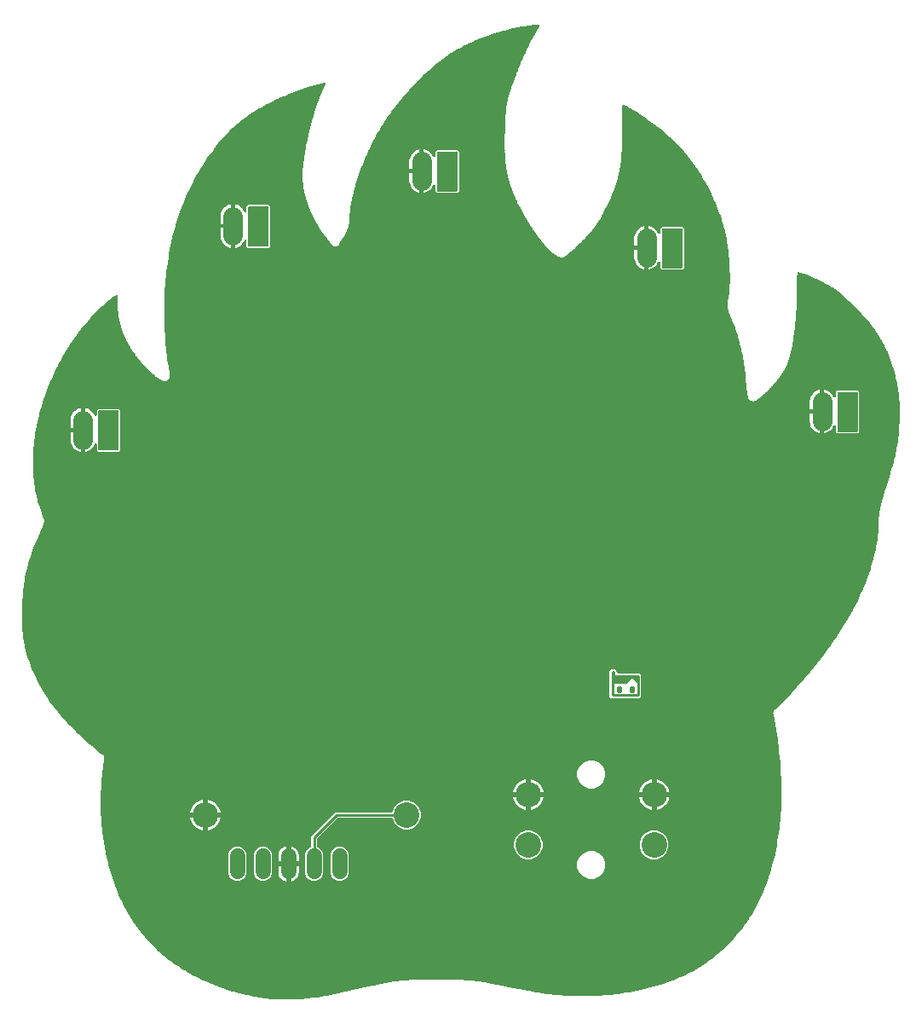
<source format=gbr>
G04 EAGLE Gerber RS-274X export*
G75*
%MOMM*%
%FSLAX34Y34*%
%LPD*%
%INBottom Copper*%
%IPPOS*%
%AMOC8*
5,1,8,0,0,1.08239X$1,22.5*%
G01*
%ADD10C,2.540000*%
%ADD11R,1.879600X1.879600*%
%ADD12C,1.930400*%
%ADD13C,0.254000*%
%ADD14C,1.524000*%

G36*
X331985Y10074D02*
X331985Y10074D01*
X331992Y10075D01*
X332009Y10074D01*
X335859Y10182D01*
X335866Y10183D01*
X335880Y10182D01*
X338615Y10303D01*
X338621Y10304D01*
X338634Y10304D01*
X342495Y10532D01*
X342501Y10533D01*
X342514Y10533D01*
X345256Y10736D01*
X345261Y10737D01*
X345271Y10737D01*
X348013Y10972D01*
X348018Y10973D01*
X348030Y10974D01*
X351884Y11358D01*
X351890Y11359D01*
X351902Y11360D01*
X355196Y11735D01*
X355201Y11736D01*
X355211Y11737D01*
X357949Y12081D01*
X357953Y12082D01*
X357962Y12083D01*
X360699Y12455D01*
X360703Y12456D01*
X360713Y12457D01*
X363999Y12942D01*
X364004Y12944D01*
X364015Y12945D01*
X367847Y13558D01*
X367851Y13559D01*
X367861Y13561D01*
X370584Y14029D01*
X370588Y14030D01*
X370596Y14031D01*
X373874Y14628D01*
X373878Y14629D01*
X373886Y14630D01*
X376597Y15152D01*
X376601Y15154D01*
X376611Y15155D01*
X380970Y16045D01*
X380975Y16047D01*
X380986Y16049D01*
X384776Y16872D01*
X384780Y16874D01*
X384791Y16875D01*
X406332Y21836D01*
X406410Y21864D01*
X408375Y22306D01*
X408377Y22307D01*
X408381Y22308D01*
X410269Y22742D01*
X410373Y22759D01*
X410392Y22760D01*
X410401Y22763D01*
X410425Y22767D01*
X412395Y23210D01*
X412472Y23238D01*
X414437Y23669D01*
X414439Y23670D01*
X414443Y23671D01*
X416336Y24096D01*
X416438Y24112D01*
X416458Y24113D01*
X416468Y24117D01*
X416492Y24120D01*
X416821Y24192D01*
X416910Y24224D01*
X417001Y24246D01*
X417003Y24248D01*
X418864Y24641D01*
X418867Y24642D01*
X418873Y24643D01*
X420741Y25053D01*
X420759Y25052D01*
X420869Y25068D01*
X420888Y25069D01*
X420897Y25072D01*
X420919Y25075D01*
X421262Y25148D01*
X421350Y25179D01*
X421441Y25200D01*
X421459Y25209D01*
X423304Y25580D01*
X423308Y25581D01*
X423316Y25582D01*
X425197Y25980D01*
X425233Y25992D01*
X427212Y26365D01*
X427217Y26366D01*
X427227Y26368D01*
X428568Y26637D01*
X428645Y26663D01*
X428690Y26672D01*
X429053Y26735D01*
X429063Y26738D01*
X429086Y26741D01*
X429182Y26761D01*
X429215Y26764D01*
X429222Y26764D01*
X429225Y26765D01*
X429231Y26766D01*
X430583Y27000D01*
X430589Y27001D01*
X430601Y27003D01*
X431966Y27260D01*
X432041Y27284D01*
X432118Y27298D01*
X432124Y27301D01*
X432438Y27349D01*
X432450Y27353D01*
X432479Y27356D01*
X432548Y27370D01*
X432593Y27374D01*
X432594Y27374D01*
X432595Y27374D01*
X432596Y27374D01*
X433972Y27586D01*
X433979Y27588D01*
X433995Y27590D01*
X435390Y27831D01*
X435438Y27845D01*
X435486Y27852D01*
X435508Y27860D01*
X435533Y27864D01*
X435547Y27871D01*
X435823Y27907D01*
X435837Y27911D01*
X435874Y27914D01*
X435928Y27924D01*
X435980Y27927D01*
X437387Y28112D01*
X437395Y28115D01*
X437415Y28116D01*
X438834Y28335D01*
X438902Y28355D01*
X438972Y28364D01*
X438979Y28367D01*
X439153Y28386D01*
X439169Y28389D01*
X439211Y28393D01*
X439304Y28408D01*
X439393Y28411D01*
X440824Y28565D01*
X440833Y28567D01*
X440854Y28569D01*
X442286Y28757D01*
X442353Y28775D01*
X442404Y28780D01*
X442537Y28791D01*
X442553Y28795D01*
X442597Y28798D01*
X442719Y28814D01*
X442835Y28816D01*
X444275Y28936D01*
X444285Y28938D01*
X444306Y28938D01*
X445738Y29092D01*
X445795Y29106D01*
X445924Y29114D01*
X445941Y29117D01*
X445983Y29118D01*
X446152Y29136D01*
X446297Y29136D01*
X447733Y29223D01*
X447741Y29224D01*
X447761Y29225D01*
X449170Y29342D01*
X449182Y29344D01*
X449206Y29345D01*
X449595Y29377D01*
X449618Y29372D01*
X449779Y29369D01*
X451185Y29431D01*
X451192Y29433D01*
X451205Y29433D01*
X451429Y29446D01*
X451510Y29461D01*
X451593Y29467D01*
X451602Y29470D01*
X452087Y29486D01*
X452098Y29488D01*
X452121Y29488D01*
X453045Y29544D01*
X453103Y29531D01*
X453251Y29526D01*
X453257Y29526D01*
X453259Y29526D01*
X453264Y29526D01*
X453490Y29534D01*
X453494Y29534D01*
X453503Y29534D01*
X453716Y29544D01*
X453800Y29558D01*
X453885Y29563D01*
X453911Y29571D01*
X454708Y29588D01*
X454717Y29589D01*
X454736Y29589D01*
X455390Y29618D01*
X455409Y29614D01*
X455547Y29608D01*
X455557Y29607D01*
X455561Y29607D01*
X455570Y29607D01*
X455784Y29612D01*
X455789Y29612D01*
X455800Y29612D01*
X457673Y29675D01*
X457721Y29664D01*
X457840Y29659D01*
X457856Y29657D01*
X457864Y29658D01*
X457882Y29657D01*
X458250Y29665D01*
X458341Y29679D01*
X458433Y29683D01*
X458462Y29691D01*
X460333Y29711D01*
X460338Y29712D01*
X460348Y29711D01*
X462228Y29752D01*
X462273Y29741D01*
X462391Y29735D01*
X462407Y29733D01*
X462415Y29734D01*
X462433Y29733D01*
X463352Y29742D01*
X463446Y29755D01*
X463541Y29759D01*
X463544Y29759D01*
X465444Y29764D01*
X465448Y29765D01*
X465454Y29764D01*
X467365Y29784D01*
X467383Y29780D01*
X467494Y29773D01*
X467512Y29770D01*
X467522Y29771D01*
X467544Y29770D01*
X475762Y29791D01*
X475819Y29798D01*
X477859Y29797D01*
X477860Y29797D01*
X477863Y29797D01*
X479854Y29802D01*
X479904Y29799D01*
X479924Y29795D01*
X479936Y29797D01*
X479963Y29795D01*
X484799Y29791D01*
X484893Y29803D01*
X484926Y29803D01*
X486890Y29789D01*
X486893Y29789D01*
X486899Y29789D01*
X488824Y29787D01*
X488833Y29785D01*
X488941Y29777D01*
X488959Y29774D01*
X488970Y29775D01*
X488993Y29773D01*
X491597Y29754D01*
X491688Y29765D01*
X491781Y29766D01*
X491806Y29773D01*
X493684Y29739D01*
X493689Y29740D01*
X493698Y29739D01*
X495581Y29725D01*
X495621Y29714D01*
X495737Y29705D01*
X495754Y29702D01*
X495763Y29702D01*
X495782Y29701D01*
X497845Y29663D01*
X497935Y29673D01*
X498025Y29673D01*
X498079Y29687D01*
X499924Y29626D01*
X499930Y29626D01*
X499943Y29625D01*
X501794Y29591D01*
X501861Y29572D01*
X501983Y29560D01*
X501998Y29557D01*
X502006Y29558D01*
X502021Y29556D01*
X502402Y29544D01*
X502493Y29552D01*
X502584Y29551D01*
X502626Y29561D01*
X504483Y29475D01*
X504489Y29476D01*
X504500Y29474D01*
X504717Y29467D01*
X504800Y29475D01*
X504885Y29473D01*
X504898Y29476D01*
X505503Y29442D01*
X505513Y29442D01*
X505533Y29440D01*
X506366Y29413D01*
X506404Y29401D01*
X506544Y29384D01*
X506553Y29382D01*
X506557Y29382D01*
X506564Y29381D01*
X506781Y29369D01*
X506785Y29369D01*
X506794Y29368D01*
X507010Y29358D01*
X507094Y29365D01*
X507179Y29362D01*
X507209Y29368D01*
X508018Y29312D01*
X508027Y29313D01*
X508047Y29311D01*
X508681Y29281D01*
X508699Y29275D01*
X508838Y29257D01*
X508847Y29255D01*
X508851Y29255D01*
X508859Y29254D01*
X509073Y29239D01*
X509078Y29239D01*
X509089Y29238D01*
X509308Y29226D01*
X509391Y29231D01*
X509476Y29227D01*
X509497Y29232D01*
X510170Y29177D01*
X510179Y29177D01*
X510201Y29175D01*
X511077Y29125D01*
X511106Y29127D01*
X512271Y29017D01*
X512281Y29018D01*
X512302Y29015D01*
X513379Y28940D01*
X513386Y28941D01*
X513400Y28938D01*
X513403Y28937D01*
X513405Y28937D01*
X513407Y28937D01*
X514251Y28846D01*
X514262Y28847D01*
X514284Y28843D01*
X515120Y28776D01*
X515190Y28779D01*
X516356Y28634D01*
X516367Y28634D01*
X516394Y28630D01*
X517265Y28548D01*
X517319Y28527D01*
X517437Y28507D01*
X517453Y28503D01*
X517461Y28503D01*
X517477Y28500D01*
X518544Y28385D01*
X518620Y28387D01*
X518695Y28378D01*
X518708Y28380D01*
X519007Y28337D01*
X519022Y28336D01*
X519055Y28331D01*
X519109Y28325D01*
X519154Y28315D01*
X520548Y28112D01*
X520556Y28112D01*
X520574Y28109D01*
X521975Y27934D01*
X522014Y27935D01*
X522115Y27918D01*
X522130Y27917D01*
X522164Y27911D01*
X522419Y27879D01*
X522421Y27878D01*
X522578Y27842D01*
X523967Y27615D01*
X523975Y27615D01*
X523989Y27611D01*
X525366Y27411D01*
X525399Y27411D01*
X525506Y27391D01*
X525519Y27391D01*
X525547Y27385D01*
X525844Y27342D01*
X525844Y27341D01*
X526001Y27303D01*
X527366Y27059D01*
X527372Y27058D01*
X527385Y27056D01*
X529339Y26736D01*
X529383Y26724D01*
X529388Y26723D01*
X529390Y26722D01*
X529395Y26721D01*
X531301Y26355D01*
X531306Y26355D01*
X531317Y26352D01*
X533157Y26023D01*
X533207Y25999D01*
X533323Y25969D01*
X533338Y25964D01*
X533346Y25963D01*
X533363Y25959D01*
X535371Y25573D01*
X535466Y25567D01*
X535486Y25564D01*
X537427Y25179D01*
X537430Y25178D01*
X537435Y25177D01*
X539325Y24814D01*
X539332Y24811D01*
X539436Y24783D01*
X539454Y24776D01*
X539465Y24775D01*
X539488Y24769D01*
X555114Y21666D01*
X555116Y21666D01*
X555119Y21665D01*
X561738Y20373D01*
X561740Y20373D01*
X561744Y20372D01*
X570011Y18800D01*
X570014Y18800D01*
X570020Y18799D01*
X574973Y17896D01*
X574976Y17896D01*
X574982Y17894D01*
X577724Y17414D01*
X577727Y17414D01*
X577732Y17412D01*
X580474Y16949D01*
X580477Y16949D01*
X580484Y16947D01*
X583224Y16507D01*
X583228Y16507D01*
X583235Y16505D01*
X585417Y16173D01*
X585421Y16173D01*
X585429Y16171D01*
X588164Y15783D01*
X588168Y15783D01*
X588178Y15781D01*
X590358Y15497D01*
X590362Y15497D01*
X590371Y15495D01*
X592550Y15235D01*
X592554Y15235D01*
X592564Y15233D01*
X594745Y14998D01*
X594750Y14998D01*
X594761Y14997D01*
X597503Y14736D01*
X597508Y14736D01*
X597519Y14735D01*
X599705Y14554D01*
X599709Y14554D01*
X599718Y14553D01*
X602476Y14354D01*
X602481Y14354D01*
X602491Y14353D01*
X606374Y14116D01*
X606377Y14116D01*
X606385Y14116D01*
X609730Y13940D01*
X609732Y13941D01*
X609737Y13940D01*
X614203Y13729D01*
X614206Y13730D01*
X614212Y13729D01*
X616979Y13619D01*
X616984Y13619D01*
X616994Y13618D01*
X619749Y13541D01*
X619754Y13541D01*
X619764Y13540D01*
X622523Y13495D01*
X622528Y13495D01*
X622537Y13495D01*
X625295Y13481D01*
X625299Y13481D01*
X625309Y13481D01*
X628071Y13498D01*
X628075Y13499D01*
X628085Y13498D01*
X630844Y13546D01*
X630849Y13547D01*
X630858Y13547D01*
X633618Y13625D01*
X633623Y13625D01*
X633633Y13625D01*
X636390Y13734D01*
X636394Y13735D01*
X636403Y13735D01*
X639164Y13872D01*
X639169Y13873D01*
X639178Y13873D01*
X641935Y14041D01*
X641940Y14042D01*
X641948Y14042D01*
X644699Y14238D01*
X644704Y14239D01*
X644716Y14239D01*
X648575Y14565D01*
X648581Y14566D01*
X648593Y14566D01*
X652444Y14947D01*
X652450Y14948D01*
X652463Y14949D01*
X656311Y15386D01*
X656317Y15387D01*
X656328Y15388D01*
X659615Y15807D01*
X659620Y15808D01*
X659631Y15809D01*
X662912Y16268D01*
X662918Y16270D01*
X662929Y16271D01*
X666757Y16860D01*
X666762Y16862D01*
X666775Y16863D01*
X670594Y17507D01*
X670600Y17509D01*
X670611Y17510D01*
X673865Y18105D01*
X673870Y18107D01*
X673882Y18109D01*
X677681Y18859D01*
X677687Y18861D01*
X677699Y18863D01*
X681482Y19668D01*
X681488Y19670D01*
X681500Y19672D01*
X684729Y20408D01*
X684734Y20410D01*
X684746Y20412D01*
X687963Y21190D01*
X687968Y21192D01*
X687980Y21195D01*
X691187Y22017D01*
X691192Y22019D01*
X691204Y22021D01*
X694396Y22887D01*
X694401Y22889D01*
X694414Y22892D01*
X698129Y23960D01*
X698135Y23963D01*
X698148Y23966D01*
X701306Y24928D01*
X701311Y24931D01*
X701324Y24934D01*
X704468Y25944D01*
X704474Y25947D01*
X704487Y25951D01*
X707613Y27008D01*
X707619Y27011D01*
X707632Y27015D01*
X710740Y28122D01*
X710746Y28125D01*
X710759Y28129D01*
X713843Y29285D01*
X713849Y29288D01*
X713864Y29293D01*
X716922Y30500D01*
X716928Y30503D01*
X716944Y30509D01*
X720493Y31989D01*
X720500Y31993D01*
X720515Y31999D01*
X723009Y33095D01*
X723015Y33099D01*
X723030Y33104D01*
X726014Y34481D01*
X726021Y34485D01*
X726036Y34491D01*
X728482Y35675D01*
X728488Y35679D01*
X728504Y35686D01*
X731421Y37171D01*
X731428Y37176D01*
X731446Y37184D01*
X734321Y38732D01*
X734328Y38737D01*
X734346Y38745D01*
X736699Y40080D01*
X736706Y40086D01*
X736723Y40094D01*
X739046Y41479D01*
X739053Y41484D01*
X739070Y41494D01*
X741362Y42931D01*
X741369Y42937D01*
X741385Y42946D01*
X743175Y44123D01*
X743182Y44129D01*
X743199Y44139D01*
X745893Y45997D01*
X745899Y46002D01*
X745914Y46012D01*
X749027Y48253D01*
X749034Y48259D01*
X749049Y48269D01*
X752113Y50577D01*
X752119Y50583D01*
X752134Y50593D01*
X754708Y52617D01*
X754714Y52623D01*
X754729Y52633D01*
X757702Y55073D01*
X757707Y55078D01*
X757719Y55087D01*
X759379Y56499D01*
X759382Y56503D01*
X759390Y56509D01*
X760620Y57581D01*
X760624Y57584D01*
X760631Y57590D01*
X762268Y59049D01*
X762271Y59053D01*
X762279Y59059D01*
X763487Y60161D01*
X763489Y60164D01*
X763496Y60170D01*
X764694Y61285D01*
X764697Y61289D01*
X764705Y61295D01*
X766283Y62800D01*
X766287Y62805D01*
X766298Y62815D01*
X768647Y65131D01*
X768651Y65136D01*
X768661Y65145D01*
X769796Y66299D01*
X769799Y66303D01*
X769806Y66310D01*
X771326Y67892D01*
X771329Y67896D01*
X771336Y67903D01*
X772450Y69092D01*
X772453Y69096D01*
X772461Y69103D01*
X773941Y70720D01*
X773943Y70724D01*
X773951Y70731D01*
X775036Y71947D01*
X775039Y71951D01*
X775046Y71958D01*
X776478Y73600D01*
X776482Y73606D01*
X776492Y73617D01*
X778616Y76140D01*
X778619Y76145D01*
X778629Y76155D01*
X779651Y77409D01*
X779654Y77413D01*
X779661Y77421D01*
X781019Y79127D01*
X781023Y79133D01*
X781033Y79144D01*
X783040Y81758D01*
X783043Y81764D01*
X783052Y81774D01*
X784019Y83075D01*
X784021Y83079D01*
X784027Y83087D01*
X785308Y84851D01*
X785311Y84858D01*
X785320Y84869D01*
X787202Y87560D01*
X787206Y87567D01*
X787217Y87581D01*
X789045Y90312D01*
X789048Y90318D01*
X789057Y90330D01*
X790239Y92163D01*
X790241Y92167D01*
X790247Y92175D01*
X791115Y93555D01*
X791117Y93559D01*
X791123Y93568D01*
X792269Y95438D01*
X792271Y95443D01*
X792276Y95451D01*
X793113Y96853D01*
X793115Y96858D01*
X793120Y96866D01*
X794222Y98760D01*
X794223Y98765D01*
X794229Y98773D01*
X795037Y100200D01*
X795038Y100204D01*
X795042Y100211D01*
X795835Y101643D01*
X795837Y101647D01*
X795842Y101656D01*
X796874Y103574D01*
X796877Y103580D01*
X796885Y103593D01*
X798649Y107012D01*
X798652Y107020D01*
X798661Y107036D01*
X800103Y109978D01*
X800106Y109985D01*
X800114Y110001D01*
X801735Y113480D01*
X801737Y113488D01*
X801746Y113505D01*
X803291Y117017D01*
X803294Y117025D01*
X803302Y117042D01*
X804774Y120586D01*
X804777Y120594D01*
X804784Y120610D01*
X806186Y124187D01*
X806188Y124195D01*
X806195Y124210D01*
X807526Y127816D01*
X807527Y127824D01*
X807534Y127839D01*
X808798Y131481D01*
X808800Y131487D01*
X808805Y131500D01*
X809491Y133578D01*
X809492Y133583D01*
X809495Y133591D01*
X810162Y135682D01*
X810163Y135687D01*
X810167Y135697D01*
X811130Y138856D01*
X811131Y138863D01*
X811136Y138878D01*
X812347Y143121D01*
X812348Y143129D01*
X812353Y143144D01*
X813341Y146869D01*
X813341Y146876D01*
X813346Y146890D01*
X814273Y150637D01*
X814273Y150644D01*
X814277Y150657D01*
X815143Y154416D01*
X815144Y154423D01*
X815148Y154438D01*
X816065Y158761D01*
X816066Y158768D01*
X816070Y158782D01*
X816912Y163124D01*
X816913Y163130D01*
X816916Y163143D01*
X817592Y166949D01*
X817592Y166956D01*
X817595Y166968D01*
X818303Y171338D01*
X818304Y171344D01*
X818307Y171358D01*
X818945Y175742D01*
X818945Y175748D01*
X818947Y175760D01*
X819451Y179599D01*
X819451Y179604D01*
X819453Y179616D01*
X819969Y184019D01*
X819969Y184026D01*
X819971Y184039D01*
X820476Y189005D01*
X820476Y189011D01*
X820478Y189024D01*
X820907Y194000D01*
X820907Y194003D01*
X820907Y194006D01*
X820909Y194019D01*
X821264Y199004D01*
X821264Y199010D01*
X821265Y199021D01*
X821455Y202314D01*
X821455Y202322D01*
X821456Y202338D01*
X821585Y205632D01*
X821584Y205637D01*
X821585Y205650D01*
X821639Y207841D01*
X821639Y207845D01*
X821639Y207853D01*
X821671Y210048D01*
X821671Y210053D01*
X821671Y210064D01*
X821679Y214499D01*
X821679Y214506D01*
X821679Y214519D01*
X821611Y219516D01*
X821610Y219521D01*
X821611Y219534D01*
X821473Y224532D01*
X821472Y224537D01*
X821472Y224547D01*
X821271Y229554D01*
X821271Y229559D01*
X821271Y229569D01*
X820981Y235137D01*
X820980Y235142D01*
X820980Y235152D01*
X820664Y240153D01*
X820663Y240157D01*
X820663Y240166D01*
X820250Y245730D01*
X820249Y245735D01*
X820249Y245744D01*
X819773Y251299D01*
X819772Y251303D01*
X819772Y251313D01*
X819288Y256306D01*
X819287Y256310D01*
X819287Y256319D01*
X818811Y260745D01*
X818810Y260749D01*
X818809Y260759D01*
X818218Y265735D01*
X818217Y265740D01*
X818216Y265750D01*
X817713Y269601D01*
X817711Y269606D01*
X817711Y269616D01*
X817081Y274011D01*
X817080Y274017D01*
X817079Y274029D01*
X816477Y277851D01*
X816475Y277857D01*
X816474Y277870D01*
X813837Y293072D01*
X813836Y293072D01*
X813836Y293073D01*
X813835Y293076D01*
X813834Y293084D01*
X813792Y293327D01*
X813771Y293395D01*
X813760Y293465D01*
X813705Y293617D01*
X813319Y294504D01*
X813376Y294649D01*
X813402Y294752D01*
X813436Y294853D01*
X813441Y294906D01*
X813454Y294957D01*
X813454Y295064D01*
X813462Y295170D01*
X813453Y295253D01*
X813453Y295275D01*
X813449Y295290D01*
X813445Y295330D01*
X813418Y295483D01*
X813560Y295685D01*
X813561Y295686D01*
X813633Y295823D01*
X813709Y295966D01*
X813710Y295967D01*
X813710Y295968D01*
X813746Y296119D01*
X813784Y296275D01*
X813784Y296276D01*
X813784Y296277D01*
X813792Y296438D01*
X813789Y296561D01*
X814182Y296967D01*
X814188Y296975D01*
X814196Y296982D01*
X814283Y297103D01*
X814373Y297222D01*
X814377Y297231D01*
X814382Y297239D01*
X814451Y297385D01*
X814657Y297911D01*
X815180Y298139D01*
X815188Y298144D01*
X815196Y298146D01*
X815324Y298224D01*
X815454Y298302D01*
X815460Y298308D01*
X815467Y298312D01*
X815586Y298421D01*
X831312Y314701D01*
X831314Y314704D01*
X831319Y314708D01*
X834008Y317534D01*
X834010Y317537D01*
X834015Y317542D01*
X836294Y319977D01*
X836297Y319981D01*
X836303Y319986D01*
X840076Y324097D01*
X840079Y324101D01*
X840086Y324107D01*
X843060Y327420D01*
X843062Y327424D01*
X843069Y327431D01*
X846376Y331195D01*
X846379Y331199D01*
X846386Y331207D01*
X850011Y335436D01*
X850014Y335440D01*
X850022Y335449D01*
X853590Y339723D01*
X853593Y339728D01*
X853600Y339735D01*
X856759Y343619D01*
X856762Y343624D01*
X856770Y343632D01*
X860225Y347993D01*
X860228Y347998D01*
X860235Y348007D01*
X863635Y352423D01*
X863637Y352427D01*
X863643Y352434D01*
X865309Y354645D01*
X865311Y354648D01*
X865315Y354654D01*
X867299Y357331D01*
X867301Y357335D01*
X867307Y357342D01*
X870243Y361398D01*
X870245Y361403D01*
X870253Y361412D01*
X873450Y365962D01*
X873453Y365967D01*
X873461Y365977D01*
X876272Y370106D01*
X876275Y370111D01*
X876282Y370121D01*
X879038Y374293D01*
X879040Y374298D01*
X879048Y374308D01*
X881739Y378516D01*
X881742Y378521D01*
X881749Y378532D01*
X884380Y382783D01*
X884382Y382788D01*
X884388Y382797D01*
X886100Y385645D01*
X886101Y385648D01*
X886106Y385655D01*
X887506Y388034D01*
X887508Y388039D01*
X887514Y388048D01*
X889993Y392386D01*
X889996Y392393D01*
X890004Y392405D01*
X892410Y396782D01*
X892412Y396787D01*
X892418Y396797D01*
X893715Y399231D01*
X893717Y399235D01*
X893721Y399243D01*
X894993Y401688D01*
X894995Y401694D01*
X895001Y401704D01*
X897247Y406169D01*
X897249Y406174D01*
X897255Y406185D01*
X898456Y408662D01*
X898457Y408667D01*
X898462Y408674D01*
X899644Y411179D01*
X899645Y411182D01*
X899649Y411189D01*
X900570Y413190D01*
X900572Y413193D01*
X900576Y413201D01*
X901704Y415714D01*
X901705Y415720D01*
X901711Y415731D01*
X903463Y419792D01*
X903465Y419800D01*
X903472Y419814D01*
X905147Y423903D01*
X905149Y423909D01*
X905155Y423921D01*
X906157Y426480D01*
X906159Y426485D01*
X906163Y426495D01*
X907132Y429062D01*
X907134Y429068D01*
X907139Y429081D01*
X908635Y433246D01*
X908636Y433252D01*
X908641Y433265D01*
X909347Y435333D01*
X909348Y435337D01*
X909352Y435346D01*
X910040Y437435D01*
X910041Y437440D01*
X910044Y437448D01*
X910709Y439540D01*
X910710Y439545D01*
X910713Y439555D01*
X911512Y442184D01*
X911513Y442190D01*
X911517Y442201D01*
X912275Y444834D01*
X912276Y444840D01*
X912281Y444853D01*
X913141Y448031D01*
X913142Y448038D01*
X913147Y448054D01*
X913948Y451244D01*
X913949Y451251D01*
X913953Y451266D01*
X914572Y453926D01*
X914573Y453933D01*
X914577Y453946D01*
X915152Y456613D01*
X915153Y456620D01*
X915157Y456636D01*
X915790Y459860D01*
X915791Y459868D01*
X915795Y459884D01*
X916268Y462564D01*
X916268Y462572D01*
X916272Y462587D01*
X916698Y465279D01*
X916699Y465287D01*
X916702Y465303D01*
X917078Y467996D01*
X917078Y468004D01*
X917081Y468020D01*
X917405Y470720D01*
X917405Y470728D01*
X917408Y470745D01*
X917680Y473452D01*
X917679Y473460D01*
X917682Y473476D01*
X917858Y475626D01*
X917857Y475633D01*
X917859Y475649D01*
X917867Y475776D01*
X917867Y475777D01*
X918028Y478315D01*
X918031Y478366D01*
X918030Y478374D01*
X918032Y478391D01*
X918127Y480548D01*
X918126Y480555D01*
X918127Y480570D01*
X918184Y482733D01*
X918183Y482740D01*
X918184Y482755D01*
X918190Y483481D01*
X918180Y483567D01*
X918180Y483654D01*
X918169Y483698D01*
X918168Y483709D01*
X918161Y483731D01*
X918158Y483757D01*
X918184Y484695D01*
X918176Y484779D01*
X918178Y484863D01*
X918161Y484936D01*
X918153Y485012D01*
X918151Y485018D01*
X918198Y485926D01*
X918192Y486007D01*
X918196Y486088D01*
X918180Y486165D01*
X918175Y486243D01*
X918167Y486266D01*
X918217Y486886D01*
X918216Y486907D01*
X918221Y486976D01*
X918224Y487382D01*
X918228Y487403D01*
X918252Y487487D01*
X918264Y487619D01*
X918266Y487631D01*
X918265Y487636D01*
X918266Y487647D01*
X918271Y487815D01*
X918267Y487862D01*
X918270Y487908D01*
X918252Y488015D01*
X918279Y488260D01*
X918279Y488282D01*
X918286Y488365D01*
X918292Y488567D01*
X918308Y488608D01*
X918335Y488767D01*
X918350Y488901D01*
X918350Y488921D01*
X918356Y488975D01*
X918392Y489654D01*
X918389Y489696D01*
X918393Y489738D01*
X918389Y489772D01*
X918395Y489815D01*
X918395Y489837D01*
X918401Y489882D01*
X918413Y489942D01*
X918517Y490670D01*
X918518Y490690D01*
X918526Y490749D01*
X918587Y491512D01*
X918603Y491542D01*
X918622Y491620D01*
X918650Y491694D01*
X918678Y491850D01*
X918678Y491851D01*
X918678Y491852D01*
X918678Y491853D01*
X918688Y491942D01*
X918687Y492002D01*
X918696Y492060D01*
X918685Y492160D01*
X918684Y492220D01*
X918773Y492725D01*
X918774Y492745D01*
X918784Y492804D01*
X918841Y493314D01*
X918847Y493325D01*
X918863Y493382D01*
X918887Y493436D01*
X918925Y493593D01*
X918982Y493920D01*
X918983Y493932D01*
X918989Y493960D01*
X919034Y494274D01*
X919035Y494337D01*
X919045Y494399D01*
X919037Y494495D01*
X919038Y494509D01*
X919132Y494974D01*
X919133Y494993D01*
X919144Y495046D01*
X919232Y495655D01*
X919240Y495669D01*
X919258Y495728D01*
X919286Y495785D01*
X919328Y495940D01*
X919391Y496251D01*
X919391Y496261D01*
X919397Y496284D01*
X919448Y496577D01*
X919451Y496644D01*
X919464Y496710D01*
X919459Y496803D01*
X919460Y496815D01*
X919583Y497355D01*
X919585Y497373D01*
X919596Y497418D01*
X919699Y498007D01*
X919714Y498052D01*
X919745Y498112D01*
X919791Y498266D01*
X919857Y498557D01*
X919858Y498567D01*
X919864Y498587D01*
X920035Y499433D01*
X920040Y499502D01*
X920055Y499570D01*
X920054Y499603D01*
X920127Y499892D01*
X920129Y499908D01*
X920140Y499949D01*
X920224Y500364D01*
X920245Y500402D01*
X920294Y500555D01*
X920504Y501391D01*
X920505Y501399D01*
X920511Y501418D01*
X920698Y502239D01*
X920705Y502313D01*
X920723Y502385D01*
X920722Y502399D01*
X920792Y502657D01*
X920794Y502672D01*
X920805Y502707D01*
X920917Y503197D01*
X920939Y503236D01*
X920991Y503388D01*
X921211Y504199D01*
X921212Y504207D01*
X921217Y504222D01*
X921417Y505017D01*
X921426Y505095D01*
X921446Y505171D01*
X921446Y505177D01*
X921530Y505470D01*
X921532Y505483D01*
X921541Y505511D01*
X921668Y506015D01*
X921684Y506043D01*
X921739Y506194D01*
X921965Y506982D01*
X921966Y506988D01*
X921971Y507001D01*
X922333Y508337D01*
X922343Y508407D01*
X922419Y508658D01*
X922421Y508670D01*
X922430Y508696D01*
X922478Y508869D01*
X922512Y508960D01*
X922512Y508961D01*
X922512Y508962D01*
X922917Y510288D01*
X922918Y510294D01*
X922923Y510307D01*
X923432Y512077D01*
X923472Y512142D01*
X923516Y512259D01*
X923523Y512272D01*
X923523Y512273D01*
X923523Y512274D01*
X923524Y512280D01*
X923529Y512293D01*
X923642Y512663D01*
X923657Y512752D01*
X923682Y512839D01*
X923684Y512888D01*
X924249Y514652D01*
X924250Y514658D01*
X924254Y514669D01*
X924797Y516448D01*
X924831Y516501D01*
X924876Y516616D01*
X924883Y516630D01*
X924884Y516637D01*
X924890Y516651D01*
X927176Y523786D01*
X927177Y523789D01*
X927179Y523795D01*
X928675Y528592D01*
X928676Y528597D01*
X928679Y528605D01*
X930125Y533413D01*
X930125Y533417D01*
X930128Y533426D01*
X930899Y536085D01*
X930900Y536089D01*
X930902Y536095D01*
X931651Y538759D01*
X931652Y538764D01*
X931655Y538774D01*
X932805Y543064D01*
X932805Y543069D01*
X932809Y543079D01*
X933350Y545206D01*
X933350Y545210D01*
X933353Y545219D01*
X934006Y547905D01*
X934006Y547909D01*
X934009Y547919D01*
X934503Y550057D01*
X934504Y550061D01*
X934506Y550070D01*
X934978Y552217D01*
X934978Y552222D01*
X934981Y552231D01*
X935427Y554380D01*
X935428Y554385D01*
X935430Y554395D01*
X935848Y556532D01*
X935849Y556539D01*
X935852Y556554D01*
X936526Y560343D01*
X936526Y560351D01*
X936530Y560369D01*
X937037Y563607D01*
X937038Y563615D01*
X937041Y563632D01*
X937559Y567435D01*
X937559Y567443D01*
X937562Y567461D01*
X938000Y571278D01*
X938000Y571286D01*
X938003Y571302D01*
X938368Y575135D01*
X938368Y575142D01*
X938370Y575157D01*
X938670Y579004D01*
X938670Y579011D01*
X938672Y579025D01*
X938978Y584011D01*
X938977Y584016D01*
X938978Y584027D01*
X939057Y585652D01*
X939057Y585657D01*
X939058Y585667D01*
X939139Y587851D01*
X939138Y587858D01*
X939139Y587871D01*
X939198Y590607D01*
X939198Y590613D01*
X939199Y590628D01*
X939212Y593359D01*
X939211Y593366D01*
X939212Y593380D01*
X939180Y596115D01*
X939179Y596121D01*
X939179Y596135D01*
X939120Y598307D01*
X939119Y598313D01*
X939119Y598326D01*
X939001Y601058D01*
X939000Y601065D01*
X939000Y601080D01*
X938835Y603804D01*
X938834Y603811D01*
X938834Y603826D01*
X938622Y606545D01*
X938621Y606552D01*
X938620Y606568D01*
X938360Y609281D01*
X938358Y609288D01*
X938358Y609303D01*
X938049Y612013D01*
X938047Y612020D01*
X938046Y612035D01*
X937690Y614737D01*
X937688Y614744D01*
X937687Y614760D01*
X937281Y617458D01*
X937279Y617464D01*
X937278Y617479D01*
X936920Y619619D01*
X936918Y619625D01*
X936916Y619639D01*
X936422Y622322D01*
X936419Y622329D01*
X936417Y622345D01*
X935874Y625014D01*
X935872Y625021D01*
X935870Y625037D01*
X935278Y627693D01*
X935275Y627700D01*
X935272Y627716D01*
X934631Y630361D01*
X934628Y630368D01*
X934625Y630384D01*
X933934Y633015D01*
X933931Y633022D01*
X933928Y633039D01*
X933186Y635660D01*
X933183Y635666D01*
X933180Y635681D01*
X932554Y637757D01*
X932551Y637763D01*
X932548Y637778D01*
X931715Y640375D01*
X931712Y640382D01*
X931708Y640396D01*
X931012Y642444D01*
X931009Y642450D01*
X931004Y642465D01*
X930083Y645028D01*
X930079Y645036D01*
X930074Y645052D01*
X929105Y647590D01*
X929101Y647597D01*
X929096Y647613D01*
X928078Y650132D01*
X928074Y650139D01*
X928068Y650155D01*
X927000Y652653D01*
X926996Y652660D01*
X926990Y652676D01*
X925873Y655152D01*
X925869Y655159D01*
X925863Y655175D01*
X924695Y657631D01*
X924691Y657637D01*
X924685Y657652D01*
X923722Y659588D01*
X923718Y659594D01*
X923711Y659608D01*
X922454Y662026D01*
X922449Y662032D01*
X922443Y662046D01*
X921411Y663944D01*
X921407Y663950D01*
X921400Y663964D01*
X920055Y666334D01*
X920051Y666340D01*
X920043Y666354D01*
X918946Y668208D01*
X918941Y668214D01*
X918933Y668230D01*
X917205Y671020D01*
X917200Y671026D01*
X917192Y671040D01*
X916324Y672385D01*
X916319Y672390D01*
X916312Y672403D01*
X915421Y673734D01*
X915416Y673740D01*
X915408Y673753D01*
X914493Y675070D01*
X914488Y675074D01*
X914481Y675086D01*
X913547Y676385D01*
X913542Y676391D01*
X913532Y676405D01*
X911564Y679027D01*
X911559Y679033D01*
X911549Y679047D01*
X910212Y680757D01*
X910208Y680760D01*
X910202Y680769D01*
X909189Y682032D01*
X909184Y682036D01*
X909176Y682047D01*
X906718Y685013D01*
X906712Y685018D01*
X906702Y685032D01*
X904182Y687951D01*
X904178Y687955D01*
X904170Y687965D01*
X902714Y689602D01*
X902711Y689605D01*
X902706Y689612D01*
X901227Y691242D01*
X901224Y691245D01*
X901218Y691252D01*
X899341Y693276D01*
X899338Y693279D01*
X899332Y693286D01*
X897825Y694877D01*
X897820Y694881D01*
X897812Y694890D01*
X894727Y698058D01*
X894721Y698062D01*
X894710Y698075D01*
X891572Y701176D01*
X891566Y701180D01*
X891555Y701192D01*
X888766Y703849D01*
X888760Y703853D01*
X888749Y703865D01*
X885909Y706472D01*
X885903Y706476D01*
X885894Y706486D01*
X884264Y707935D01*
X884260Y707938D01*
X884252Y707946D01*
X882597Y709380D01*
X882593Y709383D01*
X882585Y709390D01*
X881344Y710441D01*
X881339Y710443D01*
X881331Y710451D01*
X879646Y711840D01*
X879641Y711843D01*
X879631Y711852D01*
X878369Y712861D01*
X878364Y712864D01*
X878355Y712872D01*
X877091Y713854D01*
X877084Y713858D01*
X877069Y713871D01*
X874904Y715479D01*
X874895Y715484D01*
X874878Y715498D01*
X873589Y716405D01*
X873583Y716408D01*
X873569Y716419D01*
X872714Y716997D01*
X872707Y717000D01*
X872695Y717009D01*
X871831Y717571D01*
X871824Y717574D01*
X871809Y717585D01*
X870959Y718112D01*
X870949Y718117D01*
X870928Y718132D01*
X868607Y719481D01*
X868599Y719485D01*
X868582Y719495D01*
X867184Y720266D01*
X867178Y720269D01*
X867168Y720275D01*
X865747Y721033D01*
X865740Y721035D01*
X865728Y721043D01*
X862805Y722537D01*
X862797Y722539D01*
X862781Y722549D01*
X859326Y724223D01*
X859318Y724226D01*
X859303Y724234D01*
X855801Y725848D01*
X855795Y725849D01*
X855784Y725855D01*
X853780Y726743D01*
X853776Y726745D01*
X853768Y726749D01*
X851761Y727613D01*
X851755Y727615D01*
X851743Y727621D01*
X848168Y729096D01*
X848162Y729097D01*
X848150Y729103D01*
X846644Y729697D01*
X846639Y729699D01*
X846629Y729703D01*
X844587Y730479D01*
X844582Y730481D01*
X844570Y730486D01*
X843055Y731037D01*
X843048Y731039D01*
X843036Y731044D01*
X841522Y731568D01*
X841514Y731570D01*
X841499Y731576D01*
X839988Y732067D01*
X839980Y732068D01*
X839963Y732075D01*
X838991Y732368D01*
X838982Y732370D01*
X838963Y732377D01*
X838895Y732395D01*
X838819Y732406D01*
X838745Y732427D01*
X838662Y732429D01*
X838580Y732441D01*
X838504Y732433D01*
X838427Y732435D01*
X838346Y732416D01*
X838264Y732407D01*
X838192Y732380D01*
X838117Y732363D01*
X838044Y732325D01*
X837966Y732296D01*
X837903Y732252D01*
X837835Y732216D01*
X837773Y732161D01*
X837705Y732114D01*
X837655Y732056D01*
X837598Y732004D01*
X837552Y731936D01*
X837498Y731873D01*
X837464Y731804D01*
X837421Y731740D01*
X837394Y731662D01*
X837357Y731588D01*
X837341Y731512D01*
X837315Y731440D01*
X837292Y731281D01*
X837194Y730146D01*
X837194Y730136D01*
X837192Y730114D01*
X837097Y728535D01*
X837097Y728528D01*
X837096Y728518D01*
X837096Y728514D01*
X837025Y726906D01*
X837026Y726899D01*
X837024Y726885D01*
X836917Y723020D01*
X836918Y723015D01*
X836917Y723003D01*
X836854Y718551D01*
X836855Y718547D01*
X836854Y718540D01*
X836821Y712199D01*
X836832Y712105D01*
X836833Y712069D01*
X836810Y710104D01*
X836810Y710101D01*
X836810Y710096D01*
X836806Y709331D01*
X836816Y709244D01*
X836817Y709156D01*
X836819Y709147D01*
X836801Y708325D01*
X836801Y708317D01*
X836800Y708302D01*
X836799Y708089D01*
X836797Y708060D01*
X836794Y708046D01*
X836795Y708040D01*
X836794Y708027D01*
X836776Y707260D01*
X836777Y707256D01*
X836776Y707246D01*
X836754Y705315D01*
X836759Y705268D01*
X836686Y703271D01*
X836686Y703265D01*
X836685Y703253D01*
X836643Y701394D01*
X836625Y701334D01*
X836613Y701213D01*
X836610Y701198D01*
X836611Y701190D01*
X836609Y701174D01*
X836595Y700790D01*
X836603Y700701D01*
X836601Y700611D01*
X836615Y700554D01*
X836520Y698713D01*
X836520Y698707D01*
X836519Y698694D01*
X836451Y696847D01*
X836430Y696778D01*
X836415Y696654D01*
X836412Y696639D01*
X836413Y696632D01*
X836411Y696618D01*
X836362Y695674D01*
X836369Y695583D01*
X836366Y695492D01*
X836375Y695452D01*
X836255Y693596D01*
X836255Y693590D01*
X836254Y693579D01*
X836213Y692796D01*
X836218Y692735D01*
X836193Y692405D01*
X836194Y692396D01*
X836192Y692377D01*
X836156Y691698D01*
X836150Y691678D01*
X836131Y691542D01*
X836129Y691532D01*
X836129Y691528D01*
X836128Y691519D01*
X836070Y690739D01*
X836070Y690735D01*
X836069Y690727D01*
X836051Y690441D01*
X836019Y689947D01*
X836024Y689862D01*
X836019Y689777D01*
X836022Y689761D01*
X835963Y689083D01*
X835963Y689074D01*
X835961Y689055D01*
X835943Y688774D01*
X835931Y688695D01*
X835928Y688685D01*
X835929Y688680D01*
X835927Y688671D01*
X835859Y687890D01*
X835859Y687885D01*
X835858Y687874D01*
X835720Y686012D01*
X835701Y685959D01*
X835683Y685838D01*
X835679Y685823D01*
X835679Y685815D01*
X835677Y685799D01*
X835594Y684850D01*
X835598Y684762D01*
X835591Y684674D01*
X835604Y684604D01*
X835604Y684592D01*
X835414Y682784D01*
X835414Y682777D01*
X835412Y682762D01*
X835254Y680942D01*
X835253Y680940D01*
X835222Y680857D01*
X835201Y680730D01*
X835197Y680717D01*
X835197Y680711D01*
X835195Y680699D01*
X835095Y679746D01*
X835097Y679656D01*
X835089Y679566D01*
X835098Y679513D01*
X834878Y677678D01*
X834878Y677672D01*
X834876Y677660D01*
X834794Y676875D01*
X834795Y676823D01*
X834762Y676568D01*
X834762Y676559D01*
X834758Y676538D01*
X834681Y675801D01*
X834669Y675772D01*
X834642Y675632D01*
X834640Y675624D01*
X834640Y675620D01*
X834639Y675614D01*
X834538Y674833D01*
X834538Y674829D01*
X834536Y674821D01*
X834511Y674609D01*
X834511Y674524D01*
X834502Y674440D01*
X834507Y674405D01*
X834380Y673518D01*
X834380Y673509D01*
X834377Y673490D01*
X834310Y672936D01*
X834306Y672926D01*
X834278Y672791D01*
X834276Y672781D01*
X834275Y672777D01*
X834274Y672769D01*
X834244Y672560D01*
X834244Y672555D01*
X834242Y672544D01*
X833993Y670621D01*
X833993Y670610D01*
X833988Y670573D01*
X833987Y670563D01*
X833983Y670540D01*
X833982Y670535D01*
X833981Y670531D01*
X833981Y670527D01*
X833979Y670519D01*
X833681Y668605D01*
X833680Y668599D01*
X833678Y668588D01*
X833648Y668374D01*
X833646Y668290D01*
X833635Y668206D01*
X833637Y668194D01*
X833539Y667606D01*
X833538Y667596D01*
X833534Y667576D01*
X833415Y666740D01*
X833399Y666703D01*
X833367Y666567D01*
X833364Y666558D01*
X833364Y666554D01*
X833362Y666547D01*
X833327Y666334D01*
X833326Y666329D01*
X833325Y666321D01*
X833292Y666111D01*
X833289Y666025D01*
X833277Y665940D01*
X833279Y665920D01*
X833145Y665167D01*
X833145Y665158D01*
X833140Y665140D01*
X833033Y664452D01*
X833025Y664434D01*
X832993Y664302D01*
X832989Y664291D01*
X832989Y664287D01*
X832987Y664277D01*
X832950Y664069D01*
X832949Y664065D01*
X832947Y664055D01*
X832912Y663843D01*
X832910Y663790D01*
X832909Y663787D01*
X832909Y663781D01*
X832908Y663758D01*
X832895Y663675D01*
X832898Y663649D01*
X832756Y662905D01*
X832755Y662896D01*
X832751Y662876D01*
X832638Y662198D01*
X832627Y662175D01*
X832593Y662042D01*
X832590Y662032D01*
X832589Y662028D01*
X832587Y662020D01*
X832547Y661808D01*
X832547Y661804D01*
X832544Y661794D01*
X832505Y661576D01*
X832501Y661492D01*
X832487Y661409D01*
X832490Y661378D01*
X832339Y660639D01*
X832338Y660629D01*
X832333Y660608D01*
X832215Y659945D01*
X832203Y659920D01*
X832165Y659781D01*
X832162Y659773D01*
X832162Y659770D01*
X832161Y659764D01*
X832117Y659549D01*
X832116Y659544D01*
X832114Y659533D01*
X832072Y659315D01*
X832067Y659232D01*
X832052Y659150D01*
X832053Y659125D01*
X831911Y658466D01*
X831910Y658456D01*
X831904Y658435D01*
X831740Y657571D01*
X831738Y657540D01*
X831476Y656403D01*
X831475Y656393D01*
X831469Y656371D01*
X831252Y655307D01*
X831251Y655296D01*
X831035Y654422D01*
X831034Y654411D01*
X831027Y654387D01*
X830859Y653610D01*
X830856Y653578D01*
X830583Y652532D01*
X830582Y652521D01*
X830574Y652497D01*
X830441Y651918D01*
X830434Y651846D01*
X830423Y651804D01*
X830379Y651646D01*
X830377Y651630D01*
X830366Y651591D01*
X830336Y651464D01*
X830322Y651422D01*
X830314Y651406D01*
X830312Y651394D01*
X830300Y651360D01*
X830137Y650773D01*
X830136Y650762D01*
X830128Y650737D01*
X830001Y650221D01*
X829993Y650152D01*
X829975Y650084D01*
X829975Y650067D01*
X829912Y649855D01*
X829909Y649838D01*
X829896Y649797D01*
X829882Y649739D01*
X829859Y649677D01*
X829681Y649077D01*
X829679Y649065D01*
X829670Y649037D01*
X829534Y648515D01*
X829525Y648448D01*
X829507Y648384D01*
X829506Y648358D01*
X829441Y648152D01*
X829438Y648134D01*
X829423Y648088D01*
X829414Y648056D01*
X829394Y648005D01*
X829199Y647389D01*
X829196Y647375D01*
X829185Y647344D01*
X829035Y646804D01*
X829026Y646743D01*
X829008Y646683D01*
X829006Y646646D01*
X828940Y646453D01*
X828936Y646434D01*
X828918Y646381D01*
X828916Y646375D01*
X828901Y646337D01*
X828681Y645696D01*
X828678Y645681D01*
X828665Y645646D01*
X828504Y645102D01*
X828494Y645043D01*
X828476Y644987D01*
X828474Y644968D01*
X828436Y644863D01*
X828431Y644843D01*
X828411Y644787D01*
X828398Y644743D01*
X828363Y644664D01*
X828153Y644090D01*
X828149Y644075D01*
X828135Y644038D01*
X828112Y643968D01*
X828102Y643912D01*
X828083Y643860D01*
X828073Y643757D01*
X828070Y643735D01*
X827928Y643376D01*
X827922Y643356D01*
X827898Y643294D01*
X827852Y643148D01*
X827844Y643137D01*
X827776Y642991D01*
X827632Y642627D01*
X827628Y642611D01*
X827611Y642572D01*
X827505Y642260D01*
X827494Y642210D01*
X827475Y642162D01*
X827463Y642058D01*
X827347Y641789D01*
X827341Y641768D01*
X827313Y641700D01*
X827245Y641500D01*
X827222Y641472D01*
X827150Y641328D01*
X827095Y641201D01*
X827090Y641183D01*
X827070Y641138D01*
X827062Y641116D01*
X827051Y641069D01*
X827033Y641025D01*
X827019Y640935D01*
X827008Y640896D01*
X827007Y640876D01*
X827006Y640870D01*
X826863Y640560D01*
X826856Y640539D01*
X826824Y640465D01*
X826788Y640368D01*
X826782Y640360D01*
X826705Y640219D01*
X826613Y640018D01*
X826590Y639945D01*
X826557Y639875D01*
X826542Y639794D01*
X826517Y639715D01*
X826514Y639658D01*
X826291Y639219D01*
X826284Y639199D01*
X826244Y639113D01*
X826077Y638689D01*
X826072Y638673D01*
X826064Y638657D01*
X826049Y638589D01*
X825756Y638060D01*
X825749Y638042D01*
X825700Y637945D01*
X825532Y637553D01*
X825528Y637537D01*
X825520Y637523D01*
X825518Y637516D01*
X825283Y637120D01*
X825276Y637103D01*
X825223Y637005D01*
X825011Y636545D01*
X825010Y636544D01*
X824916Y636413D01*
X824727Y636111D01*
X824718Y636091D01*
X824670Y636010D01*
X824385Y635445D01*
X824371Y635432D01*
X824274Y635304D01*
X824040Y634949D01*
X824030Y634929D01*
X823988Y634864D01*
X823732Y634400D01*
X823710Y634383D01*
X823660Y634320D01*
X823603Y634263D01*
X823516Y634135D01*
X823514Y634133D01*
X823514Y634132D01*
X823513Y634130D01*
X823431Y633993D01*
X823410Y633944D01*
X823381Y633900D01*
X823361Y633841D01*
X823252Y633682D01*
X823241Y633663D01*
X823202Y633605D01*
X823041Y633333D01*
X823020Y633307D01*
X822979Y633273D01*
X822879Y633147D01*
X822844Y633096D01*
X822836Y633081D01*
X822810Y633045D01*
X822464Y632491D01*
X822449Y632459D01*
X822437Y632442D01*
X822427Y632423D01*
X822388Y632369D01*
X822325Y632269D01*
X822322Y632267D01*
X822220Y632143D01*
X821887Y631683D01*
X821879Y631669D01*
X821855Y631637D01*
X821467Y631049D01*
X821455Y631026D01*
X821424Y630985D01*
X821308Y630808D01*
X821291Y630795D01*
X821186Y630673D01*
X820851Y630226D01*
X820844Y630214D01*
X820823Y630188D01*
X820441Y629639D01*
X820415Y629590D01*
X820360Y629519D01*
X820350Y629502D01*
X820318Y629462D01*
X820238Y629347D01*
X820137Y629233D01*
X819758Y628748D01*
X819751Y628737D01*
X819731Y628712D01*
X819106Y627850D01*
X819085Y627827D01*
X818538Y627152D01*
X818531Y627141D01*
X818511Y627117D01*
X818103Y626575D01*
X818057Y626540D01*
X817948Y626422D01*
X817789Y626227D01*
X817786Y626221D01*
X817776Y626209D01*
X817627Y626019D01*
X817587Y625951D01*
X817538Y625889D01*
X817521Y625851D01*
X817137Y625390D01*
X817130Y625379D01*
X817111Y625358D01*
X816537Y624623D01*
X815787Y623751D01*
X815781Y623741D01*
X815763Y623722D01*
X815157Y622973D01*
X815100Y622932D01*
X815014Y622841D01*
X815003Y622831D01*
X814999Y622826D01*
X814989Y622815D01*
X814680Y622444D01*
X814637Y622378D01*
X814587Y622318D01*
X814574Y622292D01*
X814242Y621919D01*
X814235Y621909D01*
X814215Y621888D01*
X813999Y621628D01*
X813994Y621625D01*
X813880Y621512D01*
X813337Y620902D01*
X813333Y620897D01*
X813323Y620886D01*
X813167Y620705D01*
X813123Y620639D01*
X813071Y620579D01*
X813054Y620544D01*
X812650Y620103D01*
X812643Y620093D01*
X812624Y620073D01*
X812126Y619495D01*
X812077Y619463D01*
X811961Y619352D01*
X811961Y619351D01*
X811799Y619175D01*
X811795Y619170D01*
X811787Y619161D01*
X811629Y618984D01*
X811583Y618918D01*
X811530Y618858D01*
X811507Y618814D01*
X811009Y618286D01*
X811002Y618277D01*
X810983Y618258D01*
X810551Y617773D01*
X810517Y617752D01*
X810430Y617671D01*
X810428Y617669D01*
X810427Y617668D01*
X810403Y617645D01*
X810401Y617644D01*
X810400Y617643D01*
X810399Y617642D01*
X810237Y617471D01*
X810233Y617466D01*
X810223Y617456D01*
X810061Y617279D01*
X810015Y617214D01*
X809962Y617156D01*
X809937Y617111D01*
X809452Y616614D01*
X809445Y616604D01*
X809424Y616584D01*
X808975Y616094D01*
X808935Y616070D01*
X808817Y615963D01*
X808816Y615963D01*
X808816Y615962D01*
X808815Y615962D01*
X808647Y615790D01*
X808643Y615785D01*
X808633Y615775D01*
X808461Y615594D01*
X808416Y615532D01*
X808363Y615476D01*
X808328Y615413D01*
X807796Y614889D01*
X807788Y614879D01*
X807765Y614857D01*
X807365Y614434D01*
X807327Y614413D01*
X807205Y614307D01*
X807028Y614132D01*
X807023Y614126D01*
X807011Y614115D01*
X806826Y613925D01*
X806781Y613867D01*
X806729Y613814D01*
X806686Y613741D01*
X806178Y613261D01*
X806168Y613249D01*
X806142Y613225D01*
X805735Y612809D01*
X805686Y612782D01*
X805562Y612679D01*
X805471Y612592D01*
X805370Y612497D01*
X805365Y612491D01*
X805351Y612479D01*
X805153Y612284D01*
X805109Y612228D01*
X805058Y612178D01*
X805011Y612103D01*
X805001Y612091D01*
X804507Y611645D01*
X804497Y611633D01*
X804466Y611607D01*
X804058Y611204D01*
X803999Y611173D01*
X803937Y611116D01*
X803869Y611067D01*
X803820Y611010D01*
X803764Y610959D01*
X803718Y610888D01*
X803668Y610828D01*
X803009Y610264D01*
X802998Y610251D01*
X802964Y610223D01*
X802488Y609774D01*
X802459Y609737D01*
X802423Y609707D01*
X802376Y609641D01*
X801600Y609020D01*
X801586Y609006D01*
X801543Y608971D01*
X801083Y608557D01*
X801060Y608530D01*
X801032Y608507D01*
X800964Y608420D01*
X800251Y607895D01*
X800235Y607880D01*
X800177Y607836D01*
X800072Y607746D01*
X800057Y607730D01*
X800040Y607718D01*
X799950Y607613D01*
X799858Y607511D01*
X799855Y607506D01*
X799636Y607360D01*
X799632Y607357D01*
X799581Y607318D01*
X799521Y607284D01*
X799101Y607005D01*
X799051Y606962D01*
X798996Y606928D01*
X798931Y606859D01*
X798860Y606797D01*
X798823Y606744D01*
X798778Y606696D01*
X798771Y606684D01*
X798502Y606525D01*
X798493Y606519D01*
X798484Y606514D01*
X798401Y606457D01*
X798387Y606449D01*
X798379Y606441D01*
X798352Y606422D01*
X798345Y606416D01*
X798298Y606368D01*
X798250Y606331D01*
X798214Y606284D01*
X798157Y606230D01*
X798148Y606216D01*
X797796Y606034D01*
X797757Y606007D01*
X797713Y605987D01*
X797626Y605917D01*
X797534Y605853D01*
X797503Y605817D01*
X797466Y605788D01*
X797399Y605698D01*
X797387Y605684D01*
X797200Y605606D01*
X797171Y605589D01*
X797154Y605586D01*
X797139Y605578D01*
X797100Y605564D01*
X796897Y605479D01*
X796890Y605475D01*
X796882Y605473D01*
X796753Y605396D01*
X796622Y605321D01*
X796616Y605315D01*
X796609Y605311D01*
X796502Y605204D01*
X796394Y605099D01*
X796390Y605092D01*
X796384Y605086D01*
X796361Y605051D01*
X796230Y605018D01*
X796156Y604988D01*
X796001Y604958D01*
X795888Y604929D01*
X795798Y604893D01*
X795706Y604867D01*
X795611Y604819D01*
X795593Y604811D01*
X795584Y604805D01*
X795562Y604794D01*
X795293Y604635D01*
X795240Y604629D01*
X795185Y604607D01*
X795127Y604594D01*
X795038Y604549D01*
X794945Y604512D01*
X794896Y604477D01*
X794843Y604450D01*
X794716Y604352D01*
X794653Y604297D01*
X794447Y604310D01*
X794394Y604307D01*
X794342Y604313D01*
X794236Y604297D01*
X794129Y604291D01*
X794079Y604274D01*
X794027Y604267D01*
X793875Y604214D01*
X793862Y604209D01*
X793824Y604219D01*
X793679Y604258D01*
X793670Y604258D01*
X793662Y604260D01*
X793511Y604260D01*
X793361Y604262D01*
X793353Y604260D01*
X793344Y604260D01*
X793186Y604229D01*
X792750Y604116D01*
X792562Y604227D01*
X792457Y604272D01*
X792356Y604325D01*
X792311Y604335D01*
X792269Y604353D01*
X792157Y604370D01*
X792046Y604396D01*
X791976Y604399D01*
X791955Y604402D01*
X791936Y604400D01*
X791885Y604402D01*
X791233Y604385D01*
X791221Y604394D01*
X791182Y604410D01*
X791146Y604433D01*
X791035Y604469D01*
X790988Y604488D01*
X790368Y605193D01*
X790337Y605221D01*
X790311Y605254D01*
X790218Y605326D01*
X790129Y605404D01*
X790092Y605423D01*
X790060Y605448D01*
X789916Y605521D01*
X789412Y605738D01*
X789296Y606029D01*
X789277Y606063D01*
X789265Y606100D01*
X789201Y606202D01*
X789142Y606307D01*
X789115Y606336D01*
X789094Y606369D01*
X789007Y606451D01*
X788924Y606538D01*
X788914Y606545D01*
X788892Y606594D01*
X788834Y606669D01*
X788784Y606749D01*
X788708Y606831D01*
X788697Y606845D01*
X788689Y606851D01*
X788675Y606867D01*
X788600Y606938D01*
X788594Y607164D01*
X788589Y607198D01*
X788590Y607232D01*
X788567Y607391D01*
X788383Y608272D01*
X788373Y608300D01*
X788369Y608328D01*
X788320Y608482D01*
X788166Y608866D01*
X788162Y608874D01*
X788156Y608891D01*
X788017Y609242D01*
X788025Y609270D01*
X788026Y609309D01*
X788035Y609347D01*
X788031Y609467D01*
X788034Y609588D01*
X788026Y609626D01*
X788025Y609665D01*
X787989Y609822D01*
X787854Y610284D01*
X787854Y610295D01*
X787859Y610317D01*
X787858Y610326D01*
X787865Y610383D01*
X787856Y610455D01*
X787857Y610527D01*
X787840Y610622D01*
X787839Y610634D01*
X787836Y610645D01*
X787828Y610685D01*
X787739Y611046D01*
X787743Y611072D01*
X787740Y611108D01*
X787744Y611145D01*
X787732Y611305D01*
X787703Y611505D01*
X787697Y611525D01*
X787689Y611584D01*
X787543Y612282D01*
X787553Y612332D01*
X787550Y612391D01*
X787556Y612450D01*
X787544Y612610D01*
X787539Y612641D01*
X787537Y612647D01*
X787537Y612649D01*
X787533Y612663D01*
X787515Y612727D01*
X787501Y612816D01*
X787477Y612872D01*
X787384Y613594D01*
X787380Y613609D01*
X787376Y613645D01*
X787239Y614456D01*
X787237Y614461D01*
X787236Y614470D01*
X787188Y614755D01*
X787193Y614788D01*
X787185Y614949D01*
X787114Y615585D01*
X787111Y615597D01*
X787109Y615626D01*
X786977Y616544D01*
X786986Y616617D01*
X786978Y616742D01*
X786978Y616757D01*
X786977Y616763D01*
X786976Y616778D01*
X786839Y617844D01*
X786820Y617918D01*
X786810Y617994D01*
X786808Y618000D01*
X786783Y618274D01*
X786780Y618288D01*
X786778Y618320D01*
X786767Y618402D01*
X786766Y618462D01*
X786638Y619860D01*
X786636Y619868D01*
X786635Y619885D01*
X786415Y621861D01*
X786415Y621881D01*
X786271Y623860D01*
X786269Y623868D01*
X786269Y623884D01*
X786104Y625687D01*
X786105Y625704D01*
X786121Y625790D01*
X786119Y625922D01*
X786120Y625935D01*
X786119Y625940D01*
X786119Y625951D01*
X785862Y629491D01*
X785861Y629497D01*
X785861Y629509D01*
X785673Y631670D01*
X785671Y631677D01*
X785671Y631694D01*
X785324Y634952D01*
X785322Y634960D01*
X785321Y634979D01*
X784904Y638237D01*
X784902Y638243D01*
X784901Y638257D01*
X784589Y640416D01*
X784588Y640421D01*
X784587Y640432D01*
X784247Y642596D01*
X784245Y642600D01*
X784244Y642610D01*
X783878Y644779D01*
X783876Y644784D01*
X783875Y644793D01*
X783486Y646954D01*
X783484Y646958D01*
X783483Y646968D01*
X783070Y649123D01*
X783069Y649127D01*
X783067Y649137D01*
X782516Y651842D01*
X782514Y651846D01*
X782513Y651856D01*
X782049Y654002D01*
X782048Y654006D01*
X782047Y654015D01*
X781560Y656160D01*
X781558Y656164D01*
X781557Y656173D01*
X780917Y658856D01*
X780915Y658861D01*
X780913Y658871D01*
X780378Y661003D01*
X780376Y661007D01*
X780374Y661015D01*
X779816Y663145D01*
X779815Y663149D01*
X779813Y663158D01*
X779233Y665280D01*
X779232Y665284D01*
X779230Y665293D01*
X778628Y667408D01*
X778626Y667412D01*
X778624Y667421D01*
X778000Y669526D01*
X777998Y669530D01*
X777995Y669540D01*
X777347Y671635D01*
X777345Y671639D01*
X777343Y671649D01*
X776674Y673723D01*
X776671Y673730D01*
X776667Y673745D01*
X775422Y677387D01*
X775418Y677394D01*
X775413Y677410D01*
X774673Y679444D01*
X774670Y679450D01*
X774666Y679462D01*
X773891Y681498D01*
X773888Y681503D01*
X773884Y681516D01*
X773285Y683019D01*
X773283Y683024D01*
X773279Y683035D01*
X772662Y684525D01*
X772659Y684531D01*
X772654Y684545D01*
X771926Y686221D01*
X771879Y686300D01*
X771841Y686384D01*
X771823Y686405D01*
X771225Y687826D01*
X771181Y687902D01*
X771146Y687983D01*
X771101Y688040D01*
X771095Y688050D01*
X770743Y688931D01*
X770701Y689006D01*
X770668Y689085D01*
X770624Y689144D01*
X770595Y689196D01*
X770358Y689829D01*
X770349Y689845D01*
X770334Y689888D01*
X770312Y689939D01*
X770292Y690004D01*
X770268Y690067D01*
X770231Y690138D01*
X770202Y690214D01*
X770157Y690278D01*
X770120Y690348D01*
X770101Y690369D01*
X769882Y691007D01*
X769873Y691026D01*
X769851Y691088D01*
X769744Y691341D01*
X769729Y691368D01*
X769719Y691397D01*
X769650Y691505D01*
X769622Y691554D01*
X769430Y692194D01*
X769422Y692213D01*
X769393Y692302D01*
X769269Y692612D01*
X769264Y692620D01*
X769262Y692629D01*
X769187Y692759D01*
X769153Y692820D01*
X769024Y693350D01*
X769022Y693357D01*
X768979Y693497D01*
X768866Y693798D01*
X768842Y693912D01*
X768841Y693914D01*
X768841Y693917D01*
X768770Y694061D01*
X768723Y694157D01*
X768656Y694534D01*
X768651Y694550D01*
X768649Y694568D01*
X768607Y694723D01*
X768582Y694796D01*
X768587Y694862D01*
X768587Y694863D01*
X768569Y695023D01*
X768559Y695081D01*
X768555Y695092D01*
X768525Y695223D01*
X768516Y695254D01*
X768480Y695336D01*
X768464Y695385D01*
X768446Y695415D01*
X768405Y695514D01*
X768394Y695528D01*
X768387Y695545D01*
X768361Y695578D01*
X768341Y695763D01*
X768333Y695798D01*
X768331Y695835D01*
X768295Y695992D01*
X768287Y696021D01*
X768296Y696088D01*
X768295Y696113D01*
X768297Y696124D01*
X768294Y696143D01*
X768290Y696249D01*
X768276Y696375D01*
X768275Y696379D01*
X768275Y696383D01*
X768247Y696541D01*
X768220Y696654D01*
X768173Y696776D01*
X768133Y696899D01*
X768117Y696924D01*
X768108Y696948D01*
X768105Y697015D01*
X768098Y697063D01*
X768098Y697110D01*
X768070Y697269D01*
X768061Y697306D01*
X768081Y697396D01*
X768082Y697438D01*
X768085Y697454D01*
X768083Y697476D01*
X768085Y697557D01*
X768080Y697704D01*
X768079Y697712D01*
X768079Y697720D01*
X768061Y697880D01*
X768035Y698029D01*
X767996Y698154D01*
X767963Y698280D01*
X767960Y698285D01*
X767960Y698300D01*
X767956Y698347D01*
X767959Y698394D01*
X767941Y698554D01*
X767924Y698649D01*
X767927Y698660D01*
X767962Y698785D01*
X767966Y698826D01*
X767970Y698842D01*
X767970Y698864D01*
X767977Y698945D01*
X767980Y699059D01*
X767979Y699062D01*
X767980Y699065D01*
X767973Y699226D01*
X767961Y699341D01*
X767928Y699481D01*
X767910Y699564D01*
X767913Y699597D01*
X767911Y699631D01*
X767916Y699665D01*
X767909Y699826D01*
X767887Y700034D01*
X767903Y700066D01*
X767915Y700121D01*
X767949Y700221D01*
X767952Y700243D01*
X767956Y700253D01*
X767956Y700272D01*
X767971Y700375D01*
X767971Y700377D01*
X767971Y700378D01*
X767972Y700380D01*
X767973Y700395D01*
X767972Y700408D01*
X767973Y700432D01*
X767973Y700434D01*
X767973Y700436D01*
X767976Y700538D01*
X767974Y700589D01*
X767973Y700593D01*
X767973Y700597D01*
X767958Y700685D01*
X767957Y700712D01*
X767955Y700718D01*
X767953Y700751D01*
X767941Y700789D01*
X767939Y700803D01*
X767948Y700889D01*
X767948Y700903D01*
X767951Y700918D01*
X767956Y701079D01*
X767940Y701508D01*
X767969Y701583D01*
X767970Y701587D01*
X767971Y701591D01*
X767989Y701744D01*
X768008Y701899D01*
X768007Y701903D01*
X768008Y701906D01*
X768005Y701924D01*
X768051Y702235D01*
X768051Y702242D01*
X768064Y702387D01*
X768075Y702829D01*
X768093Y702882D01*
X768132Y702966D01*
X768144Y703032D01*
X768166Y703096D01*
X768188Y703256D01*
X768216Y703623D01*
X768214Y703658D01*
X768219Y703693D01*
X768215Y703733D01*
X768220Y703761D01*
X768221Y703780D01*
X768236Y703888D01*
X768259Y704194D01*
X768284Y704242D01*
X768292Y704276D01*
X768307Y704308D01*
X768345Y704465D01*
X768365Y704576D01*
X768366Y704596D01*
X768376Y704655D01*
X768467Y705456D01*
X768489Y705495D01*
X768510Y705570D01*
X768541Y705643D01*
X768574Y705800D01*
X768787Y707251D01*
X768803Y707277D01*
X768827Y707354D01*
X768861Y707426D01*
X768898Y707578D01*
X768898Y707581D01*
X768899Y707583D01*
X769225Y709418D01*
X769225Y709428D01*
X769230Y709450D01*
X769464Y710995D01*
X769464Y711005D01*
X769468Y711026D01*
X769595Y712031D01*
X769595Y712040D01*
X769598Y712057D01*
X769764Y713623D01*
X769764Y713633D01*
X769767Y713655D01*
X769983Y716334D01*
X769982Y716344D01*
X769985Y716366D01*
X770134Y719059D01*
X770133Y719068D01*
X770135Y719087D01*
X770243Y722355D01*
X770242Y722364D01*
X770244Y722382D01*
X770289Y726223D01*
X770289Y726231D01*
X770289Y726247D01*
X770262Y730096D01*
X770261Y730103D01*
X770262Y730119D01*
X770152Y734547D01*
X770151Y734552D01*
X770151Y734563D01*
X770068Y736758D01*
X770067Y736762D01*
X770068Y736770D01*
X769936Y739534D01*
X769935Y739538D01*
X769935Y739547D01*
X769776Y742308D01*
X769776Y742312D01*
X769776Y742321D01*
X769590Y745072D01*
X769589Y745078D01*
X769589Y745089D01*
X769230Y749514D01*
X769229Y749519D01*
X769229Y749531D01*
X768969Y752274D01*
X768968Y752278D01*
X768968Y752286D01*
X768738Y754479D01*
X768737Y754482D01*
X768737Y754490D01*
X768487Y756682D01*
X768486Y756686D01*
X768485Y756695D01*
X768215Y758866D01*
X768214Y758873D01*
X768213Y758886D01*
X767677Y762713D01*
X767675Y762720D01*
X767674Y762733D01*
X767425Y764333D01*
X767424Y764338D01*
X767423Y764349D01*
X767061Y766499D01*
X767059Y766506D01*
X767057Y766520D01*
X766662Y768653D01*
X766660Y768660D01*
X766658Y768674D01*
X766342Y770242D01*
X766339Y770249D01*
X766336Y770266D01*
X765871Y772357D01*
X765868Y772366D01*
X765864Y772386D01*
X765484Y773922D01*
X765481Y773929D01*
X765478Y773945D01*
X764916Y776041D01*
X764914Y776046D01*
X764911Y776059D01*
X764164Y778696D01*
X764162Y778701D01*
X764159Y778714D01*
X763371Y781338D01*
X763369Y781344D01*
X763366Y781356D01*
X762538Y783973D01*
X762536Y783978D01*
X762533Y783989D01*
X761846Y786065D01*
X761844Y786070D01*
X761841Y786081D01*
X760943Y788679D01*
X760941Y788684D01*
X760938Y788696D01*
X760004Y791281D01*
X760002Y791286D01*
X759998Y791297D01*
X759031Y793866D01*
X759028Y793871D01*
X759025Y793883D01*
X758021Y796441D01*
X758018Y796446D01*
X758014Y796457D01*
X756976Y799004D01*
X756973Y799009D01*
X756969Y799019D01*
X755899Y801550D01*
X755896Y801555D01*
X755892Y801565D01*
X754785Y804089D01*
X754782Y804093D01*
X754779Y804102D01*
X753873Y806103D01*
X753870Y806107D01*
X753867Y806115D01*
X752938Y808111D01*
X752936Y808115D01*
X752933Y808123D01*
X751984Y810109D01*
X751982Y810113D01*
X751978Y810121D01*
X751013Y812089D01*
X751010Y812094D01*
X751005Y812106D01*
X749252Y815556D01*
X749249Y815561D01*
X749244Y815572D01*
X748223Y817512D01*
X748221Y817516D01*
X748217Y817523D01*
X747173Y819460D01*
X747171Y819463D01*
X747167Y819471D01*
X746102Y821398D01*
X746099Y821402D01*
X746095Y821410D01*
X745011Y823325D01*
X745009Y823329D01*
X745004Y823337D01*
X743900Y825240D01*
X743898Y825243D01*
X743894Y825251D01*
X742775Y827135D01*
X742771Y827139D01*
X742765Y827150D01*
X740742Y830444D01*
X740738Y830448D01*
X740732Y830460D01*
X739558Y832309D01*
X739555Y832312D01*
X739551Y832320D01*
X738359Y834153D01*
X738355Y834158D01*
X738348Y834169D01*
X736191Y837376D01*
X736187Y837381D01*
X736180Y837393D01*
X734933Y839185D01*
X734930Y839188D01*
X734925Y839197D01*
X733651Y840983D01*
X733647Y840987D01*
X733642Y840995D01*
X732349Y842763D01*
X732346Y842767D01*
X732340Y842776D01*
X731031Y844520D01*
X731026Y844525D01*
X731018Y844538D01*
X728652Y847579D01*
X728647Y847584D01*
X728638Y847597D01*
X727271Y849292D01*
X727267Y849296D01*
X727261Y849304D01*
X726220Y850565D01*
X726217Y850567D01*
X726211Y850575D01*
X725160Y851822D01*
X725156Y851825D01*
X725149Y851834D01*
X723720Y853486D01*
X723716Y853490D01*
X723708Y853500D01*
X722255Y855131D01*
X722251Y855134D01*
X722244Y855143D01*
X721150Y856340D01*
X721145Y856343D01*
X721137Y856353D01*
X719646Y857938D01*
X719641Y857942D01*
X719632Y857952D01*
X718509Y859109D01*
X718504Y859113D01*
X718496Y859122D01*
X716954Y860665D01*
X716950Y860669D01*
X716941Y860678D01*
X715377Y862199D01*
X715372Y862202D01*
X715365Y862211D01*
X713775Y863716D01*
X713771Y863719D01*
X713764Y863727D01*
X712151Y865216D01*
X712148Y865219D01*
X712141Y865226D01*
X710510Y866698D01*
X710506Y866701D01*
X710500Y866707D01*
X708853Y868163D01*
X708849Y868166D01*
X708842Y868173D01*
X706754Y869978D01*
X706751Y869980D01*
X706744Y869987D01*
X705060Y871412D01*
X705057Y871414D01*
X705052Y871419D01*
X703355Y872828D01*
X703352Y872830D01*
X703346Y872836D01*
X701202Y874582D01*
X701199Y874584D01*
X701192Y874590D01*
X699030Y876314D01*
X699026Y876316D01*
X699019Y876322D01*
X696838Y878023D01*
X696835Y878025D01*
X696829Y878031D01*
X695078Y879371D01*
X695074Y879373D01*
X695068Y879378D01*
X692856Y881038D01*
X692853Y881040D01*
X692846Y881046D01*
X690615Y882685D01*
X690611Y882687D01*
X690605Y882692D01*
X688825Y883973D01*
X688820Y883975D01*
X688811Y883983D01*
X685174Y886527D01*
X685169Y886530D01*
X685159Y886537D01*
X683350Y887765D01*
X683346Y887767D01*
X683338Y887773D01*
X681038Y889297D01*
X681033Y889299D01*
X681025Y889305D01*
X679182Y890494D01*
X679178Y890496D01*
X679170Y890502D01*
X677314Y891669D01*
X677309Y891672D01*
X677300Y891678D01*
X675431Y892821D01*
X675427Y892823D01*
X675418Y892829D01*
X674030Y893655D01*
X674024Y893658D01*
X674011Y893666D01*
X671170Y895291D01*
X671161Y895295D01*
X671143Y895306D01*
X668775Y896584D01*
X668765Y896588D01*
X668746Y896599D01*
X665226Y898387D01*
X665174Y898406D01*
X665134Y898428D01*
X665099Y898436D01*
X665049Y898460D01*
X664986Y898473D01*
X664926Y898494D01*
X664847Y898502D01*
X664826Y898507D01*
X664804Y898508D01*
X664737Y898522D01*
X664673Y898518D01*
X664610Y898524D01*
X664515Y898509D01*
X664419Y898503D01*
X664359Y898484D01*
X664296Y898474D01*
X664208Y898436D01*
X664116Y898406D01*
X664062Y898373D01*
X664004Y898347D01*
X663928Y898288D01*
X663847Y898237D01*
X663803Y898191D01*
X663753Y898152D01*
X663694Y898076D01*
X663628Y898007D01*
X663597Y897951D01*
X663582Y897931D01*
X663580Y897929D01*
X663579Y897928D01*
X663558Y897901D01*
X663520Y897812D01*
X663473Y897729D01*
X663458Y897671D01*
X663444Y897641D01*
X663443Y897633D01*
X663432Y897609D01*
X663417Y897514D01*
X663393Y897421D01*
X663387Y897345D01*
X663384Y897329D01*
X663385Y897313D01*
X663382Y897294D01*
X663383Y897284D01*
X663382Y897261D01*
X663283Y874197D01*
X663295Y874103D01*
X663297Y874008D01*
X663297Y874006D01*
X663275Y872108D01*
X663275Y872105D01*
X663275Y872098D01*
X663266Y870184D01*
X663262Y870166D01*
X663253Y870055D01*
X663250Y870037D01*
X663251Y870027D01*
X663250Y870005D01*
X663225Y867959D01*
X663235Y867868D01*
X663236Y867776D01*
X663245Y867743D01*
X663200Y865876D01*
X663201Y865871D01*
X663200Y865861D01*
X663178Y863984D01*
X663164Y863937D01*
X663154Y863819D01*
X663151Y863803D01*
X663152Y863794D01*
X663150Y863777D01*
X663128Y862838D01*
X663137Y862748D01*
X663136Y862658D01*
X663149Y862608D01*
X663079Y860758D01*
X663079Y860752D01*
X663078Y860740D01*
X663034Y858884D01*
X663015Y858822D01*
X663003Y858700D01*
X663000Y858684D01*
X663001Y858677D01*
X662999Y858662D01*
X662963Y857706D01*
X662970Y857618D01*
X662968Y857530D01*
X662984Y857460D01*
X662985Y857447D01*
X662884Y855634D01*
X662885Y855626D01*
X662883Y855611D01*
X662814Y853787D01*
X662813Y853784D01*
X662786Y853700D01*
X662771Y853571D01*
X662768Y853558D01*
X662769Y853552D01*
X662767Y853540D01*
X662745Y853144D01*
X662751Y853054D01*
X662748Y852965D01*
X662760Y852906D01*
X662629Y851068D01*
X662630Y851062D01*
X662628Y851048D01*
X662615Y850822D01*
X662621Y850740D01*
X662617Y850657D01*
X662621Y850635D01*
X662573Y850062D01*
X662574Y850052D01*
X662571Y850028D01*
X662525Y849203D01*
X662508Y849154D01*
X662486Y849006D01*
X662485Y849000D01*
X662485Y848998D01*
X662484Y848994D01*
X662465Y848767D01*
X662466Y848762D01*
X662464Y848752D01*
X662448Y848530D01*
X662453Y848446D01*
X662447Y848363D01*
X662454Y848329D01*
X662381Y847575D01*
X662381Y847564D01*
X662378Y847542D01*
X662331Y846880D01*
X662321Y846853D01*
X662298Y846711D01*
X662296Y846703D01*
X662296Y846700D01*
X662295Y846694D01*
X662274Y846474D01*
X662274Y846468D01*
X662272Y846457D01*
X662254Y846234D01*
X662257Y846151D01*
X662251Y846068D01*
X662256Y846040D01*
X662181Y845359D01*
X662181Y845349D01*
X662178Y845326D01*
X662106Y844461D01*
X662107Y844429D01*
X661966Y843284D01*
X661966Y843274D01*
X661962Y843250D01*
X661855Y842150D01*
X661856Y842121D01*
X661725Y841191D01*
X661725Y841179D01*
X661720Y841152D01*
X661657Y840583D01*
X661645Y840552D01*
X661613Y840396D01*
X661612Y840395D01*
X661612Y840394D01*
X661579Y840158D01*
X661579Y840151D01*
X661576Y840136D01*
X661545Y839886D01*
X661545Y839810D01*
X661535Y839734D01*
X661544Y839666D01*
X661433Y838974D01*
X661433Y838961D01*
X661427Y838929D01*
X661350Y838313D01*
X661330Y838267D01*
X661294Y838109D01*
X661255Y837861D01*
X661254Y837853D01*
X661251Y837838D01*
X661215Y837580D01*
X661213Y837504D01*
X661202Y837430D01*
X661210Y837355D01*
X661089Y836684D01*
X661088Y836670D01*
X661081Y836636D01*
X660995Y836028D01*
X660971Y835976D01*
X660933Y835820D01*
X660886Y835563D01*
X660886Y835555D01*
X660882Y835539D01*
X660840Y835276D01*
X660838Y835203D01*
X660825Y835130D01*
X660832Y835049D01*
X660701Y834400D01*
X660700Y834384D01*
X660692Y834349D01*
X660595Y833744D01*
X660567Y833687D01*
X660525Y833532D01*
X660473Y833271D01*
X660472Y833263D01*
X660468Y833245D01*
X660419Y832978D01*
X660416Y832906D01*
X660402Y832834D01*
X660407Y832749D01*
X660264Y832114D01*
X660263Y832099D01*
X660254Y832062D01*
X660146Y831462D01*
X660115Y831403D01*
X660070Y831249D01*
X660010Y830983D01*
X660010Y830975D01*
X660005Y830957D01*
X659952Y830696D01*
X659947Y830622D01*
X659931Y830551D01*
X659934Y830483D01*
X659796Y829917D01*
X659794Y829902D01*
X659784Y829867D01*
X659637Y829136D01*
X659629Y829121D01*
X659611Y829045D01*
X659584Y828972D01*
X659575Y828891D01*
X659557Y828812D01*
X659557Y828791D01*
X659308Y827854D01*
X659306Y827839D01*
X659297Y827806D01*
X659084Y826861D01*
X659079Y826851D01*
X659060Y826776D01*
X659031Y826704D01*
X659022Y826628D01*
X658809Y825885D01*
X658807Y825871D01*
X658796Y825838D01*
X658609Y825071D01*
X658582Y825007D01*
X658569Y824924D01*
X658547Y824844D01*
X658547Y824843D01*
X658263Y823917D01*
X658261Y823903D01*
X658250Y823871D01*
X657996Y822915D01*
X657991Y822906D01*
X657969Y822832D01*
X657938Y822762D01*
X657924Y822680D01*
X657905Y822615D01*
X657666Y821889D01*
X657663Y821875D01*
X657651Y821842D01*
X657488Y821273D01*
X657458Y821225D01*
X657398Y821076D01*
X657316Y820826D01*
X657314Y820818D01*
X657308Y820801D01*
X657230Y820547D01*
X657217Y820475D01*
X657195Y820404D01*
X657191Y820332D01*
X656986Y819749D01*
X656983Y819734D01*
X656970Y819700D01*
X656777Y819069D01*
X656738Y819011D01*
X656675Y818863D01*
X656587Y818613D01*
X656585Y818605D01*
X656579Y818589D01*
X656498Y818343D01*
X656483Y818269D01*
X656459Y818198D01*
X656455Y818134D01*
X656241Y817560D01*
X656238Y817546D01*
X656225Y817514D01*
X656010Y816862D01*
X655972Y816807D01*
X655906Y816660D01*
X655816Y816418D01*
X655814Y816410D01*
X655808Y816396D01*
X655725Y816159D01*
X655709Y816084D01*
X655683Y816012D01*
X655678Y815958D01*
X655452Y815380D01*
X655449Y815367D01*
X655436Y815338D01*
X655202Y814671D01*
X655166Y814621D01*
X655098Y814475D01*
X655006Y814242D01*
X655005Y814235D01*
X654999Y814222D01*
X654915Y813995D01*
X654896Y813918D01*
X654869Y813844D01*
X654864Y813800D01*
X654626Y813217D01*
X654622Y813205D01*
X654611Y813179D01*
X654357Y812498D01*
X654325Y812454D01*
X654254Y812309D01*
X654163Y812085D01*
X654161Y812079D01*
X654155Y812067D01*
X654069Y811846D01*
X654050Y811769D01*
X654020Y811695D01*
X654015Y811648D01*
X653744Y811014D01*
X653741Y811003D01*
X653729Y810978D01*
X653481Y810343D01*
X653453Y810308D01*
X653382Y810167D01*
X653381Y810165D01*
X653381Y810164D01*
X653287Y809945D01*
X653286Y809939D01*
X653280Y809927D01*
X652975Y809182D01*
X652954Y809104D01*
X652924Y809030D01*
X652924Y809027D01*
X652779Y808702D01*
X652776Y808691D01*
X652765Y808668D01*
X652572Y808197D01*
X652560Y808181D01*
X652488Y808045D01*
X652487Y808042D01*
X652486Y808041D01*
X652485Y808039D01*
X652160Y807304D01*
X652158Y807299D01*
X652153Y807288D01*
X652067Y807088D01*
X652044Y807007D01*
X652012Y806930D01*
X652010Y806920D01*
X651780Y806415D01*
X651777Y806406D01*
X651768Y806388D01*
X651421Y805574D01*
X651393Y805540D01*
X651326Y805415D01*
X651321Y805408D01*
X651320Y805404D01*
X651317Y805398D01*
X651226Y805199D01*
X651225Y805195D01*
X651221Y805187D01*
X651135Y804993D01*
X651110Y804911D01*
X651076Y804833D01*
X651072Y804804D01*
X650716Y804048D01*
X650713Y804039D01*
X650704Y804022D01*
X650454Y803458D01*
X650444Y803445D01*
X650377Y803324D01*
X650372Y803316D01*
X650370Y803312D01*
X650366Y803304D01*
X650276Y803112D01*
X650274Y803107D01*
X650269Y803098D01*
X649467Y801337D01*
X649461Y801317D01*
X649425Y801242D01*
X649424Y801240D01*
X648576Y799499D01*
X648574Y799494D01*
X648569Y799484D01*
X647775Y797797D01*
X647738Y797753D01*
X647678Y797648D01*
X647669Y797634D01*
X647666Y797627D01*
X647658Y797613D01*
X647490Y797268D01*
X647462Y797183D01*
X647424Y797102D01*
X647412Y797042D01*
X646581Y795399D01*
X646579Y795393D01*
X646572Y795381D01*
X645709Y793607D01*
X645684Y793535D01*
X645674Y793513D01*
X644771Y791821D01*
X644768Y791813D01*
X644759Y791797D01*
X644110Y790514D01*
X644086Y790449D01*
X644054Y790387D01*
X644050Y790369D01*
X643938Y790172D01*
X643932Y790157D01*
X643910Y790120D01*
X643885Y790069D01*
X643868Y790045D01*
X643867Y790042D01*
X643865Y790040D01*
X643850Y790016D01*
X643141Y788763D01*
X643137Y788754D01*
X643125Y788735D01*
X642710Y787956D01*
X642687Y787894D01*
X642654Y787838D01*
X642635Y787766D01*
X642423Y787415D01*
X642416Y787398D01*
X642390Y787356D01*
X642269Y787128D01*
X642254Y787114D01*
X642162Y786981D01*
X641705Y786224D01*
X641700Y786214D01*
X641687Y786193D01*
X641251Y785422D01*
X641226Y785362D01*
X641192Y785306D01*
X641180Y785262D01*
X641028Y785025D01*
X641020Y785008D01*
X640993Y784967D01*
X640804Y784632D01*
X640768Y784599D01*
X640673Y784469D01*
X640357Y783975D01*
X640319Y783895D01*
X640273Y783820D01*
X640251Y783752D01*
X640249Y783746D01*
X639834Y783122D01*
X639827Y783108D01*
X639805Y783076D01*
X639706Y782911D01*
X639681Y782854D01*
X639647Y782801D01*
X639640Y782780D01*
X639551Y782650D01*
X639542Y782633D01*
X639512Y782589D01*
X639268Y782186D01*
X639250Y782164D01*
X639202Y782122D01*
X639103Y781995D01*
X639085Y781969D01*
X639045Y781890D01*
X638996Y781817D01*
X638973Y781750D01*
X638967Y781738D01*
X638606Y781231D01*
X638598Y781216D01*
X638571Y781179D01*
X638242Y780664D01*
X638214Y780638D01*
X638189Y780617D01*
X638187Y780614D01*
X638178Y780606D01*
X638101Y780505D01*
X638092Y780494D01*
X638089Y780488D01*
X638080Y780478D01*
X638076Y780471D01*
X638046Y780410D01*
X638008Y780355D01*
X637990Y780308D01*
X637783Y780027D01*
X637775Y780011D01*
X637747Y779975D01*
X637547Y779673D01*
X637511Y779643D01*
X637508Y779639D01*
X637497Y779629D01*
X637423Y779534D01*
X637412Y779522D01*
X637408Y779515D01*
X637398Y779502D01*
X637393Y779495D01*
X637364Y779437D01*
X637326Y779385D01*
X637300Y779318D01*
X637052Y778993D01*
X637043Y778978D01*
X637013Y778939D01*
X636863Y778721D01*
X636846Y778707D01*
X636741Y778586D01*
X636563Y778353D01*
X636556Y778341D01*
X636536Y778317D01*
X636343Y778046D01*
X636315Y777992D01*
X636278Y777943D01*
X636241Y777856D01*
X635988Y777542D01*
X635978Y777525D01*
X635942Y777481D01*
X635822Y777311D01*
X635807Y777300D01*
X635698Y777181D01*
X635569Y777021D01*
X635560Y777007D01*
X635536Y776978D01*
X635089Y776372D01*
X635022Y776319D01*
X634938Y776222D01*
X634928Y776213D01*
X634924Y776207D01*
X634916Y776197D01*
X634560Y775731D01*
X634527Y775674D01*
X634486Y775623D01*
X634456Y775558D01*
X634201Y775259D01*
X634191Y775243D01*
X634158Y775205D01*
X633995Y774991D01*
X633975Y774977D01*
X633863Y774862D01*
X633287Y774187D01*
X633281Y774178D01*
X633264Y774160D01*
X632709Y773470D01*
X632674Y773414D01*
X632632Y773364D01*
X632613Y773324D01*
X632429Y773119D01*
X632418Y773104D01*
X632385Y773067D01*
X632140Y772764D01*
X632098Y772736D01*
X631983Y772623D01*
X631393Y771965D01*
X631387Y771957D01*
X631371Y771941D01*
X630433Y770840D01*
X630408Y770802D01*
X630347Y770738D01*
X630337Y770724D01*
X630307Y770692D01*
X630179Y770543D01*
X630177Y770542D01*
X630060Y770432D01*
X629072Y769380D01*
X629066Y769372D01*
X629052Y769359D01*
X627773Y767933D01*
X627705Y767873D01*
X626318Y766448D01*
X626314Y766442D01*
X626303Y766431D01*
X625055Y765103D01*
X625050Y765099D01*
X624975Y765053D01*
X624879Y764966D01*
X624868Y764958D01*
X624865Y764953D01*
X624856Y764945D01*
X624578Y764660D01*
X624524Y764589D01*
X624463Y764524D01*
X624432Y764469D01*
X623129Y763171D01*
X623125Y763166D01*
X623115Y763157D01*
X621748Y761753D01*
X621740Y761743D01*
X621717Y761721D01*
X621716Y761719D01*
X621714Y761718D01*
X621711Y761714D01*
X621702Y761707D01*
X620291Y760347D01*
X620287Y760341D01*
X620276Y760332D01*
X619292Y759352D01*
X619250Y759298D01*
X619072Y759132D01*
X619064Y759123D01*
X619042Y759104D01*
X618911Y758973D01*
X618831Y758907D01*
X618829Y758906D01*
X618454Y758556D01*
X617813Y757959D01*
X617809Y757954D01*
X617798Y757945D01*
X616793Y756976D01*
X616745Y756916D01*
X616718Y756891D01*
X616528Y756720D01*
X616520Y756710D01*
X616496Y756690D01*
X616398Y756595D01*
X616331Y756542D01*
X615293Y755608D01*
X615288Y755603D01*
X615276Y755593D01*
X614664Y755022D01*
X614616Y754965D01*
X614562Y754915D01*
X614533Y754870D01*
X614142Y754534D01*
X614132Y754523D01*
X614104Y754500D01*
X613914Y754323D01*
X613910Y754321D01*
X613782Y754224D01*
X613145Y753676D01*
X613139Y753669D01*
X613125Y753658D01*
X612475Y753073D01*
X612431Y753022D01*
X612380Y752978D01*
X612328Y752903D01*
X611921Y752573D01*
X611909Y752560D01*
X611872Y752531D01*
X611751Y752421D01*
X611623Y752331D01*
X610941Y751777D01*
X610933Y751769D01*
X610913Y751754D01*
X610647Y751525D01*
X610610Y751483D01*
X610566Y751449D01*
X610504Y751366D01*
X610434Y751289D01*
X610426Y751273D01*
X609919Y750894D01*
X609903Y750879D01*
X609851Y750839D01*
X609588Y750613D01*
X609563Y750598D01*
X609512Y750576D01*
X609377Y750488D01*
X609213Y750366D01*
X609168Y750322D01*
X609116Y750286D01*
X609054Y750212D01*
X608985Y750145D01*
X608952Y750091D01*
X608911Y750043D01*
X608898Y750018D01*
X608269Y749601D01*
X608254Y749588D01*
X608170Y749528D01*
X608009Y749397D01*
X607906Y749290D01*
X607801Y749183D01*
X607796Y749175D01*
X607789Y749167D01*
X607768Y749129D01*
X607300Y748867D01*
X607290Y748860D01*
X607278Y748855D01*
X607162Y748766D01*
X607044Y748679D01*
X607036Y748669D01*
X607026Y748662D01*
X606935Y748546D01*
X606843Y748432D01*
X606838Y748421D01*
X606830Y748412D01*
X606819Y748391D01*
X606463Y748251D01*
X606383Y748208D01*
X606313Y748179D01*
X606303Y748178D01*
X606179Y748138D01*
X606166Y748135D01*
X606161Y748133D01*
X606150Y748129D01*
X606030Y748082D01*
X605982Y748056D01*
X605931Y748038D01*
X605791Y747958D01*
X605334Y747655D01*
X605303Y747629D01*
X605268Y747608D01*
X605146Y747503D01*
X604971Y747331D01*
X604895Y747332D01*
X604807Y747321D01*
X604717Y747321D01*
X604649Y747303D01*
X604580Y747295D01*
X604496Y747262D01*
X604410Y747240D01*
X604406Y747238D01*
X604345Y747247D01*
X604342Y747247D01*
X604340Y747247D01*
X604185Y747231D01*
X604028Y747215D01*
X604026Y747214D01*
X604024Y747214D01*
X603874Y747158D01*
X603730Y747105D01*
X603728Y747104D01*
X603726Y747103D01*
X603722Y747101D01*
X603681Y747103D01*
X603574Y747081D01*
X603466Y747068D01*
X603391Y747044D01*
X603370Y747039D01*
X603354Y747032D01*
X603323Y747022D01*
X603289Y747031D01*
X603158Y747070D01*
X603136Y747071D01*
X603114Y747076D01*
X603046Y747076D01*
X602497Y747236D01*
X602450Y747244D01*
X602405Y747259D01*
X602293Y747268D01*
X602183Y747286D01*
X602136Y747282D01*
X602088Y747285D01*
X601978Y747267D01*
X601961Y747265D01*
X601927Y747278D01*
X601786Y747312D01*
X601646Y747350D01*
X601627Y747351D01*
X601618Y747353D01*
X601600Y747353D01*
X601486Y747361D01*
X601237Y747363D01*
X601191Y747400D01*
X601122Y747455D01*
X601088Y747484D01*
X601084Y747486D01*
X601073Y747495D01*
X601064Y747500D01*
X601061Y747503D01*
X601050Y747507D01*
X600931Y747571D01*
X600923Y747574D01*
X600860Y747594D01*
X600801Y747623D01*
X600781Y747627D01*
X600770Y747631D01*
X600705Y747642D01*
X600620Y747669D01*
X600554Y747672D01*
X600490Y747685D01*
X600459Y747684D01*
X600456Y747684D01*
X600453Y747684D01*
X600360Y747726D01*
X600289Y747744D01*
X600269Y747751D01*
X600251Y747753D01*
X600204Y747765D01*
X600034Y747795D01*
X600022Y747809D01*
X599989Y747830D01*
X599961Y747858D01*
X599827Y747947D01*
X599726Y748005D01*
X599660Y748032D01*
X599599Y748069D01*
X599448Y748124D01*
X599150Y748210D01*
X599126Y748214D01*
X599087Y748246D01*
X599080Y748253D01*
X599062Y748275D01*
X599057Y748279D01*
X599036Y748301D01*
X598907Y748397D01*
X598892Y748406D01*
X598845Y748429D01*
X598803Y748459D01*
X598656Y748526D01*
X598294Y748664D01*
X598257Y748707D01*
X598180Y748769D01*
X598165Y748784D01*
X598155Y748790D01*
X598132Y748808D01*
X598065Y748855D01*
X598032Y748873D01*
X598002Y748897D01*
X597860Y748973D01*
X597571Y749105D01*
X597551Y749131D01*
X597505Y749170D01*
X597491Y749185D01*
X597475Y749197D01*
X597429Y749236D01*
X597353Y749294D01*
X597329Y749307D01*
X597310Y749325D01*
X597172Y749408D01*
X596924Y749537D01*
X596914Y749546D01*
X596859Y749614D01*
X596801Y749657D01*
X596750Y749708D01*
X596616Y749797D01*
X596504Y749861D01*
X596431Y749892D01*
X596305Y749975D01*
X596288Y749999D01*
X596279Y750007D01*
X596275Y750012D01*
X596265Y750020D01*
X596171Y750109D01*
X595936Y750304D01*
X595929Y750308D01*
X595814Y750394D01*
X595203Y750788D01*
X595111Y750882D01*
X594865Y751104D01*
X594858Y751109D01*
X594747Y751199D01*
X594673Y751251D01*
X594667Y751260D01*
X594651Y751276D01*
X594638Y751296D01*
X594525Y751411D01*
X594397Y751527D01*
X594379Y751539D01*
X594313Y751596D01*
X593694Y752065D01*
X593685Y752074D01*
X593670Y752098D01*
X593561Y752216D01*
X593117Y752639D01*
X593100Y752652D01*
X593052Y752697D01*
X592816Y752893D01*
X592782Y752915D01*
X592752Y752943D01*
X592717Y752962D01*
X592681Y752998D01*
X592664Y753011D01*
X592594Y753077D01*
X592337Y753291D01*
X592318Y753328D01*
X592291Y753359D01*
X592270Y753394D01*
X592163Y753515D01*
X591902Y753776D01*
X591888Y753787D01*
X591855Y753820D01*
X591551Y754095D01*
X591506Y754126D01*
X591466Y754165D01*
X591449Y754175D01*
X591392Y754234D01*
X591375Y754248D01*
X591327Y754297D01*
X591001Y754591D01*
X590994Y754607D01*
X590961Y754647D01*
X590936Y754693D01*
X590904Y754731D01*
X590896Y754743D01*
X590866Y754776D01*
X590832Y754816D01*
X590829Y754819D01*
X590816Y754830D01*
X590798Y754849D01*
X590794Y754854D01*
X590792Y754855D01*
X590787Y754861D01*
X590724Y754921D01*
X590675Y754957D01*
X590632Y755000D01*
X590580Y755032D01*
X590389Y755237D01*
X590374Y755250D01*
X590335Y755292D01*
X590094Y755522D01*
X590070Y755565D01*
X589969Y755690D01*
X589778Y755895D01*
X589767Y755904D01*
X589744Y755930D01*
X589492Y756181D01*
X589442Y756221D01*
X589398Y756267D01*
X589369Y756285D01*
X589227Y756443D01*
X589213Y756456D01*
X589178Y756495D01*
X588870Y756803D01*
X588868Y756805D01*
X588839Y756862D01*
X588739Y756988D01*
X588711Y757020D01*
X588701Y757029D01*
X588680Y757053D01*
X588287Y757462D01*
X588235Y757504D01*
X588234Y757505D01*
X588150Y757602D01*
X588136Y757614D01*
X588105Y757650D01*
X588013Y757746D01*
X587931Y757854D01*
X587578Y758262D01*
X587568Y758271D01*
X587548Y758294D01*
X587116Y758760D01*
X587085Y758786D01*
X587040Y758840D01*
X587027Y758851D01*
X586998Y758887D01*
X586858Y759038D01*
X586855Y759043D01*
X586760Y759173D01*
X586413Y759584D01*
X586405Y759592D01*
X586388Y759614D01*
X585979Y760070D01*
X585944Y760100D01*
X585880Y760178D01*
X585868Y760190D01*
X585843Y760221D01*
X585704Y760378D01*
X585703Y760379D01*
X585609Y760510D01*
X585274Y760919D01*
X585266Y760927D01*
X585251Y760946D01*
X584851Y761408D01*
X584799Y761455D01*
X584753Y761508D01*
X584740Y761518D01*
X584603Y761692D01*
X584591Y761704D01*
X584565Y761737D01*
X584525Y761784D01*
X584487Y761839D01*
X584055Y762387D01*
X584046Y762395D01*
X584029Y762418D01*
X583481Y763069D01*
X583456Y763123D01*
X583385Y763222D01*
X583377Y763236D01*
X583372Y763241D01*
X583362Y763254D01*
X582686Y764080D01*
X582650Y764115D01*
X582551Y764244D01*
X582542Y764253D01*
X582524Y764278D01*
X582373Y764462D01*
X582295Y764579D01*
X581655Y765418D01*
X581590Y765484D01*
X581533Y765556D01*
X581508Y765575D01*
X581005Y766250D01*
X580997Y766258D01*
X580983Y766279D01*
X580198Y767273D01*
X580194Y767280D01*
X579559Y768165D01*
X579551Y768173D01*
X579537Y768194D01*
X579240Y768583D01*
X579234Y768599D01*
X579153Y768728D01*
X579151Y768732D01*
X579150Y768733D01*
X579148Y768736D01*
X579013Y768924D01*
X579009Y768929D01*
X579000Y768942D01*
X577813Y770536D01*
X577799Y770559D01*
X577797Y770562D01*
X577796Y770563D01*
X577795Y770565D01*
X576675Y772179D01*
X576671Y772183D01*
X576663Y772195D01*
X576531Y772379D01*
X576514Y772397D01*
X576512Y772400D01*
X576505Y772407D01*
X576475Y772440D01*
X576427Y772506D01*
X576416Y772515D01*
X576133Y772932D01*
X576126Y772940D01*
X576113Y772961D01*
X575588Y773692D01*
X575568Y773748D01*
X575492Y773876D01*
X575490Y773881D01*
X575488Y773883D01*
X575486Y773887D01*
X575358Y774075D01*
X575355Y774078D01*
X575350Y774086D01*
X575223Y774270D01*
X575167Y774332D01*
X575120Y774400D01*
X575083Y774431D01*
X574607Y775157D01*
X574600Y775165D01*
X574588Y775185D01*
X574275Y775635D01*
X574270Y775652D01*
X574197Y775779D01*
X574194Y775785D01*
X574193Y775787D01*
X574190Y775792D01*
X574067Y775979D01*
X574063Y775983D01*
X574057Y775995D01*
X572962Y777609D01*
X572958Y777614D01*
X572951Y777626D01*
X572931Y777655D01*
X572924Y777668D01*
X572921Y777673D01*
X572920Y777675D01*
X572918Y777678D01*
X571872Y779323D01*
X571868Y779327D01*
X571862Y779338D01*
X571741Y779522D01*
X571687Y779586D01*
X571641Y779655D01*
X571631Y779664D01*
X571339Y780135D01*
X571333Y780142D01*
X571322Y780162D01*
X570843Y780890D01*
X570829Y780936D01*
X570761Y781063D01*
X570758Y781070D01*
X570756Y781073D01*
X570753Y781078D01*
X570636Y781266D01*
X570633Y781270D01*
X570629Y781278D01*
X570510Y781464D01*
X570457Y781528D01*
X570412Y781598D01*
X570380Y781627D01*
X569934Y782369D01*
X569928Y782377D01*
X569918Y782396D01*
X569615Y782871D01*
X569611Y782887D01*
X569545Y783014D01*
X569542Y783022D01*
X569540Y783024D01*
X569537Y783030D01*
X569422Y783220D01*
X569419Y783224D01*
X569413Y783235D01*
X568386Y784888D01*
X568377Y784900D01*
X568354Y784938D01*
X568351Y784943D01*
X568349Y784948D01*
X568346Y784952D01*
X568342Y784960D01*
X567362Y786643D01*
X567359Y786648D01*
X567353Y786659D01*
X567238Y786850D01*
X567187Y786915D01*
X567144Y786986D01*
X567134Y786996D01*
X566865Y787469D01*
X566859Y787477D01*
X566849Y787497D01*
X566396Y788249D01*
X566383Y788298D01*
X566320Y788428D01*
X566317Y788435D01*
X566315Y788437D01*
X566313Y788442D01*
X566203Y788636D01*
X566200Y788640D01*
X566196Y788648D01*
X566083Y788842D01*
X566033Y788907D01*
X565991Y788979D01*
X565956Y789014D01*
X565528Y789796D01*
X565522Y789804D01*
X565511Y789825D01*
X565247Y790280D01*
X565243Y790295D01*
X565180Y790429D01*
X565178Y790435D01*
X565177Y790436D01*
X565175Y790440D01*
X565067Y790637D01*
X565064Y790642D01*
X565058Y790653D01*
X564086Y792366D01*
X564043Y792423D01*
X563142Y794152D01*
X563137Y794159D01*
X563130Y794175D01*
X562199Y795875D01*
X562170Y795944D01*
X561285Y797713D01*
X561281Y797719D01*
X561275Y797732D01*
X561168Y797937D01*
X561122Y798004D01*
X561084Y798076D01*
X561073Y798089D01*
X560857Y798533D01*
X560851Y798542D01*
X560841Y798565D01*
X560376Y799458D01*
X560349Y799526D01*
X559862Y800560D01*
X559857Y800568D01*
X559849Y800587D01*
X559348Y801588D01*
X559338Y801614D01*
X558987Y802385D01*
X558982Y802393D01*
X558974Y802413D01*
X558618Y803146D01*
X558595Y803182D01*
X558134Y804228D01*
X558129Y804236D01*
X558121Y804257D01*
X557710Y805130D01*
X557701Y805181D01*
X557658Y805293D01*
X557653Y805309D01*
X557650Y805315D01*
X557644Y805331D01*
X557211Y806281D01*
X557169Y806348D01*
X557137Y806419D01*
X557119Y806441D01*
X556407Y808150D01*
X556403Y808157D01*
X556397Y808174D01*
X555823Y809480D01*
X555786Y809541D01*
X555758Y809607D01*
X555748Y809620D01*
X555659Y809849D01*
X555651Y809863D01*
X555637Y809901D01*
X555614Y809955D01*
X555595Y810012D01*
X555077Y811345D01*
X555072Y811354D01*
X555065Y811373D01*
X554510Y812707D01*
X554498Y812727D01*
X554492Y812748D01*
X554469Y812783D01*
X554450Y812831D01*
X554449Y812833D01*
X554401Y812965D01*
X554393Y812980D01*
X554379Y813022D01*
X554338Y813120D01*
X554309Y813220D01*
X553818Y814580D01*
X553814Y814589D01*
X553807Y814609D01*
X553492Y815421D01*
X553459Y815480D01*
X553436Y815544D01*
X553407Y815586D01*
X553294Y815925D01*
X553286Y815941D01*
X553272Y815984D01*
X553148Y816303D01*
X553146Y816336D01*
X553105Y816491D01*
X552829Y817318D01*
X552825Y817326D01*
X552819Y817347D01*
X552522Y818172D01*
X552491Y818231D01*
X552470Y818295D01*
X552435Y818348D01*
X552321Y818722D01*
X552314Y818739D01*
X552301Y818784D01*
X552201Y819059D01*
X552200Y819084D01*
X552163Y819241D01*
X551908Y820081D01*
X551903Y820091D01*
X551898Y820113D01*
X551617Y820955D01*
X551589Y821014D01*
X551570Y821076D01*
X551535Y821133D01*
X551438Y821485D01*
X551431Y821503D01*
X551418Y821551D01*
X551326Y821829D01*
X551325Y821859D01*
X551293Y822017D01*
X551058Y822873D01*
X551054Y822883D01*
X551048Y822907D01*
X550788Y823764D01*
X550762Y823822D01*
X550745Y823883D01*
X550711Y823942D01*
X550630Y824275D01*
X550623Y824292D01*
X550611Y824344D01*
X550524Y824630D01*
X550525Y824665D01*
X550497Y824824D01*
X550285Y825694D01*
X550281Y825705D01*
X550276Y825729D01*
X550039Y826596D01*
X550015Y826654D01*
X550000Y826715D01*
X549969Y826772D01*
X549901Y827090D01*
X549895Y827109D01*
X549884Y827161D01*
X549802Y827460D01*
X549803Y827499D01*
X549780Y827659D01*
X549593Y828538D01*
X549589Y828548D01*
X549585Y828574D01*
X549373Y829445D01*
X549350Y829504D01*
X549337Y829565D01*
X549309Y829621D01*
X549252Y829931D01*
X549246Y829950D01*
X549237Y830002D01*
X549161Y830315D01*
X549164Y830357D01*
X549145Y830517D01*
X548983Y831399D01*
X548980Y831409D01*
X548976Y831434D01*
X548790Y832307D01*
X548769Y832367D01*
X548757Y832430D01*
X548734Y832481D01*
X548687Y832781D01*
X548682Y832799D01*
X548674Y832850D01*
X548602Y833189D01*
X548607Y833233D01*
X548592Y833393D01*
X548455Y834274D01*
X548452Y834285D01*
X548449Y834308D01*
X548293Y835161D01*
X548272Y835227D01*
X548261Y835295D01*
X548256Y835306D01*
X548232Y835488D01*
X548227Y835504D01*
X548222Y835548D01*
X548126Y836069D01*
X548134Y836135D01*
X548123Y836295D01*
X548050Y836836D01*
X548027Y836923D01*
X548014Y837012D01*
X547991Y837065D01*
X547894Y837877D01*
X547891Y837890D01*
X547888Y837921D01*
X547776Y838645D01*
X547760Y838699D01*
X547750Y838795D01*
X547746Y838813D01*
X547742Y838863D01*
X547719Y839007D01*
X547714Y839160D01*
X547645Y839839D01*
X547642Y839852D01*
X547640Y839881D01*
X547523Y840749D01*
X547533Y840819D01*
X547526Y840942D01*
X547526Y840958D01*
X547525Y840965D01*
X547524Y840980D01*
X547462Y841496D01*
X547445Y841567D01*
X547437Y841639D01*
X547415Y841698D01*
X547374Y842229D01*
X547371Y842244D01*
X547369Y842281D01*
X547342Y842508D01*
X547342Y842509D01*
X547339Y842670D01*
X547274Y843513D01*
X547272Y843522D01*
X547271Y843542D01*
X547127Y844971D01*
X547112Y845037D01*
X547104Y845193D01*
X547101Y845210D01*
X547099Y845251D01*
X547083Y845405D01*
X547085Y845537D01*
X547006Y846970D01*
X547004Y846979D01*
X547004Y846998D01*
X546893Y848422D01*
X546881Y848479D01*
X546877Y848621D01*
X546874Y848637D01*
X546873Y848676D01*
X546859Y848859D01*
X546863Y849003D01*
X546815Y850427D01*
X546813Y850435D01*
X546813Y850453D01*
X546706Y852398D01*
X546709Y852461D01*
X546676Y854445D01*
X546675Y854452D01*
X546676Y854468D01*
X546628Y855857D01*
X546623Y855888D01*
X546623Y855987D01*
X546621Y856000D01*
X546622Y856028D01*
X546612Y856338D01*
X546612Y856340D01*
X546622Y856501D01*
X546620Y857887D01*
X546619Y857894D01*
X546619Y857906D01*
X546587Y859900D01*
X546589Y859929D01*
X546590Y859935D01*
X546589Y859937D01*
X546590Y859942D01*
X546612Y861887D01*
X546612Y861892D01*
X546612Y861904D01*
X546609Y863891D01*
X546611Y863921D01*
X546613Y863932D01*
X546613Y863937D01*
X546614Y863947D01*
X546658Y865878D01*
X546658Y865883D01*
X546659Y865893D01*
X546680Y867771D01*
X546693Y867816D01*
X546704Y867934D01*
X546706Y867950D01*
X546706Y867959D01*
X546707Y867977D01*
X546716Y868341D01*
X546706Y868433D01*
X546707Y868526D01*
X546700Y868550D01*
X546764Y870427D01*
X546764Y870432D01*
X546764Y870441D01*
X546808Y872326D01*
X546820Y872365D01*
X546831Y872480D01*
X546834Y872497D01*
X546833Y872506D01*
X546835Y872525D01*
X546943Y875692D01*
X546934Y875787D01*
X546935Y875874D01*
X547014Y877783D01*
X547013Y877786D01*
X547014Y877793D01*
X547079Y879707D01*
X547083Y879722D01*
X547095Y879832D01*
X547098Y879850D01*
X547098Y879860D01*
X547100Y879882D01*
X547161Y881361D01*
X547153Y881453D01*
X547155Y881545D01*
X547149Y881573D01*
X547247Y883445D01*
X547247Y883450D01*
X547248Y883459D01*
X547328Y885394D01*
X547322Y885461D01*
X547456Y887432D01*
X547456Y887439D01*
X547458Y887452D01*
X547531Y888848D01*
X547525Y888925D01*
X547530Y889002D01*
X547526Y889019D01*
X547558Y889372D01*
X547557Y889385D01*
X547561Y889418D01*
X547562Y889443D01*
X547566Y889469D01*
X547566Y889470D01*
X547691Y890869D01*
X547690Y890877D01*
X547693Y890895D01*
X547751Y891745D01*
X547747Y891817D01*
X547752Y891888D01*
X547743Y891944D01*
X547794Y892399D01*
X547794Y892415D01*
X547799Y892455D01*
X547818Y892736D01*
X547823Y892749D01*
X547851Y892907D01*
X547947Y893756D01*
X547947Y893765D01*
X547950Y893785D01*
X547976Y894080D01*
X547974Y894147D01*
X547981Y894214D01*
X547968Y894305D01*
X547966Y894348D01*
X548055Y894981D01*
X548055Y894999D01*
X548062Y895044D01*
X548108Y895561D01*
X548119Y895586D01*
X548124Y895608D01*
X548136Y895639D01*
X548169Y895796D01*
X548209Y896088D01*
X548209Y896099D01*
X548214Y896122D01*
X548248Y896427D01*
X548247Y896491D01*
X548256Y896556D01*
X548245Y896650D01*
X548244Y896691D01*
X548340Y897263D01*
X548341Y897281D01*
X548350Y897331D01*
X548410Y897863D01*
X548421Y897903D01*
X548447Y897963D01*
X548484Y898119D01*
X548490Y898157D01*
X548494Y898240D01*
X548507Y898321D01*
X548500Y898398D01*
X548503Y898475D01*
X548500Y898487D01*
X548650Y899260D01*
X548652Y899278D01*
X548662Y899326D01*
X548762Y900049D01*
X548763Y900095D01*
X548772Y900141D01*
X548770Y900170D01*
X548783Y900225D01*
X548785Y900247D01*
X548799Y900315D01*
X548817Y900378D01*
X548988Y901133D01*
X548990Y901152D01*
X549001Y901203D01*
X549123Y901929D01*
X549127Y901935D01*
X549154Y902013D01*
X549189Y902088D01*
X549226Y902230D01*
X549228Y902236D01*
X549229Y902239D01*
X549230Y902244D01*
X549244Y902315D01*
X549248Y902374D01*
X549261Y902432D01*
X549258Y902532D01*
X549263Y902610D01*
X549401Y903138D01*
X549404Y903158D01*
X549419Y903216D01*
X549508Y903677D01*
X549511Y903680D01*
X549531Y903736D01*
X549560Y903788D01*
X549610Y903941D01*
X549694Y904264D01*
X549696Y904276D01*
X549704Y904304D01*
X549776Y904621D01*
X549782Y904681D01*
X549797Y904740D01*
X549797Y904839D01*
X549799Y904859D01*
X549927Y905302D01*
X549930Y905322D01*
X549946Y905376D01*
X550080Y905968D01*
X550093Y905985D01*
X550115Y906042D01*
X550147Y906095D01*
X550201Y906246D01*
X550292Y906559D01*
X550294Y906569D01*
X550301Y906592D01*
X550374Y906874D01*
X550383Y906942D01*
X550402Y907007D01*
X550403Y907085D01*
X550548Y907546D01*
X550551Y907563D01*
X550565Y907605D01*
X550737Y908266D01*
X550738Y908267D01*
X550765Y908329D01*
X550801Y908387D01*
X550859Y908537D01*
X550946Y908816D01*
X550948Y908824D01*
X550954Y908842D01*
X551026Y909088D01*
X551037Y909163D01*
X551059Y909236D01*
X551061Y909278D01*
X551215Y909745D01*
X551218Y909759D01*
X551229Y909791D01*
X551454Y910566D01*
X551461Y910580D01*
X551502Y910644D01*
X551562Y910793D01*
X551643Y911037D01*
X551644Y911043D01*
X551649Y911056D01*
X551717Y911273D01*
X551731Y911354D01*
X551756Y911432D01*
X551756Y911450D01*
X551933Y911963D01*
X551935Y911974D01*
X551943Y911996D01*
X552202Y912819D01*
X552232Y912865D01*
X552290Y913003D01*
X552292Y913008D01*
X552292Y913010D01*
X552294Y913013D01*
X552368Y913229D01*
X552369Y913234D01*
X552372Y913243D01*
X552616Y913979D01*
X552627Y914037D01*
X552745Y914371D01*
X552747Y914379D01*
X552754Y914395D01*
X552967Y915039D01*
X552975Y915051D01*
X553027Y915174D01*
X553033Y915185D01*
X553034Y915190D01*
X553038Y915199D01*
X553296Y915930D01*
X553297Y915933D01*
X553300Y915940D01*
X553921Y917746D01*
X553929Y917787D01*
X554622Y919683D01*
X554623Y919687D01*
X554627Y919696D01*
X555254Y921473D01*
X555277Y921506D01*
X555324Y921614D01*
X555333Y921629D01*
X555335Y921637D01*
X555342Y921654D01*
X556046Y923580D01*
X556066Y923670D01*
X556096Y923758D01*
X556098Y923779D01*
X556762Y925539D01*
X556763Y925543D01*
X556766Y925551D01*
X557030Y926274D01*
X557042Y926326D01*
X557174Y926668D01*
X557176Y926675D01*
X557182Y926689D01*
X557419Y927339D01*
X557424Y927346D01*
X557479Y927464D01*
X557485Y927476D01*
X557487Y927482D01*
X557492Y927493D01*
X557769Y928211D01*
X557769Y928214D01*
X557772Y928220D01*
X558240Y929461D01*
X558252Y929510D01*
X558395Y929874D01*
X558397Y929880D01*
X558403Y929892D01*
X558481Y930101D01*
X558490Y930119D01*
X558497Y930132D01*
X558499Y930139D01*
X558506Y930153D01*
X558994Y931389D01*
X558994Y931392D01*
X558997Y931399D01*
X559476Y932641D01*
X559485Y932676D01*
X559586Y932927D01*
X559588Y932934D01*
X559594Y932946D01*
X559712Y933253D01*
X559734Y933298D01*
X559741Y933310D01*
X559743Y933317D01*
X559749Y933329D01*
X560247Y934564D01*
X560248Y934567D01*
X560251Y934573D01*
X560534Y935289D01*
X560555Y935373D01*
X560586Y935454D01*
X560587Y935461D01*
X560863Y936124D01*
X560865Y936132D01*
X560872Y936147D01*
X560977Y936413D01*
X561002Y936462D01*
X561009Y936474D01*
X561011Y936480D01*
X561017Y936492D01*
X561313Y937204D01*
X561314Y937208D01*
X561319Y937217D01*
X562024Y938965D01*
X562050Y938999D01*
X562102Y939104D01*
X562111Y939119D01*
X562113Y939127D01*
X562121Y939143D01*
X562695Y940521D01*
X562720Y940609D01*
X562753Y940694D01*
X562757Y940726D01*
X563497Y942445D01*
X563498Y942449D01*
X563503Y942458D01*
X563801Y943175D01*
X563816Y943229D01*
X563954Y943542D01*
X563957Y943550D01*
X563964Y943565D01*
X564231Y944205D01*
X564240Y944217D01*
X564301Y944334D01*
X564308Y944345D01*
X564309Y944350D01*
X564314Y944360D01*
X564627Y945070D01*
X564628Y945073D01*
X564631Y945080D01*
X564938Y945792D01*
X564962Y945875D01*
X564995Y945954D01*
X564997Y945967D01*
X565296Y946625D01*
X565298Y946632D01*
X565306Y946648D01*
X565411Y946893D01*
X565441Y946948D01*
X565447Y946958D01*
X565449Y946963D01*
X565454Y946972D01*
X565776Y947680D01*
X565778Y947685D01*
X565782Y947695D01*
X566537Y949409D01*
X566569Y949449D01*
X566626Y949554D01*
X566635Y949568D01*
X566637Y949576D01*
X566645Y949591D01*
X567037Y950453D01*
X567064Y950538D01*
X567099Y950619D01*
X567110Y950686D01*
X567897Y952343D01*
X567899Y952349D01*
X567906Y952362D01*
X568667Y954035D01*
X568718Y954097D01*
X568780Y954208D01*
X568788Y954220D01*
X568790Y954226D01*
X568796Y954238D01*
X568967Y954597D01*
X568994Y954680D01*
X569031Y954761D01*
X569044Y954831D01*
X569046Y954836D01*
X569857Y956472D01*
X569859Y956478D01*
X569866Y956491D01*
X570652Y958146D01*
X570708Y958210D01*
X570773Y958322D01*
X570780Y958333D01*
X570782Y958339D01*
X570788Y958350D01*
X570963Y958701D01*
X570992Y958786D01*
X571031Y958867D01*
X571041Y958920D01*
X571887Y960564D01*
X571889Y960570D01*
X571895Y960580D01*
X571993Y960777D01*
X572020Y960857D01*
X572057Y960932D01*
X572059Y960942D01*
X572310Y961419D01*
X572314Y961428D01*
X572325Y961447D01*
X572720Y962244D01*
X572753Y962280D01*
X572828Y962403D01*
X572832Y962410D01*
X572834Y962412D01*
X572837Y962418D01*
X572940Y962613D01*
X572941Y962617D01*
X572946Y962624D01*
X573049Y962826D01*
X573077Y962903D01*
X573115Y962976D01*
X573127Y963034D01*
X573580Y963859D01*
X573584Y963869D01*
X573596Y963889D01*
X573810Y964306D01*
X573818Y964314D01*
X573896Y964438D01*
X573900Y964444D01*
X573901Y964446D01*
X573904Y964450D01*
X574012Y964647D01*
X574015Y964654D01*
X574022Y964666D01*
X574942Y966412D01*
X574960Y966458D01*
X575939Y968164D01*
X575943Y968171D01*
X575952Y968186D01*
X576355Y968920D01*
X576382Y968989D01*
X576418Y969054D01*
X576425Y969081D01*
X576615Y969397D01*
X576621Y969411D01*
X576640Y969441D01*
X576838Y969802D01*
X576858Y969822D01*
X576949Y969954D01*
X577380Y970672D01*
X577383Y970679D01*
X577392Y970693D01*
X577809Y971419D01*
X577838Y971487D01*
X577875Y971551D01*
X577885Y971587D01*
X578110Y971944D01*
X578116Y971958D01*
X578136Y971987D01*
X578314Y972297D01*
X578327Y972310D01*
X578422Y972441D01*
X578866Y973150D01*
X578870Y973157D01*
X578880Y973171D01*
X578999Y973370D01*
X579032Y973445D01*
X579036Y973451D01*
X579219Y973738D01*
X579224Y973748D01*
X579238Y973768D01*
X579809Y974720D01*
X579818Y974731D01*
X579877Y974786D01*
X579968Y974909D01*
X579970Y974912D01*
X579971Y974913D01*
X579972Y974916D01*
X580097Y975111D01*
X580099Y975114D01*
X580103Y975120D01*
X580192Y975261D01*
X580875Y976350D01*
X580896Y976396D01*
X580925Y976437D01*
X580963Y976539D01*
X581009Y976638D01*
X581018Y976688D01*
X581036Y976735D01*
X581047Y976843D01*
X581067Y976951D01*
X581064Y977001D01*
X581069Y977051D01*
X581053Y977159D01*
X581046Y977268D01*
X581030Y977316D01*
X581022Y977366D01*
X580980Y977467D01*
X580946Y977570D01*
X580919Y977613D01*
X580899Y977659D01*
X580833Y977746D01*
X580774Y977838D01*
X580738Y977872D01*
X580707Y977913D01*
X580621Y977980D01*
X580542Y978055D01*
X580497Y978079D01*
X580458Y978110D01*
X580358Y978154D01*
X580262Y978207D01*
X580213Y978219D01*
X580167Y978240D01*
X580060Y978258D01*
X579954Y978284D01*
X579904Y978284D01*
X579854Y978293D01*
X579693Y978289D01*
X575320Y977918D01*
X575311Y977916D01*
X575294Y977916D01*
X572042Y977573D01*
X572033Y977571D01*
X572013Y977569D01*
X568765Y977151D01*
X568758Y977149D01*
X568742Y977148D01*
X566592Y976832D01*
X566586Y976830D01*
X566575Y976829D01*
X564416Y976482D01*
X564411Y976480D01*
X564400Y976479D01*
X562244Y976103D01*
X562239Y976101D01*
X562228Y976100D01*
X560077Y975697D01*
X560072Y975695D01*
X560062Y975694D01*
X557909Y975264D01*
X557904Y975263D01*
X557894Y975261D01*
X555748Y974806D01*
X555744Y974804D01*
X555734Y974803D01*
X553591Y974323D01*
X553587Y974322D01*
X553578Y974320D01*
X551439Y973817D01*
X551435Y973815D01*
X551424Y973813D01*
X548750Y973149D01*
X548746Y973147D01*
X548736Y973145D01*
X546611Y972590D01*
X546607Y972589D01*
X546598Y972587D01*
X544478Y972010D01*
X544474Y972009D01*
X544464Y972007D01*
X541811Y971252D01*
X541807Y971250D01*
X541796Y971248D01*
X539158Y970462D01*
X539153Y970460D01*
X539142Y970457D01*
X536513Y969638D01*
X536509Y969636D01*
X536498Y969634D01*
X533876Y968781D01*
X533872Y968779D01*
X533862Y968777D01*
X531781Y968074D01*
X531777Y968072D01*
X531767Y968070D01*
X529164Y967159D01*
X529160Y967157D01*
X529150Y967154D01*
X526562Y966213D01*
X526557Y966210D01*
X526547Y966207D01*
X523971Y965234D01*
X523967Y965231D01*
X523958Y965229D01*
X521907Y964427D01*
X521904Y964425D01*
X521895Y964422D01*
X519858Y963601D01*
X519854Y963599D01*
X519844Y963596D01*
X517304Y962537D01*
X517299Y962535D01*
X517288Y962531D01*
X514762Y961438D01*
X514757Y961435D01*
X514747Y961432D01*
X512746Y960537D01*
X512742Y960534D01*
X512733Y960531D01*
X510738Y959612D01*
X510734Y959610D01*
X510725Y959606D01*
X508744Y958665D01*
X508740Y958662D01*
X508730Y958658D01*
X506762Y957695D01*
X506758Y957692D01*
X506749Y957688D01*
X504792Y956700D01*
X504788Y956697D01*
X504777Y956693D01*
X502839Y955682D01*
X502835Y955679D01*
X502825Y955674D01*
X500903Y954639D01*
X500898Y954636D01*
X500887Y954631D01*
X498977Y953567D01*
X498973Y953564D01*
X498963Y953559D01*
X497554Y952751D01*
X497550Y952748D01*
X497540Y952743D01*
X496143Y951918D01*
X496138Y951914D01*
X496127Y951908D01*
X494748Y951066D01*
X494743Y951062D01*
X494733Y951056D01*
X493368Y950197D01*
X493363Y950193D01*
X493352Y950186D01*
X491527Y948995D01*
X491523Y948992D01*
X491512Y948985D01*
X490169Y948082D01*
X490165Y948078D01*
X490155Y948072D01*
X488360Y946827D01*
X488356Y946824D01*
X488347Y946818D01*
X487022Y945874D01*
X487018Y945870D01*
X487010Y945865D01*
X485242Y944572D01*
X485238Y944569D01*
X485228Y944562D01*
X483480Y943248D01*
X483477Y943245D01*
X483468Y943239D01*
X481735Y941902D01*
X481731Y941898D01*
X481722Y941891D01*
X479567Y940183D01*
X479563Y940179D01*
X479555Y940173D01*
X477853Y938788D01*
X477850Y938785D01*
X477843Y938779D01*
X476151Y937371D01*
X476148Y937368D01*
X476141Y937363D01*
X474463Y935937D01*
X474460Y935934D01*
X474453Y935929D01*
X472792Y934488D01*
X472789Y934484D01*
X472781Y934479D01*
X470717Y932649D01*
X470714Y932645D01*
X470706Y932639D01*
X468660Y930783D01*
X468658Y930779D01*
X468651Y930774D01*
X467035Y929276D01*
X467032Y929273D01*
X467026Y929269D01*
X465420Y927754D01*
X465418Y927751D01*
X465412Y927745D01*
X463417Y925827D01*
X463414Y925824D01*
X463408Y925818D01*
X461833Y924275D01*
X461831Y924272D01*
X461824Y924266D01*
X459868Y922312D01*
X459865Y922308D01*
X459859Y922302D01*
X457921Y920326D01*
X457918Y920323D01*
X457913Y920318D01*
X456380Y918726D01*
X456378Y918723D01*
X456373Y918718D01*
X454472Y916708D01*
X454470Y916705D01*
X454464Y916699D01*
X452960Y915079D01*
X452958Y915076D01*
X452953Y915071D01*
X451085Y913023D01*
X451083Y913020D01*
X451078Y913014D01*
X449607Y911372D01*
X449605Y911369D01*
X449599Y911363D01*
X447770Y909281D01*
X447768Y909278D01*
X447763Y909273D01*
X446320Y907601D01*
X446318Y907598D01*
X446312Y907592D01*
X444524Y905481D01*
X444522Y905477D01*
X444516Y905471D01*
X442752Y903345D01*
X442750Y903341D01*
X442743Y903334D01*
X440999Y901185D01*
X440997Y901182D01*
X440991Y901176D01*
X439620Y899453D01*
X439618Y899449D01*
X439612Y899443D01*
X437913Y897264D01*
X437910Y897260D01*
X437904Y897253D01*
X436227Y895054D01*
X436225Y895050D01*
X436219Y895043D01*
X434905Y893282D01*
X434902Y893278D01*
X434897Y893271D01*
X433268Y891039D01*
X433265Y891035D01*
X433260Y891028D01*
X431982Y889238D01*
X431980Y889234D01*
X431975Y889227D01*
X430713Y887421D01*
X430711Y887417D01*
X430706Y887410D01*
X429467Y885596D01*
X429465Y885592D01*
X429459Y885585D01*
X428239Y883756D01*
X428237Y883752D01*
X428231Y883744D01*
X427032Y881904D01*
X427030Y881900D01*
X427024Y881892D01*
X426730Y881428D01*
X425846Y880037D01*
X425844Y880033D01*
X425839Y880025D01*
X424679Y878155D01*
X424677Y878151D01*
X424671Y878144D01*
X423531Y876261D01*
X423529Y876257D01*
X423524Y876250D01*
X422404Y874358D01*
X422402Y874354D01*
X422397Y874346D01*
X421018Y871957D01*
X421016Y871953D01*
X421011Y871944D01*
X419660Y869539D01*
X419659Y869534D01*
X419654Y869527D01*
X418595Y867592D01*
X418593Y867589D01*
X418589Y867583D01*
X417547Y865639D01*
X417546Y865635D01*
X417541Y865627D01*
X416266Y863188D01*
X416264Y863182D01*
X416257Y863172D01*
X414258Y859211D01*
X414256Y859206D01*
X414250Y859197D01*
X413285Y857221D01*
X413283Y857218D01*
X413279Y857210D01*
X412088Y854715D01*
X412087Y854711D01*
X412083Y854703D01*
X410918Y852196D01*
X410917Y852191D01*
X410913Y852184D01*
X409775Y849665D01*
X409774Y849661D01*
X409769Y849653D01*
X408658Y847123D01*
X408657Y847119D01*
X408653Y847111D01*
X407567Y844568D01*
X407566Y844564D01*
X407562Y844556D01*
X406502Y842002D01*
X406501Y841998D01*
X406497Y841990D01*
X405465Y839427D01*
X405464Y839423D01*
X405460Y839415D01*
X404455Y836841D01*
X404454Y836837D01*
X404450Y836828D01*
X403474Y834247D01*
X403473Y834242D01*
X403469Y834234D01*
X402519Y831638D01*
X402518Y831634D01*
X402515Y831625D01*
X401595Y829022D01*
X401594Y829018D01*
X401590Y829010D01*
X400878Y826925D01*
X400877Y826921D01*
X400873Y826913D01*
X400008Y824293D01*
X400007Y824288D01*
X400003Y824278D01*
X399169Y821649D01*
X399168Y821644D01*
X399165Y821635D01*
X398525Y819537D01*
X398524Y819532D01*
X398521Y819523D01*
X397747Y816876D01*
X397746Y816871D01*
X397743Y816861D01*
X397152Y814747D01*
X397152Y814743D01*
X397149Y814734D01*
X396581Y812612D01*
X396580Y812608D01*
X396577Y812598D01*
X396035Y810474D01*
X396034Y810469D01*
X396031Y810459D01*
X395515Y808328D01*
X395515Y808323D01*
X395512Y808313D01*
X395024Y806183D01*
X395024Y806177D01*
X395021Y806166D01*
X394562Y804030D01*
X394561Y804024D01*
X394558Y804012D01*
X394131Y801877D01*
X394130Y801871D01*
X394127Y801858D01*
X393733Y799715D01*
X393732Y799710D01*
X393730Y799698D01*
X393459Y798102D01*
X393459Y798096D01*
X393456Y798083D01*
X393125Y795936D01*
X393125Y795930D01*
X393122Y795916D01*
X392903Y794326D01*
X392903Y794319D01*
X392900Y794304D01*
X392642Y792157D01*
X392642Y792150D01*
X392639Y792134D01*
X392479Y790543D01*
X392479Y790536D01*
X392477Y790521D01*
X392344Y788930D01*
X392344Y788922D01*
X392342Y788906D01*
X392240Y787327D01*
X392240Y787317D01*
X392238Y787296D01*
X392168Y785564D01*
X392176Y785466D01*
X392175Y785367D01*
X392189Y785308D01*
X392195Y785248D01*
X392199Y785235D01*
X392181Y784786D01*
X392186Y784724D01*
X392182Y784661D01*
X392199Y784566D01*
X392208Y784469D01*
X392228Y784410D01*
X392240Y784348D01*
X392253Y784321D01*
X392225Y784037D01*
X392227Y783966D01*
X392219Y783896D01*
X392231Y783808D01*
X392233Y783719D01*
X392253Y783651D01*
X392257Y783620D01*
X392209Y783281D01*
X392207Y783214D01*
X392197Y783149D01*
X392205Y783056D01*
X392203Y782963D01*
X392219Y782898D01*
X392224Y782832D01*
X392226Y782826D01*
X392131Y782341D01*
X392129Y782308D01*
X392120Y782275D01*
X392107Y782115D01*
X392101Y781694D01*
X392091Y781661D01*
X392077Y781608D01*
X392071Y781558D01*
X392057Y781510D01*
X392040Y781350D01*
X392033Y781168D01*
X392032Y781166D01*
X391998Y781075D01*
X391956Y780988D01*
X391944Y780926D01*
X391922Y780867D01*
X391896Y780709D01*
X391866Y780404D01*
X391867Y780390D01*
X391862Y780363D01*
X391860Y780342D01*
X391827Y780286D01*
X391816Y780257D01*
X391810Y780245D01*
X391804Y780225D01*
X391771Y780135D01*
X391768Y780125D01*
X391766Y780113D01*
X391762Y780102D01*
X391729Y779944D01*
X391679Y779596D01*
X391647Y779546D01*
X391647Y779545D01*
X391593Y779370D01*
X391553Y779242D01*
X391553Y779241D01*
X391547Y779116D01*
X391456Y778850D01*
X391455Y778844D01*
X391453Y778839D01*
X391412Y778683D01*
X391351Y778375D01*
X391318Y778314D01*
X391265Y778237D01*
X391242Y778175D01*
X391210Y778117D01*
X391161Y777964D01*
X391041Y777486D01*
X391039Y777467D01*
X391033Y777450D01*
X391023Y777346D01*
X391004Y777298D01*
X390955Y777145D01*
X390927Y777034D01*
X390907Y777008D01*
X390900Y776991D01*
X390889Y776976D01*
X390821Y776830D01*
X390731Y776600D01*
X390725Y776579D01*
X390695Y776497D01*
X390472Y775743D01*
X390418Y775635D01*
X390138Y774988D01*
X390132Y774967D01*
X390103Y774896D01*
X390014Y774636D01*
X390007Y774603D01*
X389994Y774573D01*
X389984Y774511D01*
X389960Y774458D01*
X389955Y774441D01*
X389911Y774336D01*
X389829Y774096D01*
X389801Y774065D01*
X389785Y774036D01*
X389764Y774010D01*
X389687Y773868D01*
X389564Y773602D01*
X389540Y773528D01*
X389507Y773457D01*
X389492Y773377D01*
X389468Y773299D01*
X389465Y773252D01*
X389282Y772890D01*
X389275Y772870D01*
X389234Y772781D01*
X389084Y772398D01*
X389048Y772362D01*
X389009Y772295D01*
X388961Y772233D01*
X388888Y772090D01*
X388783Y771846D01*
X388772Y771809D01*
X388754Y771774D01*
X388728Y771656D01*
X388725Y771646D01*
X388621Y771457D01*
X388613Y771437D01*
X388568Y771348D01*
X388509Y771212D01*
X388483Y771185D01*
X388397Y771049D01*
X388324Y770916D01*
X388317Y770897D01*
X388285Y770839D01*
X388234Y770728D01*
X388223Y770693D01*
X388205Y770661D01*
X388175Y770542D01*
X388167Y770517D01*
X388057Y770331D01*
X388050Y770313D01*
X387999Y770219D01*
X387951Y770117D01*
X387931Y770097D01*
X387840Y769964D01*
X387704Y769732D01*
X387670Y769655D01*
X387628Y769582D01*
X387608Y769509D01*
X387578Y769440D01*
X387577Y769434D01*
X387414Y769173D01*
X387405Y769153D01*
X387359Y769073D01*
X387109Y768578D01*
X387065Y768541D01*
X387020Y768478D01*
X386967Y768422D01*
X386881Y768286D01*
X386444Y767490D01*
X386416Y767469D01*
X386368Y767406D01*
X386311Y767350D01*
X386222Y767219D01*
X386222Y767218D01*
X386221Y767217D01*
X386221Y767216D01*
X385756Y766428D01*
X385704Y766365D01*
X385643Y766307D01*
X385560Y766191D01*
X385555Y766184D01*
X385553Y766181D01*
X385550Y766176D01*
X381896Y760304D01*
X381864Y760235D01*
X381824Y760171D01*
X381765Y760021D01*
X381474Y759116D01*
X381320Y759037D01*
X381235Y758979D01*
X381146Y758929D01*
X381104Y758889D01*
X381057Y758857D01*
X380990Y758780D01*
X380915Y758709D01*
X380862Y758634D01*
X380848Y758618D01*
X380841Y758605D01*
X380822Y758578D01*
X380730Y758431D01*
X379804Y758215D01*
X379733Y758189D01*
X379659Y758172D01*
X379512Y758108D01*
X379094Y757893D01*
X379065Y757873D01*
X379033Y757859D01*
X378933Y757792D01*
X378910Y757787D01*
X378889Y757778D01*
X378879Y757775D01*
X378863Y757766D01*
X378762Y757723D01*
X378666Y757673D01*
X378501Y757727D01*
X378400Y757745D01*
X378302Y757773D01*
X378244Y757775D01*
X378188Y757785D01*
X378086Y757778D01*
X377984Y757781D01*
X377892Y757765D01*
X377871Y757764D01*
X377858Y757760D01*
X377825Y757754D01*
X377655Y757715D01*
X377126Y758045D01*
X377097Y758058D01*
X377071Y758077D01*
X376952Y758124D01*
X376837Y758177D01*
X376805Y758183D01*
X376776Y758195D01*
X376618Y758226D01*
X375947Y758312D01*
X375848Y758412D01*
X375750Y758516D01*
X375736Y758525D01*
X375724Y758536D01*
X375603Y758609D01*
X375481Y758685D01*
X375460Y758694D01*
X375451Y758699D01*
X375433Y758704D01*
X375334Y758743D01*
X375180Y759043D01*
X375122Y759128D01*
X375072Y759217D01*
X375032Y759258D01*
X375000Y759305D01*
X374991Y759313D01*
X374986Y759337D01*
X374959Y759408D01*
X374943Y759481D01*
X374879Y759629D01*
X374824Y759735D01*
X374804Y759764D01*
X374790Y759796D01*
X374700Y759930D01*
X368670Y767751D01*
X368607Y767814D01*
X368553Y767883D01*
X368496Y767926D01*
X368493Y767929D01*
X367593Y769138D01*
X367532Y769202D01*
X367478Y769272D01*
X367422Y769316D01*
X367416Y769323D01*
X366867Y770088D01*
X366858Y770098D01*
X366840Y770124D01*
X366481Y770590D01*
X366435Y770636D01*
X366397Y770688D01*
X366383Y770699D01*
X366292Y770831D01*
X366280Y770845D01*
X366252Y770887D01*
X366215Y770935D01*
X366173Y771004D01*
X365805Y771539D01*
X365796Y771549D01*
X365778Y771577D01*
X365170Y772394D01*
X365137Y772457D01*
X365097Y772501D01*
X364666Y773155D01*
X364656Y773165D01*
X364638Y773195D01*
X364173Y773843D01*
X364142Y773905D01*
X364087Y773968D01*
X364051Y774022D01*
X363522Y774855D01*
X363513Y774866D01*
X363496Y774895D01*
X362934Y775711D01*
X362932Y775718D01*
X362890Y775783D01*
X362857Y775852D01*
X362804Y775916D01*
X362780Y775953D01*
X362372Y776627D01*
X362363Y776638D01*
X362345Y776669D01*
X362018Y777164D01*
X362002Y777218D01*
X361927Y777360D01*
X361792Y777584D01*
X361787Y777591D01*
X361778Y777606D01*
X361635Y777832D01*
X361588Y777888D01*
X361550Y777951D01*
X361494Y778004D01*
X361177Y778552D01*
X361168Y778564D01*
X361150Y778596D01*
X360807Y779138D01*
X360789Y779203D01*
X360717Y779347D01*
X360584Y779578D01*
X360579Y779585D01*
X360571Y779600D01*
X360434Y779827D01*
X360388Y779885D01*
X360350Y779948D01*
X360298Y780000D01*
X359995Y780549D01*
X359986Y780561D01*
X359969Y780593D01*
X359631Y781152D01*
X359614Y781218D01*
X359545Y781363D01*
X359417Y781596D01*
X359412Y781602D01*
X359404Y781617D01*
X359274Y781844D01*
X359229Y781903D01*
X359192Y781968D01*
X359141Y782020D01*
X358842Y782588D01*
X358834Y782600D01*
X358818Y782632D01*
X358495Y783191D01*
X358480Y783254D01*
X358414Y783401D01*
X358292Y783632D01*
X358287Y783639D01*
X358280Y783654D01*
X358150Y783890D01*
X358106Y783949D01*
X358072Y784013D01*
X358013Y784077D01*
X358010Y784081D01*
X357702Y784697D01*
X357694Y784710D01*
X357678Y784744D01*
X357399Y785248D01*
X357387Y785306D01*
X357324Y785454D01*
X357204Y785695D01*
X357199Y785702D01*
X357191Y785719D01*
X356794Y786473D01*
X356753Y786532D01*
X356721Y786595D01*
X356693Y786626D01*
X356532Y786968D01*
X356523Y786981D01*
X356507Y787017D01*
X356337Y787341D01*
X356332Y787368D01*
X356272Y787518D01*
X355908Y788289D01*
X355903Y788296D01*
X355896Y788313D01*
X355776Y788554D01*
X355735Y788615D01*
X355703Y788681D01*
X355658Y788733D01*
X355423Y789258D01*
X355415Y789271D01*
X355400Y789305D01*
X355092Y789921D01*
X355090Y789930D01*
X355077Y790002D01*
X355021Y790153D01*
X354911Y790397D01*
X354907Y790404D01*
X354901Y790420D01*
X354788Y790658D01*
X354748Y790721D01*
X354717Y790788D01*
X354670Y790846D01*
X354414Y791448D01*
X354406Y791460D01*
X354393Y791493D01*
X354123Y792067D01*
X354113Y792129D01*
X354060Y792280D01*
X353957Y792523D01*
X353953Y792530D01*
X353947Y792546D01*
X353839Y792786D01*
X353800Y792849D01*
X353770Y792917D01*
X353723Y792977D01*
X353480Y793581D01*
X353473Y793594D01*
X353461Y793628D01*
X353202Y794203D01*
X353194Y794267D01*
X353144Y794420D01*
X353045Y794665D01*
X353041Y794672D01*
X353035Y794689D01*
X352931Y794934D01*
X352912Y794966D01*
X352908Y794978D01*
X352890Y795007D01*
X352866Y795065D01*
X352818Y795129D01*
X352587Y795740D01*
X352580Y795753D01*
X352568Y795788D01*
X352324Y796360D01*
X352317Y796424D01*
X352270Y796578D01*
X352176Y796826D01*
X352172Y796834D01*
X352166Y796851D01*
X352065Y797102D01*
X352030Y797166D01*
X352004Y797233D01*
X351955Y797301D01*
X351740Y797910D01*
X351733Y797923D01*
X351721Y797959D01*
X351490Y798533D01*
X351484Y798600D01*
X351440Y798755D01*
X351350Y799010D01*
X351346Y799017D01*
X351341Y799035D01*
X351244Y799291D01*
X351210Y799354D01*
X351186Y799422D01*
X351136Y799494D01*
X351135Y799497D01*
X350932Y800113D01*
X350925Y800128D01*
X350913Y800165D01*
X350701Y800726D01*
X350697Y800794D01*
X350656Y800949D01*
X350570Y801210D01*
X350566Y801218D01*
X350561Y801237D01*
X350468Y801500D01*
X350436Y801563D01*
X350413Y801630D01*
X350365Y801705D01*
X350361Y801712D01*
X350177Y802318D01*
X350170Y802333D01*
X350159Y802372D01*
X349960Y802934D01*
X349959Y802936D01*
X349956Y803007D01*
X349919Y803164D01*
X349838Y803431D01*
X349834Y803439D01*
X349829Y803459D01*
X349740Y803730D01*
X349710Y803793D01*
X349689Y803859D01*
X349642Y803936D01*
X349634Y803953D01*
X349465Y804559D01*
X349459Y804574D01*
X349448Y804616D01*
X349268Y805162D01*
X349267Y805170D01*
X349265Y805239D01*
X349232Y805396D01*
X349156Y805671D01*
X349152Y805680D01*
X349147Y805701D01*
X349062Y805982D01*
X349034Y806044D01*
X349015Y806109D01*
X348969Y806188D01*
X348957Y806216D01*
X348808Y806811D01*
X348801Y806828D01*
X348791Y806872D01*
X348629Y807404D01*
X348626Y807422D01*
X348627Y807490D01*
X348598Y807648D01*
X348526Y807933D01*
X348523Y807942D01*
X348518Y807964D01*
X348437Y808256D01*
X348411Y808317D01*
X348395Y808381D01*
X348350Y808463D01*
X348333Y808503D01*
X348203Y809089D01*
X348197Y809106D01*
X348187Y809154D01*
X348045Y809664D01*
X348042Y809694D01*
X348044Y809760D01*
X348021Y809905D01*
X348021Y809907D01*
X348021Y809908D01*
X348019Y809919D01*
X347953Y810215D01*
X347950Y810225D01*
X347945Y810249D01*
X347872Y810543D01*
X347848Y810604D01*
X347833Y810668D01*
X347790Y810752D01*
X347783Y810770D01*
X347679Y811303D01*
X347673Y811320D01*
X347664Y811369D01*
X347523Y811934D01*
X347518Y811991D01*
X347522Y812056D01*
X347501Y812216D01*
X347494Y812250D01*
X347468Y812328D01*
X347452Y812409D01*
X347419Y812479D01*
X347395Y812552D01*
X347383Y812571D01*
X347244Y813401D01*
X347239Y813418D01*
X347232Y813467D01*
X347061Y814236D01*
X347062Y814243D01*
X347057Y814326D01*
X347062Y814409D01*
X347043Y814553D01*
X347043Y814561D01*
X347042Y814564D01*
X347041Y814569D01*
X347034Y814608D01*
X347014Y814669D01*
X347003Y814733D01*
X346964Y814820D01*
X346952Y814855D01*
X346875Y815412D01*
X346870Y815430D01*
X346863Y815481D01*
X346759Y816014D01*
X346757Y816066D01*
X346765Y816130D01*
X346753Y816290D01*
X346710Y816596D01*
X346707Y816606D01*
X346705Y816631D01*
X346658Y816913D01*
X346638Y816979D01*
X346628Y817047D01*
X346602Y817108D01*
X346549Y817555D01*
X346545Y817572D01*
X346541Y817615D01*
X346420Y818336D01*
X346421Y818339D01*
X346420Y818408D01*
X346429Y818476D01*
X346421Y818637D01*
X346387Y818921D01*
X346385Y818929D01*
X346384Y818947D01*
X346344Y819229D01*
X346326Y819296D01*
X346318Y819365D01*
X346285Y819449D01*
X346270Y819503D01*
X346203Y820235D01*
X346200Y820251D01*
X346197Y820294D01*
X346133Y820750D01*
X346141Y820800D01*
X346137Y820961D01*
X346111Y821243D01*
X346109Y821253D01*
X346107Y821277D01*
X346069Y821599D01*
X346054Y821659D01*
X346049Y821720D01*
X346016Y821813D01*
X345993Y821905D01*
X345957Y822525D01*
X345953Y822544D01*
X345950Y822600D01*
X345899Y823028D01*
X345900Y823052D01*
X345912Y823113D01*
X345913Y823274D01*
X345894Y823597D01*
X345892Y823610D01*
X345891Y823639D01*
X345860Y823978D01*
X345848Y824034D01*
X345844Y824092D01*
X345813Y824189D01*
X345800Y824250D01*
X345787Y824744D01*
X345784Y824764D01*
X345782Y824826D01*
X345735Y825338D01*
X345741Y825356D01*
X345745Y825413D01*
X345758Y825469D01*
X345764Y825630D01*
X345761Y825736D01*
X345749Y825814D01*
X345747Y825892D01*
X345725Y825970D01*
X345713Y826051D01*
X345695Y826093D01*
X345701Y826868D01*
X345698Y826889D01*
X345698Y826951D01*
X345654Y827705D01*
X345669Y827745D01*
X345677Y827824D01*
X345694Y827900D01*
X345700Y828061D01*
X345697Y828174D01*
X345689Y828230D01*
X345689Y828286D01*
X345665Y828387D01*
X345652Y828470D01*
X345673Y828982D01*
X345672Y829003D01*
X345674Y829068D01*
X345662Y829534D01*
X345667Y829548D01*
X345675Y829604D01*
X345691Y829658D01*
X345708Y829818D01*
X345723Y830166D01*
X345721Y830179D01*
X345724Y830210D01*
X345726Y830527D01*
X345718Y830590D01*
X345721Y830652D01*
X345704Y830729D01*
X345728Y831099D01*
X345726Y831119D01*
X345730Y831173D01*
X345736Y831975D01*
X345747Y832009D01*
X345771Y832168D01*
X345840Y833023D01*
X345840Y833038D01*
X345844Y833074D01*
X345861Y833503D01*
X345856Y833562D01*
X345861Y833622D01*
X345852Y833670D01*
X345875Y833893D01*
X345875Y833913D01*
X345881Y833971D01*
X345897Y834348D01*
X345898Y834354D01*
X345919Y834411D01*
X345945Y834569D01*
X345963Y834734D01*
X345962Y834749D01*
X345967Y834783D01*
X346019Y835593D01*
X346046Y835669D01*
X346064Y835796D01*
X346067Y835809D01*
X346067Y835816D01*
X346069Y835829D01*
X346114Y836374D01*
X346110Y836445D01*
X346117Y836516D01*
X346110Y836560D01*
X346159Y836942D01*
X346159Y836958D01*
X346164Y836998D01*
X346193Y837347D01*
X346203Y837372D01*
X346233Y837530D01*
X346341Y838379D01*
X346341Y838388D01*
X346344Y838408D01*
X346491Y839817D01*
X346490Y839825D01*
X346491Y839826D01*
X346491Y839841D01*
X346497Y839876D01*
X346534Y840238D01*
X346542Y840257D01*
X346575Y840415D01*
X346776Y841810D01*
X346776Y841817D01*
X346779Y841832D01*
X346953Y843202D01*
X346953Y843223D01*
X346964Y843292D01*
X346964Y843304D01*
X346969Y843330D01*
X347015Y843693D01*
X347017Y843697D01*
X347051Y843849D01*
X347052Y843852D01*
X347052Y843853D01*
X347052Y843854D01*
X347266Y845214D01*
X347266Y845219D01*
X347268Y845230D01*
X347534Y847079D01*
X347557Y847131D01*
X347583Y847249D01*
X347588Y847264D01*
X347588Y847272D01*
X347592Y847288D01*
X347736Y848204D01*
X347739Y848297D01*
X347751Y848391D01*
X347750Y848403D01*
X348060Y850268D01*
X348060Y850272D01*
X348062Y850279D01*
X348357Y852157D01*
X348368Y852182D01*
X348394Y852293D01*
X348400Y852310D01*
X348400Y852319D01*
X348405Y852339D01*
X348464Y852693D01*
X348467Y852785D01*
X348481Y852876D01*
X348478Y852905D01*
X348806Y854751D01*
X348806Y854756D01*
X348809Y854765D01*
X349031Y856104D01*
X349034Y856177D01*
X349104Y856540D01*
X349104Y856550D01*
X349109Y856570D01*
X349134Y856723D01*
X349145Y856765D01*
X349148Y856774D01*
X349149Y856778D01*
X349151Y856786D01*
X349406Y858121D01*
X349406Y858127D01*
X349409Y858137D01*
X349748Y860043D01*
X349748Y860050D01*
X349752Y860070D01*
X349753Y860080D01*
X349758Y860102D01*
X349763Y860128D01*
X349766Y860136D01*
X349766Y860140D01*
X349768Y860147D01*
X350155Y862042D01*
X350156Y862048D01*
X350158Y862058D01*
X350415Y863397D01*
X350418Y863454D01*
X350474Y863712D01*
X350475Y863722D01*
X350481Y863743D01*
X350525Y863974D01*
X350547Y864051D01*
X350550Y864059D01*
X350550Y864063D01*
X350552Y864070D01*
X350841Y865401D01*
X350842Y865406D01*
X350845Y865416D01*
X351232Y867314D01*
X351234Y867331D01*
X351249Y867399D01*
X351250Y867405D01*
X351253Y867416D01*
X351690Y869302D01*
X351690Y869308D01*
X351693Y869319D01*
X352105Y871213D01*
X352106Y871222D01*
X352112Y871245D01*
X352113Y871256D01*
X352120Y871279D01*
X352122Y871291D01*
X352124Y871295D01*
X352125Y871301D01*
X352128Y871311D01*
X352590Y873194D01*
X352591Y873200D01*
X352594Y873211D01*
X353030Y875097D01*
X353031Y875108D01*
X353037Y875127D01*
X353047Y875171D01*
X353051Y875181D01*
X353052Y875186D01*
X353056Y875197D01*
X353541Y877071D01*
X353542Y877077D01*
X353545Y877087D01*
X353869Y878410D01*
X353875Y878455D01*
X353932Y878666D01*
X353933Y878676D01*
X353940Y878696D01*
X354006Y878969D01*
X354037Y879060D01*
X354041Y879068D01*
X354041Y879071D01*
X354043Y879077D01*
X354400Y880391D01*
X354401Y880395D01*
X354404Y880405D01*
X354744Y881720D01*
X354752Y881779D01*
X354833Y882066D01*
X354835Y882075D01*
X354841Y882095D01*
X354896Y882306D01*
X354918Y882370D01*
X354922Y882378D01*
X354923Y882382D01*
X354925Y882389D01*
X355297Y883695D01*
X355298Y883700D01*
X355301Y883710D01*
X355658Y885025D01*
X355667Y885086D01*
X355752Y885372D01*
X355754Y885382D01*
X355761Y885402D01*
X355815Y885605D01*
X355840Y885670D01*
X355843Y885678D01*
X355844Y885681D01*
X355846Y885687D01*
X356236Y886993D01*
X356236Y886999D01*
X356240Y887009D01*
X356613Y888320D01*
X356623Y888385D01*
X356713Y888673D01*
X356715Y888683D01*
X356722Y888704D01*
X356776Y888894D01*
X356801Y888957D01*
X356804Y888965D01*
X356805Y888968D01*
X356808Y888975D01*
X357215Y890277D01*
X357216Y890283D01*
X357220Y890293D01*
X357611Y891607D01*
X357623Y891676D01*
X357718Y891965D01*
X357720Y891975D01*
X357728Y891998D01*
X357780Y892172D01*
X357806Y892237D01*
X357809Y892243D01*
X357810Y892246D01*
X357812Y892251D01*
X358239Y893554D01*
X358240Y893559D01*
X358245Y893571D01*
X358655Y894884D01*
X358668Y894957D01*
X358767Y895242D01*
X358769Y895253D01*
X358778Y895277D01*
X358828Y895436D01*
X358856Y895504D01*
X358859Y895509D01*
X358859Y895511D01*
X358861Y895515D01*
X359310Y896817D01*
X359311Y896823D01*
X359316Y896835D01*
X359746Y898146D01*
X359758Y898207D01*
X359839Y898430D01*
X359841Y898441D01*
X359851Y898466D01*
X359918Y898669D01*
X359959Y898763D01*
X359960Y898766D01*
X359960Y898767D01*
X359961Y898769D01*
X360431Y900066D01*
X360432Y900072D01*
X360437Y900084D01*
X360700Y900847D01*
X360717Y900925D01*
X360743Y901001D01*
X360744Y901013D01*
X360894Y901411D01*
X360897Y901423D01*
X360907Y901447D01*
X361049Y901857D01*
X361056Y901867D01*
X361120Y902008D01*
X361121Y902011D01*
X361121Y902012D01*
X361122Y902014D01*
X361408Y902769D01*
X361409Y902775D01*
X361414Y902786D01*
X361690Y903548D01*
X361708Y903626D01*
X361735Y903701D01*
X361737Y903724D01*
X361916Y904174D01*
X361919Y904185D01*
X361930Y904210D01*
X362053Y904552D01*
X362057Y904558D01*
X362125Y904702D01*
X362126Y904703D01*
X362425Y905457D01*
X362427Y905464D01*
X362433Y905477D01*
X362721Y906239D01*
X362740Y906315D01*
X362768Y906388D01*
X362769Y906406D01*
X362928Y906787D01*
X362931Y906799D01*
X362943Y906825D01*
X363094Y907222D01*
X363103Y907236D01*
X363174Y907379D01*
X363175Y907380D01*
X363487Y908132D01*
X363489Y908138D01*
X363495Y908151D01*
X363584Y908375D01*
X363604Y908452D01*
X363633Y908525D01*
X363639Y908574D01*
X363907Y909191D01*
X363910Y909202D01*
X363923Y909228D01*
X364176Y909866D01*
X364206Y909905D01*
X364279Y910047D01*
X364280Y910048D01*
X364376Y910270D01*
X364378Y910276D01*
X364384Y910288D01*
X364478Y910514D01*
X364499Y910590D01*
X364529Y910662D01*
X364538Y910724D01*
X364840Y911388D01*
X364844Y911401D01*
X364857Y911427D01*
X365093Y911994D01*
X365121Y912028D01*
X365197Y912170D01*
X365298Y912393D01*
X365300Y912400D01*
X365307Y912414D01*
X365410Y912650D01*
X365431Y912723D01*
X365462Y912792D01*
X365475Y912868D01*
X365784Y913513D01*
X365788Y913526D01*
X365804Y913556D01*
X366038Y914096D01*
X366071Y914136D01*
X366150Y914276D01*
X366262Y914508D01*
X366264Y914516D01*
X366272Y914531D01*
X366389Y914788D01*
X366410Y914855D01*
X366440Y914918D01*
X366457Y915006D01*
X366471Y915052D01*
X366803Y915700D01*
X366809Y915716D01*
X366829Y915753D01*
X367026Y916187D01*
X367061Y916226D01*
X367143Y916364D01*
X367271Y916614D01*
X367275Y916624D01*
X367286Y916644D01*
X367662Y917428D01*
X367684Y917493D01*
X367715Y917554D01*
X367721Y917585D01*
X367849Y917822D01*
X367856Y917838D01*
X367877Y917877D01*
X368066Y918271D01*
X368100Y918307D01*
X368186Y918444D01*
X368475Y918979D01*
X368519Y919090D01*
X368569Y919199D01*
X368576Y919238D01*
X368590Y919275D01*
X368605Y919394D01*
X368626Y919512D01*
X368623Y919551D01*
X368628Y919591D01*
X368612Y919709D01*
X368604Y919829D01*
X368591Y919867D01*
X368586Y919906D01*
X368541Y920017D01*
X368504Y920131D01*
X368482Y920164D01*
X368467Y920201D01*
X368396Y920297D01*
X368331Y920398D01*
X368302Y920425D01*
X368279Y920457D01*
X368186Y920533D01*
X368098Y920614D01*
X368063Y920633D01*
X368032Y920658D01*
X367924Y920709D01*
X367819Y920766D01*
X367780Y920775D01*
X367744Y920792D01*
X367626Y920814D01*
X367510Y920843D01*
X367470Y920843D01*
X367431Y920850D01*
X367312Y920842D01*
X367192Y920841D01*
X367134Y920829D01*
X367114Y920828D01*
X367094Y920822D01*
X367034Y920810D01*
X363937Y919990D01*
X363933Y919988D01*
X363925Y919986D01*
X360720Y919102D01*
X360716Y919100D01*
X360707Y919099D01*
X357509Y918180D01*
X357505Y918178D01*
X357496Y918176D01*
X354310Y917223D01*
X354306Y917221D01*
X354297Y917219D01*
X351125Y916231D01*
X351121Y916229D01*
X351111Y916227D01*
X347950Y915203D01*
X347946Y915201D01*
X347936Y915199D01*
X344789Y914140D01*
X344785Y914137D01*
X344775Y914135D01*
X341644Y913038D01*
X341639Y913036D01*
X341629Y913033D01*
X338510Y911899D01*
X338506Y911896D01*
X338495Y911893D01*
X335395Y910721D01*
X335391Y910719D01*
X335380Y910715D01*
X332294Y909504D01*
X332290Y909501D01*
X332279Y909498D01*
X329209Y908245D01*
X329204Y908243D01*
X329194Y908239D01*
X326660Y907169D01*
X326656Y907166D01*
X326646Y907162D01*
X323606Y905833D01*
X323601Y905830D01*
X323591Y905826D01*
X321087Y904691D01*
X321083Y904689D01*
X321072Y904684D01*
X318074Y903277D01*
X318069Y903274D01*
X318058Y903270D01*
X315589Y902069D01*
X315585Y902066D01*
X315573Y902061D01*
X312619Y900573D01*
X312614Y900570D01*
X312603Y900565D01*
X310173Y899296D01*
X310168Y899292D01*
X310156Y899287D01*
X307251Y897714D01*
X307246Y897710D01*
X307233Y897704D01*
X304845Y896363D01*
X304840Y896360D01*
X304829Y896354D01*
X302456Y894976D01*
X302451Y894972D01*
X302439Y894966D01*
X300092Y893557D01*
X300087Y893553D01*
X300075Y893546D01*
X297748Y892100D01*
X297743Y892096D01*
X297731Y892089D01*
X295432Y890610D01*
X295427Y890606D01*
X295415Y890599D01*
X293140Y889082D01*
X293135Y889077D01*
X293122Y889070D01*
X290877Y887518D01*
X290872Y887514D01*
X290859Y887506D01*
X288640Y885915D01*
X288635Y885911D01*
X288622Y885902D01*
X286440Y884279D01*
X286434Y884274D01*
X286419Y884264D01*
X283834Y882259D01*
X283828Y882253D01*
X283812Y882241D01*
X281280Y880184D01*
X281274Y880177D01*
X281257Y880165D01*
X278778Y878051D01*
X278772Y878044D01*
X278755Y878031D01*
X276332Y875860D01*
X276325Y875852D01*
X276308Y875838D01*
X273933Y873599D01*
X273928Y873592D01*
X273915Y873581D01*
X272768Y872455D01*
X272764Y872451D01*
X272756Y872443D01*
X271616Y871294D01*
X271613Y871290D01*
X271604Y871282D01*
X270477Y870114D01*
X270474Y870110D01*
X270465Y870101D01*
X269369Y868933D01*
X269364Y868926D01*
X269352Y868915D01*
X267538Y866905D01*
X267532Y866897D01*
X267518Y866882D01*
X264653Y863547D01*
X264649Y863541D01*
X264637Y863529D01*
X261827Y860129D01*
X261823Y860123D01*
X261812Y860111D01*
X259067Y856659D01*
X259063Y856652D01*
X259052Y856640D01*
X256374Y853138D01*
X256370Y853131D01*
X256359Y853118D01*
X253749Y849565D01*
X253746Y849558D01*
X253735Y849545D01*
X251196Y845943D01*
X251193Y845936D01*
X251182Y845923D01*
X248706Y842260D01*
X248704Y842254D01*
X248696Y842244D01*
X247497Y840412D01*
X247495Y840408D01*
X247490Y840401D01*
X246940Y839543D01*
X246307Y838554D01*
X246304Y838549D01*
X246297Y838540D01*
X244259Y835260D01*
X244256Y835254D01*
X244247Y835240D01*
X241987Y831449D01*
X241984Y831442D01*
X241975Y831429D01*
X240065Y828085D01*
X240062Y828078D01*
X240054Y828065D01*
X238201Y824687D01*
X238199Y824680D01*
X238190Y824666D01*
X236140Y820758D01*
X236138Y820751D01*
X236130Y820737D01*
X234404Y817293D01*
X234401Y817287D01*
X234394Y817274D01*
X232727Y813800D01*
X232725Y813793D01*
X232717Y813779D01*
X230881Y809767D01*
X230879Y809759D01*
X230871Y809744D01*
X229114Y805699D01*
X229112Y805692D01*
X229105Y805678D01*
X227633Y802113D01*
X227631Y802107D01*
X227625Y802094D01*
X226212Y798507D01*
X226210Y798500D01*
X226204Y798486D01*
X224658Y794348D01*
X224656Y794341D01*
X224650Y794326D01*
X223181Y790162D01*
X223180Y790155D01*
X223174Y790142D01*
X221954Y786482D01*
X221953Y786475D01*
X221948Y786462D01*
X220620Y782245D01*
X220619Y782238D01*
X220614Y782225D01*
X219516Y778522D01*
X219515Y778516D01*
X219510Y778503D01*
X218468Y774784D01*
X218468Y774777D01*
X218463Y774764D01*
X217338Y770484D01*
X217338Y770478D01*
X217333Y770464D01*
X216281Y766166D01*
X216280Y766160D01*
X216276Y766147D01*
X215415Y762377D01*
X215414Y762371D01*
X215411Y762360D01*
X214602Y758574D01*
X214601Y758568D01*
X214598Y758555D01*
X213737Y754209D01*
X213736Y754204D01*
X213733Y754191D01*
X213036Y750383D01*
X213035Y750377D01*
X213033Y750365D01*
X212296Y745994D01*
X212296Y745988D01*
X212293Y745975D01*
X211622Y741595D01*
X211622Y741589D01*
X211619Y741576D01*
X211011Y737183D01*
X211011Y737178D01*
X211008Y737166D01*
X210462Y732763D01*
X210462Y732757D01*
X210460Y732745D01*
X209974Y728334D01*
X209974Y728329D01*
X209972Y728317D01*
X209545Y723901D01*
X209545Y723895D01*
X209543Y723883D01*
X209131Y718901D01*
X209131Y718895D01*
X209129Y718883D01*
X208864Y715029D01*
X208865Y715022D01*
X208863Y715007D01*
X208636Y710589D01*
X208637Y710583D01*
X208635Y710570D01*
X208496Y706701D01*
X208496Y706695D01*
X208495Y706683D01*
X208384Y701685D01*
X208384Y701680D01*
X208384Y701668D01*
X208341Y696666D01*
X208342Y696661D01*
X208341Y696649D01*
X208367Y691079D01*
X208368Y691074D01*
X208367Y691064D01*
X208451Y686057D01*
X208452Y686052D01*
X208452Y686042D01*
X208611Y680470D01*
X208611Y680465D01*
X208611Y680455D01*
X208812Y675447D01*
X208813Y675442D01*
X208813Y675432D01*
X209103Y669867D01*
X209104Y669862D01*
X209104Y669853D01*
X209350Y665970D01*
X209351Y665966D01*
X209351Y665956D01*
X209680Y661522D01*
X209681Y661517D01*
X209681Y661507D01*
X210014Y657639D01*
X210015Y657633D01*
X210015Y657623D01*
X210395Y653769D01*
X210397Y653762D01*
X210398Y653749D01*
X210900Y649359D01*
X210902Y649351D01*
X210903Y649335D01*
X211412Y645529D01*
X211415Y645521D01*
X211416Y645502D01*
X211919Y642274D01*
X211921Y642265D01*
X211923Y642245D01*
X212144Y641018D01*
X212172Y640930D01*
X212190Y640839D01*
X212199Y640820D01*
X212458Y639288D01*
X212483Y639205D01*
X212499Y639120D01*
X212529Y639054D01*
X212542Y639011D01*
X212717Y637833D01*
X212720Y637821D01*
X212723Y637795D01*
X212776Y637503D01*
X212796Y637438D01*
X212807Y637371D01*
X212830Y637317D01*
X212948Y636400D01*
X212952Y636385D01*
X212956Y636350D01*
X212964Y636298D01*
X212981Y636242D01*
X212989Y636183D01*
X213027Y636090D01*
X213034Y636068D01*
X213079Y635638D01*
X213083Y635618D01*
X213090Y635558D01*
X213114Y635416D01*
X213113Y635410D01*
X213119Y635249D01*
X213160Y634860D01*
X213164Y634844D01*
X213167Y634805D01*
X213214Y634486D01*
X213228Y634438D01*
X213233Y634388D01*
X213271Y634285D01*
X213285Y634233D01*
X213311Y633859D01*
X213316Y633838D01*
X213322Y633761D01*
X213335Y633674D01*
X213335Y633672D01*
X213336Y633511D01*
X213349Y633315D01*
X213365Y633237D01*
X213370Y633158D01*
X213396Y633082D01*
X213411Y633003D01*
X213428Y632969D01*
X213441Y632633D01*
X213453Y632555D01*
X213456Y632477D01*
X213479Y632399D01*
X213493Y632319D01*
X213510Y632279D01*
X213512Y631880D01*
X213521Y631817D01*
X213520Y631753D01*
X213542Y631660D01*
X213554Y631565D01*
X213578Y631506D01*
X213593Y631443D01*
X213603Y631424D01*
X213581Y630971D01*
X213582Y630954D01*
X213580Y630938D01*
X213586Y630777D01*
X213602Y630628D01*
X213618Y630560D01*
X213624Y630489D01*
X213654Y630405D01*
X213674Y630319D01*
X213707Y630256D01*
X213730Y630190D01*
X213730Y630189D01*
X213643Y629740D01*
X213637Y629654D01*
X213622Y629570D01*
X213622Y629554D01*
X213602Y629497D01*
X213595Y629418D01*
X213578Y629340D01*
X213574Y629181D01*
X213574Y629180D01*
X213574Y629179D01*
X213586Y628851D01*
X213571Y628809D01*
X213561Y628731D01*
X213542Y628655D01*
X213533Y628494D01*
X213534Y628246D01*
X213508Y628162D01*
X213471Y628074D01*
X213461Y628011D01*
X213442Y627949D01*
X213424Y627789D01*
X213411Y627539D01*
X213388Y627512D01*
X213366Y627467D01*
X213336Y627426D01*
X213296Y627325D01*
X213248Y627227D01*
X213237Y627177D01*
X213219Y627130D01*
X213188Y626972D01*
X213150Y626665D01*
X213132Y626644D01*
X213103Y626583D01*
X211890Y625765D01*
X211836Y625718D01*
X211776Y625678D01*
X211660Y625566D01*
X210903Y624734D01*
X210788Y624714D01*
X210642Y624691D01*
X210632Y624687D01*
X210622Y624685D01*
X210485Y624623D01*
X210350Y624565D01*
X210338Y624557D01*
X210332Y624554D01*
X210320Y624544D01*
X210242Y624491D01*
X210077Y624512D01*
X210032Y624512D01*
X209989Y624520D01*
X209874Y624512D01*
X209759Y624512D01*
X209716Y624501D01*
X209671Y624498D01*
X209562Y624462D01*
X209451Y624433D01*
X209412Y624412D01*
X209370Y624397D01*
X209345Y624384D01*
X208931Y624473D01*
X208914Y624474D01*
X208898Y624479D01*
X208756Y624488D01*
X208614Y624500D01*
X208597Y624497D01*
X208580Y624498D01*
X208441Y624471D01*
X208301Y624448D01*
X208285Y624441D01*
X208269Y624438D01*
X208067Y624509D01*
X208061Y624511D01*
X208055Y624513D01*
X207905Y624545D01*
X207756Y624577D01*
X207750Y624577D01*
X207744Y624578D01*
X207583Y624581D01*
X207450Y624575D01*
X207372Y624561D01*
X207215Y624564D01*
X207185Y624562D01*
X207153Y624585D01*
X207086Y624644D01*
X206977Y624708D01*
X206965Y624717D01*
X206959Y624719D01*
X206948Y624726D01*
X206508Y624950D01*
X206430Y624978D01*
X206355Y625016D01*
X206216Y625055D01*
X206209Y625058D01*
X206206Y625058D01*
X206200Y625060D01*
X206181Y625064D01*
X206121Y625069D01*
X206063Y625083D01*
X206015Y625083D01*
X205995Y625093D01*
X205936Y625110D01*
X205917Y625118D01*
X205897Y625121D01*
X205840Y625137D01*
X205667Y625174D01*
X205666Y625175D01*
X205574Y625284D01*
X205560Y625294D01*
X205549Y625307D01*
X205454Y625371D01*
X205438Y625385D01*
X205411Y625400D01*
X205315Y625469D01*
X205300Y625475D01*
X205285Y625485D01*
X205166Y625536D01*
X205160Y625539D01*
X205156Y625540D01*
X205137Y625548D01*
X204993Y625599D01*
X204942Y625610D01*
X204847Y625651D01*
X204676Y625711D01*
X204669Y625717D01*
X204639Y625757D01*
X204553Y625825D01*
X204473Y625900D01*
X204429Y625924D01*
X204390Y625955D01*
X204247Y626029D01*
X203873Y626196D01*
X203816Y626263D01*
X203786Y626287D01*
X203775Y626299D01*
X203757Y626311D01*
X203691Y626364D01*
X203663Y626384D01*
X203652Y626390D01*
X203643Y626398D01*
X203504Y626480D01*
X203250Y626610D01*
X203192Y626666D01*
X203132Y626739D01*
X203080Y626777D01*
X203033Y626823D01*
X202899Y626912D01*
X202435Y627182D01*
X202419Y627188D01*
X202405Y627198D01*
X202377Y627209D01*
X202310Y627254D01*
X202095Y627378D01*
X202036Y627459D01*
X202022Y627470D01*
X202012Y627483D01*
X201891Y627589D01*
X201754Y627694D01*
X201735Y627705D01*
X201671Y627752D01*
X200966Y628210D01*
X200949Y628233D01*
X200831Y628342D01*
X200325Y628753D01*
X200308Y628764D01*
X200260Y628802D01*
X199495Y629346D01*
X199491Y629350D01*
X199466Y629386D01*
X199350Y629498D01*
X198882Y629896D01*
X198867Y629906D01*
X198832Y629936D01*
X198234Y630395D01*
X198204Y630413D01*
X198201Y630415D01*
X198147Y630462D01*
X198050Y630537D01*
X198045Y630544D01*
X197932Y630658D01*
X197443Y631094D01*
X197429Y631103D01*
X197399Y631131D01*
X196708Y631692D01*
X196693Y631709D01*
X196650Y631773D01*
X196587Y631827D01*
X196532Y631889D01*
X196468Y631931D01*
X196410Y631982D01*
X196348Y632014D01*
X195885Y632445D01*
X195872Y632454D01*
X195843Y632483D01*
X195375Y632880D01*
X195371Y632885D01*
X195333Y632945D01*
X195222Y633062D01*
X195018Y633252D01*
X195011Y633257D01*
X194997Y633271D01*
X194793Y633453D01*
X194734Y633494D01*
X194681Y633542D01*
X194613Y633578D01*
X194194Y633985D01*
X194181Y633994D01*
X194154Y634022D01*
X193658Y634464D01*
X193650Y634473D01*
X193612Y634535D01*
X193504Y634654D01*
X193308Y634844D01*
X193301Y634849D01*
X193289Y634862D01*
X193097Y635042D01*
X193036Y635085D01*
X192983Y635136D01*
X192923Y635169D01*
X192494Y635601D01*
X192482Y635610D01*
X192458Y635636D01*
X191963Y636097D01*
X191927Y636158D01*
X191822Y636279D01*
X191636Y636466D01*
X191630Y636471D01*
X191619Y636483D01*
X191433Y636663D01*
X191373Y636708D01*
X191320Y636761D01*
X191261Y636795D01*
X190816Y637260D01*
X190805Y637269D01*
X190783Y637294D01*
X190310Y637753D01*
X190280Y637807D01*
X190244Y637850D01*
X190237Y637860D01*
X190228Y637869D01*
X190176Y637930D01*
X189998Y638117D01*
X189992Y638122D01*
X189981Y638134D01*
X189800Y638317D01*
X189740Y638364D01*
X189687Y638418D01*
X189628Y638453D01*
X189183Y638937D01*
X189172Y638946D01*
X189150Y638972D01*
X188696Y639430D01*
X188667Y639483D01*
X188566Y639608D01*
X188392Y639797D01*
X188386Y639802D01*
X188375Y639815D01*
X188200Y639999D01*
X188140Y640047D01*
X188088Y640103D01*
X188039Y640133D01*
X187630Y640594D01*
X187619Y640603D01*
X187598Y640628D01*
X187000Y641255D01*
X186999Y641256D01*
X186265Y642109D01*
X186255Y642117D01*
X186237Y642140D01*
X185808Y642606D01*
X185755Y642651D01*
X185664Y642760D01*
X185651Y642772D01*
X185623Y642807D01*
X185529Y642909D01*
X185451Y643016D01*
X185059Y643487D01*
X185050Y643496D01*
X185032Y643518D01*
X184663Y643934D01*
X184611Y643979D01*
X184567Y644031D01*
X184556Y644039D01*
X184446Y644176D01*
X184433Y644188D01*
X184424Y644200D01*
X184420Y644206D01*
X184417Y644209D01*
X184405Y644225D01*
X184357Y644278D01*
X184311Y644344D01*
X183922Y644828D01*
X183913Y644837D01*
X183894Y644862D01*
X183526Y645290D01*
X183478Y645333D01*
X183437Y645383D01*
X183419Y645397D01*
X183309Y645538D01*
X183296Y645552D01*
X183266Y645592D01*
X183235Y645627D01*
X183196Y645685D01*
X182804Y646195D01*
X182794Y646205D01*
X182774Y646232D01*
X182412Y646667D01*
X182366Y646710D01*
X182327Y646759D01*
X182317Y646767D01*
X182244Y646865D01*
X182231Y646879D01*
X182199Y646922D01*
X182155Y646976D01*
X182103Y647056D01*
X181745Y647539D01*
X181735Y647550D01*
X181715Y647579D01*
X181085Y648364D01*
X181029Y648454D01*
X180586Y649073D01*
X180577Y649082D01*
X180559Y649108D01*
X179972Y649871D01*
X179292Y650855D01*
X179284Y650864D01*
X179268Y650888D01*
X178624Y651758D01*
X178623Y651759D01*
X178128Y652504D01*
X178119Y652514D01*
X178103Y652539D01*
X177599Y653244D01*
X177575Y653269D01*
X176984Y654193D01*
X176976Y654203D01*
X176959Y654230D01*
X176347Y655115D01*
X176330Y655151D01*
X176309Y655176D01*
X175862Y655905D01*
X175853Y655916D01*
X175836Y655945D01*
X175405Y656593D01*
X175387Y656633D01*
X175334Y656699D01*
X175289Y656770D01*
X175286Y656773D01*
X174784Y657628D01*
X174775Y657639D01*
X174759Y657670D01*
X174244Y658473D01*
X174240Y658489D01*
X174200Y658556D01*
X174169Y658626D01*
X174118Y658691D01*
X174076Y658762D01*
X174072Y658765D01*
X173725Y659386D01*
X173716Y659398D01*
X173699Y659430D01*
X173346Y660005D01*
X173308Y660071D01*
X173278Y660143D01*
X173229Y660208D01*
X173188Y660279D01*
X173182Y660285D01*
X172747Y661098D01*
X172738Y661110D01*
X172723Y661141D01*
X172387Y661713D01*
X172350Y661761D01*
X172307Y661846D01*
X172296Y661862D01*
X172271Y661910D01*
X172209Y662016D01*
X172152Y662149D01*
X171868Y662703D01*
X171860Y662714D01*
X171846Y662744D01*
X171556Y663262D01*
X171518Y663313D01*
X171489Y663369D01*
X171482Y663376D01*
X171431Y663481D01*
X171421Y663497D01*
X171398Y663544D01*
X171360Y663612D01*
X171321Y663706D01*
X171050Y664263D01*
X171042Y664275D01*
X171028Y664306D01*
X170745Y664833D01*
X170709Y664884D01*
X170681Y664941D01*
X170674Y664949D01*
X170627Y665050D01*
X170616Y665066D01*
X170594Y665116D01*
X170560Y665179D01*
X170524Y665272D01*
X170261Y665840D01*
X170253Y665852D01*
X170239Y665885D01*
X169964Y666422D01*
X169929Y666472D01*
X169903Y666528D01*
X169896Y666536D01*
X169856Y666627D01*
X169846Y666644D01*
X169824Y666696D01*
X169791Y666760D01*
X169755Y666857D01*
X169505Y667428D01*
X169497Y667441D01*
X169483Y667475D01*
X169219Y668017D01*
X169190Y668060D01*
X169161Y668129D01*
X169152Y668145D01*
X169131Y668196D01*
X169071Y668320D01*
X169019Y668470D01*
X168811Y668966D01*
X168804Y668978D01*
X168792Y669009D01*
X168760Y669078D01*
X168725Y669135D01*
X168698Y669196D01*
X168674Y669226D01*
X168573Y669479D01*
X168564Y669495D01*
X168547Y669539D01*
X168374Y669912D01*
X168367Y669962D01*
X168357Y669992D01*
X168357Y669994D01*
X168317Y670115D01*
X168311Y670128D01*
X168308Y670133D01*
X168307Y670138D01*
X168278Y670187D01*
X168269Y670205D01*
X168235Y670286D01*
X168192Y670343D01*
X168184Y670357D01*
X167961Y670941D01*
X167953Y670957D01*
X167937Y670999D01*
X167694Y671554D01*
X167681Y671640D01*
X167639Y671761D01*
X167636Y671774D01*
X167633Y671779D01*
X167628Y671792D01*
X167621Y671810D01*
X167597Y671851D01*
X167594Y671861D01*
X167585Y671875D01*
X167565Y671927D01*
X167518Y671992D01*
X167371Y672401D01*
X167363Y672418D01*
X167347Y672464D01*
X167258Y672677D01*
X167256Y672693D01*
X167212Y672847D01*
X167182Y672931D01*
X167176Y672944D01*
X167164Y672978D01*
X166966Y673472D01*
X166935Y673527D01*
X166913Y673586D01*
X166910Y673590D01*
X166882Y673675D01*
X166873Y673692D01*
X166856Y673744D01*
X166824Y673825D01*
X166794Y673934D01*
X166622Y674446D01*
X166616Y674459D01*
X166605Y674493D01*
X166575Y674572D01*
X166545Y674629D01*
X166523Y674690D01*
X166500Y674725D01*
X166421Y674970D01*
X166413Y674987D01*
X166398Y675035D01*
X166255Y675411D01*
X166252Y675465D01*
X166212Y675621D01*
X166204Y675649D01*
X166166Y675728D01*
X166139Y675811D01*
X166100Y675872D01*
X166090Y675892D01*
X165918Y676466D01*
X165911Y676483D01*
X165898Y676528D01*
X165694Y677098D01*
X165692Y677108D01*
X165686Y677196D01*
X165652Y677321D01*
X165650Y677334D01*
X165647Y677339D01*
X165644Y677352D01*
X165638Y677370D01*
X165609Y677429D01*
X165589Y677493D01*
X165560Y677539D01*
X165466Y677877D01*
X165459Y677893D01*
X165446Y677939D01*
X165340Y678255D01*
X165339Y678290D01*
X165332Y678325D01*
X165331Y678337D01*
X165318Y678389D01*
X165306Y678447D01*
X165305Y678449D01*
X165301Y678459D01*
X165299Y678470D01*
X165296Y678477D01*
X165292Y678493D01*
X165286Y678512D01*
X165259Y678570D01*
X165241Y678631D01*
X165198Y678702D01*
X165093Y679106D01*
X165086Y679123D01*
X165074Y679173D01*
X165003Y679394D01*
X165003Y679413D01*
X164972Y679571D01*
X164892Y679877D01*
X164887Y679890D01*
X164880Y679923D01*
X164789Y680225D01*
X164764Y680281D01*
X164748Y680341D01*
X164714Y680401D01*
X164641Y680711D01*
X164634Y680729D01*
X164621Y680783D01*
X164534Y681073D01*
X164535Y681113D01*
X164508Y681272D01*
X164484Y681372D01*
X164479Y681386D01*
X164471Y681422D01*
X164322Y681954D01*
X164299Y682010D01*
X164284Y682068D01*
X164271Y682092D01*
X164241Y682232D01*
X164235Y682251D01*
X164222Y682310D01*
X164215Y682335D01*
X164205Y682400D01*
X164074Y683014D01*
X164069Y683030D01*
X164061Y683069D01*
X163900Y683689D01*
X163879Y683743D01*
X163866Y683799D01*
X163864Y683804D01*
X163854Y683856D01*
X163847Y683876D01*
X163835Y683939D01*
X163818Y684004D01*
X163804Y684119D01*
X163684Y684744D01*
X163680Y684760D01*
X163673Y684799D01*
X163528Y685413D01*
X163513Y685451D01*
X163506Y685492D01*
X163502Y685507D01*
X163501Y685520D01*
X163497Y685533D01*
X163490Y685570D01*
X163458Y685705D01*
X163459Y685708D01*
X163442Y685868D01*
X163349Y686407D01*
X163345Y686422D01*
X163340Y686458D01*
X163316Y686570D01*
X163296Y686627D01*
X163285Y686686D01*
X163248Y686766D01*
X163195Y687124D01*
X163189Y687143D01*
X163181Y687201D01*
X163131Y687435D01*
X163134Y687463D01*
X163120Y687623D01*
X163065Y687991D01*
X163061Y688005D01*
X163057Y688041D01*
X162891Y688909D01*
X162873Y688964D01*
X162864Y689022D01*
X162863Y689025D01*
X162857Y689075D01*
X162852Y689095D01*
X162844Y689156D01*
X162829Y689233D01*
X162822Y689355D01*
X162769Y689784D01*
X162765Y689800D01*
X162760Y689842D01*
X162667Y690387D01*
X162672Y690435D01*
X162661Y690515D01*
X162660Y690595D01*
X162640Y690672D01*
X162629Y690750D01*
X162610Y690796D01*
X162527Y691581D01*
X162523Y691596D01*
X162520Y691635D01*
X162492Y691822D01*
X162485Y691844D01*
X162484Y691866D01*
X162473Y691900D01*
X162468Y691939D01*
X162445Y692001D01*
X162421Y692280D01*
X162416Y692300D01*
X162411Y692359D01*
X162364Y692672D01*
X162373Y692720D01*
X162369Y692881D01*
X162337Y693251D01*
X162334Y693265D01*
X162332Y693299D01*
X162222Y694188D01*
X162208Y694242D01*
X162203Y694298D01*
X162188Y694340D01*
X162179Y694507D01*
X162175Y694528D01*
X162172Y694573D01*
X162173Y694618D01*
X162140Y695195D01*
X162137Y695212D01*
X162135Y695258D01*
X162093Y695655D01*
X162102Y695699D01*
X162103Y695860D01*
X162087Y696153D01*
X162085Y696165D01*
X162084Y696191D01*
X162006Y697099D01*
X161993Y697159D01*
X161990Y697219D01*
X161965Y697296D01*
X161957Y697639D01*
X161954Y697659D01*
X161953Y697717D01*
X161930Y697976D01*
X161938Y698009D01*
X161944Y698169D01*
X161922Y699082D01*
X161920Y699094D01*
X161920Y699122D01*
X161871Y700006D01*
X161859Y700071D01*
X161856Y700137D01*
X161856Y700139D01*
X161856Y700242D01*
X161853Y700260D01*
X161854Y700309D01*
X161823Y700859D01*
X161827Y700900D01*
X161843Y700964D01*
X161853Y701124D01*
X161850Y702005D01*
X161849Y702014D01*
X161850Y702032D01*
X161807Y703808D01*
X161813Y703857D01*
X161835Y703939D01*
X161843Y704076D01*
X161844Y704087D01*
X161844Y704091D01*
X161844Y704100D01*
X161831Y708713D01*
X161813Y708850D01*
X161800Y708988D01*
X161793Y709008D01*
X161790Y709028D01*
X161739Y709157D01*
X161692Y709287D01*
X161680Y709304D01*
X161672Y709324D01*
X161590Y709435D01*
X161512Y709550D01*
X161497Y709564D01*
X161484Y709580D01*
X161378Y709668D01*
X161274Y709760D01*
X161255Y709769D01*
X161239Y709783D01*
X161114Y709841D01*
X160990Y709904D01*
X160970Y709908D01*
X160951Y709917D01*
X160815Y709943D01*
X160680Y709973D01*
X160659Y709972D01*
X160638Y709976D01*
X160499Y709967D01*
X160362Y709963D01*
X160342Y709957D01*
X160321Y709955D01*
X160189Y709912D01*
X160056Y709874D01*
X160031Y709860D01*
X160019Y709857D01*
X160001Y709845D01*
X159913Y709800D01*
X159873Y709776D01*
X159863Y709769D01*
X159839Y709756D01*
X159019Y709233D01*
X159010Y709226D01*
X158988Y709213D01*
X158162Y708652D01*
X158156Y708646D01*
X158140Y708637D01*
X157308Y708045D01*
X157302Y708040D01*
X157287Y708030D01*
X156013Y707086D01*
X156007Y707080D01*
X155992Y707070D01*
X154290Y705750D01*
X154285Y705745D01*
X154272Y705736D01*
X153020Y704730D01*
X153015Y704725D01*
X153005Y704718D01*
X151329Y703329D01*
X151324Y703324D01*
X151313Y703316D01*
X149661Y701903D01*
X149657Y701898D01*
X149647Y701890D01*
X148014Y700451D01*
X148010Y700446D01*
X148000Y700437D01*
X146393Y698976D01*
X146389Y698971D01*
X146378Y698962D01*
X146314Y698901D01*
X144964Y697632D01*
X144797Y697475D01*
X144793Y697470D01*
X144782Y697461D01*
X143627Y696339D01*
X143623Y696334D01*
X143613Y696325D01*
X141677Y694385D01*
X141673Y694380D01*
X141665Y694372D01*
X139748Y692398D01*
X139745Y692394D01*
X139737Y692386D01*
X138229Y690794D01*
X138227Y690791D01*
X138220Y690784D01*
X136726Y689173D01*
X136723Y689169D01*
X136715Y689162D01*
X134867Y687119D01*
X134864Y687114D01*
X134857Y687107D01*
X133402Y685461D01*
X133400Y685457D01*
X133394Y685451D01*
X131957Y683790D01*
X131954Y683786D01*
X131947Y683778D01*
X130168Y681672D01*
X130165Y681668D01*
X130159Y681661D01*
X128760Y679965D01*
X128758Y679962D01*
X128752Y679955D01*
X127370Y678244D01*
X127367Y678240D01*
X127360Y678233D01*
X125654Y676070D01*
X125652Y676066D01*
X125644Y676057D01*
X123965Y673872D01*
X123962Y673868D01*
X123956Y673861D01*
X122637Y672105D01*
X122635Y672101D01*
X122629Y672094D01*
X120996Y669868D01*
X120994Y669864D01*
X120988Y669856D01*
X119706Y668068D01*
X119704Y668064D01*
X119699Y668058D01*
X118435Y666257D01*
X118432Y666253D01*
X118427Y666245D01*
X116872Y663978D01*
X116869Y663972D01*
X116861Y663961D01*
X114416Y660272D01*
X114413Y660266D01*
X114405Y660255D01*
X113800Y659310D01*
X113799Y659309D01*
X112922Y657939D01*
X112920Y657934D01*
X112914Y657927D01*
X111748Y656061D01*
X111746Y656058D01*
X111742Y656051D01*
X110590Y654170D01*
X110588Y654166D01*
X110583Y654158D01*
X109174Y651800D01*
X109171Y651794D01*
X109164Y651783D01*
X106951Y647947D01*
X106949Y647941D01*
X106941Y647930D01*
X105604Y645526D01*
X105602Y645522D01*
X105597Y645515D01*
X104546Y643577D01*
X104545Y643574D01*
X104540Y643567D01*
X103507Y641621D01*
X103506Y641617D01*
X103501Y641609D01*
X102238Y639168D01*
X102236Y639162D01*
X102229Y639150D01*
X100257Y635192D01*
X100254Y635185D01*
X100246Y635170D01*
X98349Y631177D01*
X98347Y631171D01*
X98341Y631160D01*
X97198Y628657D01*
X97196Y628653D01*
X97192Y628645D01*
X96299Y626634D01*
X96298Y626629D01*
X96294Y626621D01*
X95199Y624086D01*
X95198Y624082D01*
X95194Y624074D01*
X94342Y622040D01*
X94341Y622036D01*
X94337Y622029D01*
X93505Y619991D01*
X93504Y619987D01*
X93500Y619979D01*
X92484Y617412D01*
X92483Y617407D01*
X92478Y617397D01*
X91494Y614822D01*
X91493Y614818D01*
X91489Y614810D01*
X90726Y612746D01*
X90725Y612741D01*
X90721Y612733D01*
X89789Y610131D01*
X89788Y610127D01*
X89785Y610118D01*
X89066Y608039D01*
X89065Y608035D01*
X89062Y608027D01*
X88361Y605939D01*
X88360Y605935D01*
X88357Y605926D01*
X87511Y603310D01*
X87510Y603304D01*
X87505Y603291D01*
X86213Y599066D01*
X86212Y599059D01*
X86206Y599044D01*
X85147Y595337D01*
X85146Y595330D01*
X85141Y595316D01*
X84144Y591585D01*
X84143Y591579D01*
X84140Y591568D01*
X83602Y589440D01*
X83602Y589436D01*
X83599Y589427D01*
X83084Y587297D01*
X83084Y587292D01*
X83080Y587280D01*
X82226Y583515D01*
X82226Y583508D01*
X82221Y583492D01*
X81438Y579722D01*
X81437Y579714D01*
X81433Y579699D01*
X80719Y575917D01*
X80719Y575910D01*
X80715Y575894D01*
X80073Y572101D01*
X80073Y572093D01*
X80070Y572077D01*
X79500Y568273D01*
X79500Y568265D01*
X79497Y568248D01*
X79003Y564438D01*
X79003Y564430D01*
X79000Y564413D01*
X78582Y560595D01*
X78582Y560586D01*
X78579Y560569D01*
X78239Y556741D01*
X78240Y556733D01*
X78237Y556716D01*
X78011Y553445D01*
X78011Y553437D01*
X78009Y553420D01*
X77820Y549583D01*
X77821Y549575D01*
X77819Y549557D01*
X77725Y546284D01*
X77726Y546276D01*
X77724Y546258D01*
X77694Y542421D01*
X77695Y542413D01*
X77694Y542394D01*
X77738Y539121D01*
X77740Y539113D01*
X77739Y539095D01*
X77850Y535822D01*
X77852Y535813D01*
X77852Y535795D01*
X78031Y532527D01*
X78033Y532519D01*
X78033Y532500D01*
X78282Y529240D01*
X78284Y529231D01*
X78284Y529212D01*
X78605Y525962D01*
X78607Y525953D01*
X78608Y525933D01*
X79002Y522695D01*
X79005Y522686D01*
X79006Y522665D01*
X79476Y519439D01*
X79478Y519430D01*
X79480Y519409D01*
X80026Y516198D01*
X80029Y516189D01*
X80032Y516167D01*
X80657Y512971D01*
X80660Y512962D01*
X80663Y512942D01*
X81244Y510303D01*
X81247Y510295D01*
X81250Y510276D01*
X81889Y507648D01*
X81892Y507640D01*
X81896Y507621D01*
X82593Y505010D01*
X82597Y505001D01*
X82601Y504982D01*
X83358Y502386D01*
X83361Y502378D01*
X83366Y502360D01*
X84014Y500302D01*
X84017Y500295D01*
X84020Y500281D01*
X84532Y498747D01*
X84534Y498743D01*
X84536Y498733D01*
X88607Y486960D01*
X88623Y486927D01*
X88633Y486891D01*
X88704Y486746D01*
X89252Y485786D01*
X89250Y485779D01*
X89230Y485640D01*
X89206Y485501D01*
X89207Y485482D01*
X89205Y485464D01*
X89220Y485324D01*
X89231Y485184D01*
X89238Y485159D01*
X89240Y485148D01*
X89247Y485129D01*
X89274Y485029D01*
X89277Y485022D01*
X89158Y484778D01*
X89152Y484759D01*
X89127Y484710D01*
X88659Y483582D01*
X88607Y483430D01*
X88267Y482187D01*
X88159Y482106D01*
X88148Y482091D01*
X88133Y482079D01*
X88048Y481966D01*
X87960Y481858D01*
X87953Y481840D01*
X87941Y481825D01*
X87870Y481681D01*
X82062Y467687D01*
X82061Y467685D01*
X82059Y467682D01*
X80578Y464066D01*
X80577Y464062D01*
X80573Y464054D01*
X79140Y460446D01*
X79138Y460441D01*
X79133Y460430D01*
X77555Y456296D01*
X77554Y456289D01*
X77547Y456275D01*
X76044Y452116D01*
X76043Y452109D01*
X76038Y452097D01*
X75327Y450032D01*
X75326Y450027D01*
X75322Y450018D01*
X74633Y447935D01*
X74632Y447930D01*
X74628Y447920D01*
X73966Y445836D01*
X73965Y445830D01*
X73961Y445819D01*
X73329Y443731D01*
X73329Y443726D01*
X73324Y443714D01*
X72721Y441613D01*
X72720Y441608D01*
X72717Y441597D01*
X72289Y440031D01*
X72288Y440025D01*
X72284Y440014D01*
X71739Y437905D01*
X71738Y437899D01*
X71734Y437886D01*
X71222Y435770D01*
X71221Y435764D01*
X71218Y435752D01*
X70860Y434175D01*
X70859Y434169D01*
X70856Y434157D01*
X70405Y432029D01*
X70404Y432022D01*
X70401Y432009D01*
X69984Y429876D01*
X69984Y429870D01*
X69981Y429856D01*
X69599Y427717D01*
X69598Y427711D01*
X69595Y427698D01*
X69246Y425550D01*
X69246Y425544D01*
X69243Y425532D01*
X68926Y423375D01*
X68926Y423369D01*
X68923Y423357D01*
X68637Y421196D01*
X68637Y421190D01*
X68635Y421179D01*
X68376Y419005D01*
X68376Y419000D01*
X68374Y418989D01*
X68143Y416813D01*
X68143Y416807D01*
X68142Y416796D01*
X67887Y414056D01*
X67887Y414051D01*
X67886Y414041D01*
X67709Y411853D01*
X67709Y411848D01*
X67708Y411839D01*
X67514Y409081D01*
X67515Y409077D01*
X67514Y409068D01*
X67349Y406307D01*
X67350Y406303D01*
X67349Y406295D01*
X67210Y403534D01*
X67210Y403530D01*
X67209Y403520D01*
X67014Y398519D01*
X67015Y398513D01*
X67014Y398500D01*
X66905Y394074D01*
X66906Y394067D01*
X66905Y394053D01*
X66872Y389638D01*
X66873Y389630D01*
X66872Y389614D01*
X66915Y385769D01*
X66916Y385761D01*
X66916Y385743D01*
X67036Y381898D01*
X67038Y381891D01*
X67037Y381876D01*
X67144Y379700D01*
X67145Y379695D01*
X67145Y379685D01*
X67244Y378062D01*
X67245Y378057D01*
X67245Y378046D01*
X67406Y375865D01*
X67407Y375859D01*
X67408Y375847D01*
X67548Y374245D01*
X67550Y374238D01*
X67550Y374222D01*
X67897Y370961D01*
X67899Y370952D01*
X67900Y370934D01*
X68174Y368793D01*
X68176Y368786D01*
X68177Y368773D01*
X68407Y367175D01*
X68409Y367169D01*
X68410Y367157D01*
X68663Y365560D01*
X68665Y365555D01*
X68666Y365543D01*
X68942Y363948D01*
X68944Y363942D01*
X68945Y363929D01*
X69244Y362343D01*
X69246Y362338D01*
X69248Y362325D01*
X69570Y360741D01*
X69572Y360735D01*
X69574Y360723D01*
X69919Y359146D01*
X69921Y359140D01*
X69923Y359127D01*
X70292Y357556D01*
X70294Y357551D01*
X70296Y357538D01*
X70689Y355971D01*
X70691Y355965D01*
X70694Y355953D01*
X71109Y354391D01*
X71112Y354386D01*
X71114Y354373D01*
X71553Y352819D01*
X71555Y352813D01*
X71558Y352801D01*
X72019Y351252D01*
X72021Y351246D01*
X72024Y351234D01*
X72508Y349690D01*
X72510Y349685D01*
X72513Y349673D01*
X73019Y348133D01*
X73022Y348128D01*
X73025Y348117D01*
X73551Y346586D01*
X73553Y346581D01*
X73557Y346568D01*
X74290Y344535D01*
X74294Y344528D01*
X74299Y344511D01*
X75471Y341457D01*
X75476Y341449D01*
X75482Y341430D01*
X76723Y338406D01*
X76727Y338399D01*
X76733Y338381D01*
X78042Y335373D01*
X78046Y335367D01*
X78051Y335352D01*
X79417Y332362D01*
X79421Y332356D01*
X79427Y332342D01*
X81091Y328867D01*
X81095Y328861D01*
X81101Y328847D01*
X82572Y325912D01*
X82576Y325905D01*
X82584Y325889D01*
X84111Y322991D01*
X84116Y322984D01*
X84123Y322968D01*
X85710Y320103D01*
X85715Y320096D01*
X85723Y320080D01*
X87369Y317245D01*
X87374Y317238D01*
X87382Y317223D01*
X89084Y314423D01*
X89089Y314417D01*
X89098Y314402D01*
X90857Y311635D01*
X90862Y311629D01*
X90871Y311614D01*
X92686Y308881D01*
X92691Y308875D01*
X92700Y308860D01*
X94569Y306162D01*
X94574Y306156D01*
X94583Y306142D01*
X96503Y303479D01*
X96508Y303474D01*
X96517Y303460D01*
X98489Y300830D01*
X98495Y300825D01*
X98503Y300812D01*
X100524Y298216D01*
X100529Y298211D01*
X100537Y298198D01*
X102603Y295638D01*
X102609Y295632D01*
X102618Y295620D01*
X105091Y292666D01*
X105096Y292661D01*
X105106Y292649D01*
X107264Y290161D01*
X107269Y290157D01*
X107278Y290145D01*
X109855Y287274D01*
X109860Y287270D01*
X109869Y287259D01*
X112113Y284838D01*
X112118Y284833D01*
X112127Y284823D01*
X114797Y282030D01*
X114802Y282025D01*
X114811Y282015D01*
X117525Y279264D01*
X117530Y279260D01*
X117539Y279250D01*
X120298Y276535D01*
X120302Y276531D01*
X120310Y276523D01*
X123110Y273844D01*
X123114Y273841D01*
X123122Y273832D01*
X125957Y271191D01*
X125961Y271188D01*
X125969Y271179D01*
X129260Y268195D01*
X129264Y268192D01*
X129271Y268185D01*
X131760Y265980D01*
X131764Y265977D01*
X131769Y265972D01*
X134285Y263786D01*
X134288Y263783D01*
X134293Y263778D01*
X136827Y261617D01*
X136831Y261614D01*
X136838Y261607D01*
X145211Y254629D01*
X145281Y254584D01*
X145344Y254531D01*
X145414Y254499D01*
X145479Y254457D01*
X145494Y254452D01*
X146794Y253310D01*
X146802Y253304D01*
X146819Y253288D01*
X148026Y252283D01*
X148059Y251769D01*
X148088Y251616D01*
X148118Y251459D01*
X148119Y251458D01*
X148119Y251457D01*
X148187Y251313D01*
X148253Y251171D01*
X148254Y251170D01*
X148255Y251169D01*
X148256Y251168D01*
X148304Y251102D01*
X148207Y250065D01*
X148208Y250028D01*
X148202Y249993D01*
X148207Y249832D01*
X148286Y248961D01*
X148282Y248951D01*
X148277Y248869D01*
X148261Y248787D01*
X148262Y248640D01*
X148261Y248634D01*
X148262Y248631D01*
X148262Y248626D01*
X148267Y248534D01*
X148226Y248472D01*
X148136Y248340D01*
X148135Y248339D01*
X148135Y248338D01*
X148081Y248187D01*
X148028Y248041D01*
X148028Y248040D01*
X148027Y248039D01*
X148027Y248037D01*
X148003Y247882D01*
X146062Y227114D01*
X146062Y227110D01*
X146061Y227101D01*
X145831Y224350D01*
X145832Y224345D01*
X145830Y224334D01*
X145596Y221024D01*
X145596Y221019D01*
X145595Y221009D01*
X145466Y218814D01*
X145466Y218810D01*
X145465Y218801D01*
X145331Y216053D01*
X145332Y216047D01*
X145330Y216034D01*
X145180Y211604D01*
X145180Y211598D01*
X145179Y211585D01*
X145126Y208832D01*
X145127Y208828D01*
X145126Y208819D01*
X145106Y206626D01*
X145106Y206621D01*
X145106Y206609D01*
X145125Y202172D01*
X145126Y202166D01*
X145125Y202154D01*
X145177Y199404D01*
X145177Y199400D01*
X145177Y199390D01*
X145260Y196631D01*
X145261Y196627D01*
X145260Y196617D01*
X145374Y193857D01*
X145374Y193853D01*
X145374Y193843D01*
X145518Y191088D01*
X145519Y191083D01*
X145519Y191074D01*
X145694Y188319D01*
X145695Y188315D01*
X145695Y188306D01*
X145900Y185549D01*
X145901Y185545D01*
X145901Y185535D01*
X146136Y182786D01*
X146137Y182782D01*
X146138Y182773D01*
X146348Y180576D01*
X146349Y180572D01*
X146349Y180564D01*
X146579Y178374D01*
X146580Y178370D01*
X146580Y178361D01*
X146896Y175617D01*
X146897Y175612D01*
X146898Y175601D01*
X147318Y172308D01*
X147319Y172304D01*
X147320Y172294D01*
X147623Y170116D01*
X147624Y170112D01*
X147624Y170105D01*
X147948Y167922D01*
X147949Y167918D01*
X147950Y167910D01*
X148383Y165183D01*
X148384Y165178D01*
X148385Y165168D01*
X148849Y162448D01*
X148850Y162443D01*
X148852Y162434D01*
X149346Y159718D01*
X149348Y159713D01*
X149349Y159704D01*
X149766Y157542D01*
X149768Y157538D01*
X149769Y157529D01*
X150320Y154826D01*
X150322Y154822D01*
X150323Y154812D01*
X150907Y152116D01*
X150908Y152111D01*
X150910Y152101D01*
X151523Y149415D01*
X151525Y149411D01*
X151527Y149400D01*
X152174Y146721D01*
X152176Y146716D01*
X152178Y146707D01*
X152856Y144037D01*
X152858Y144032D01*
X152860Y144021D01*
X153571Y141361D01*
X153573Y141357D01*
X153575Y141346D01*
X154319Y138694D01*
X154321Y138689D01*
X154323Y138678D01*
X155100Y136036D01*
X155102Y136031D01*
X155104Y136022D01*
X155748Y133921D01*
X155750Y133917D01*
X155752Y133907D01*
X156590Y131285D01*
X156592Y131281D01*
X156595Y131270D01*
X157466Y128656D01*
X157468Y128651D01*
X157471Y128641D01*
X158189Y126572D01*
X158191Y126567D01*
X158194Y126557D01*
X159128Y123969D01*
X159130Y123964D01*
X159133Y123953D01*
X160101Y121377D01*
X160104Y121373D01*
X160107Y121362D01*
X160904Y119320D01*
X160906Y119316D01*
X160909Y119307D01*
X161730Y117272D01*
X161732Y117268D01*
X161736Y117257D01*
X162795Y114724D01*
X162798Y114719D01*
X162803Y114707D01*
X163899Y112190D01*
X163902Y112185D01*
X163906Y112175D01*
X164806Y110181D01*
X164809Y110177D01*
X164813Y110166D01*
X165976Y107678D01*
X165980Y107673D01*
X165984Y107662D01*
X166937Y105696D01*
X166940Y105692D01*
X166945Y105682D01*
X167925Y103724D01*
X167928Y103719D01*
X167933Y103709D01*
X168934Y101771D01*
X168938Y101766D01*
X168943Y101755D01*
X170238Y99337D01*
X170242Y99332D01*
X170247Y99320D01*
X171305Y97413D01*
X171309Y97409D01*
X171314Y97398D01*
X172400Y95504D01*
X172403Y95499D01*
X172409Y95489D01*
X173517Y93616D01*
X173521Y93611D01*
X173528Y93599D01*
X174958Y91267D01*
X174962Y91262D01*
X174969Y91249D01*
X176136Y89416D01*
X176140Y89411D01*
X176146Y89400D01*
X177344Y87579D01*
X177348Y87574D01*
X177354Y87564D01*
X178578Y85760D01*
X178582Y85755D01*
X178588Y85745D01*
X179838Y83958D01*
X179842Y83953D01*
X179848Y83943D01*
X181124Y82174D01*
X181128Y82170D01*
X181135Y82159D01*
X182435Y80409D01*
X182439Y80405D01*
X182446Y80395D01*
X183772Y78662D01*
X183776Y78658D01*
X183783Y78648D01*
X185133Y76936D01*
X185137Y76932D01*
X185144Y76922D01*
X186519Y75228D01*
X186523Y75224D01*
X186530Y75214D01*
X187928Y73541D01*
X187932Y73537D01*
X187940Y73527D01*
X189363Y71871D01*
X189368Y71867D01*
X189375Y71858D01*
X190820Y70224D01*
X190825Y70220D01*
X190832Y70210D01*
X192301Y68597D01*
X192305Y68593D01*
X192313Y68584D01*
X193804Y66990D01*
X193808Y66986D01*
X193816Y66977D01*
X195330Y65404D01*
X195335Y65400D01*
X195342Y65391D01*
X196880Y63837D01*
X196884Y63834D01*
X196891Y63826D01*
X198051Y62681D01*
X198055Y62678D01*
X198062Y62670D01*
X199638Y61152D01*
X199642Y61148D01*
X199650Y61140D01*
X201244Y59645D01*
X201249Y59642D01*
X201257Y59634D01*
X202870Y58162D01*
X202874Y58159D01*
X202883Y58150D01*
X204516Y56700D01*
X204521Y56696D01*
X204529Y56688D01*
X206183Y55259D01*
X206188Y55256D01*
X206196Y55248D01*
X207868Y53841D01*
X207872Y53838D01*
X207881Y53831D01*
X209572Y52446D01*
X209577Y52443D01*
X209585Y52435D01*
X211297Y51072D01*
X211301Y51069D01*
X211310Y51061D01*
X213034Y49724D01*
X213039Y49721D01*
X213048Y49713D01*
X215240Y48063D01*
X215245Y48060D01*
X215255Y48052D01*
X217019Y46763D01*
X217024Y46761D01*
X217032Y46754D01*
X218815Y45486D01*
X218820Y45484D01*
X218829Y45477D01*
X220629Y44231D01*
X220633Y44228D01*
X220642Y44222D01*
X222458Y42999D01*
X222463Y42997D01*
X222471Y42990D01*
X224300Y41792D01*
X224305Y41789D01*
X224315Y41782D01*
X226633Y40308D01*
X226638Y40306D01*
X226648Y40299D01*
X228510Y39151D01*
X228515Y39148D01*
X228523Y39142D01*
X230402Y38015D01*
X230407Y38013D01*
X230416Y38007D01*
X232306Y36904D01*
X232311Y36902D01*
X232321Y36896D01*
X234713Y35543D01*
X234718Y35541D01*
X234727Y35535D01*
X236647Y34481D01*
X236652Y34480D01*
X236660Y34474D01*
X238598Y33441D01*
X238603Y33439D01*
X238611Y33434D01*
X240555Y32427D01*
X240560Y32425D01*
X240569Y32419D01*
X243029Y31184D01*
X243034Y31183D01*
X243044Y31177D01*
X245014Y30219D01*
X245019Y30218D01*
X245028Y30213D01*
X247011Y29277D01*
X247016Y29275D01*
X247025Y29270D01*
X249529Y28126D01*
X249534Y28125D01*
X249543Y28120D01*
X251551Y27232D01*
X251555Y27231D01*
X251564Y27227D01*
X253584Y26361D01*
X253588Y26359D01*
X253597Y26355D01*
X255629Y25510D01*
X255632Y25509D01*
X255639Y25506D01*
X257160Y24889D01*
X257164Y24888D01*
X257173Y24884D01*
X259741Y23876D01*
X259746Y23875D01*
X259755Y23870D01*
X261804Y23094D01*
X261809Y23092D01*
X261818Y23088D01*
X264409Y22141D01*
X264414Y22140D01*
X264423Y22136D01*
X266495Y21406D01*
X266499Y21405D01*
X266508Y21401D01*
X268590Y20692D01*
X268595Y20691D01*
X268603Y20687D01*
X271223Y19827D01*
X271228Y19826D01*
X271237Y19822D01*
X273332Y19161D01*
X273336Y19160D01*
X273345Y19157D01*
X275986Y18354D01*
X275991Y18354D01*
X276000Y18350D01*
X278110Y17736D01*
X278114Y17735D01*
X278122Y17732D01*
X280783Y16988D01*
X280788Y16987D01*
X280797Y16984D01*
X282910Y16418D01*
X282916Y16417D01*
X282927Y16413D01*
X287227Y15326D01*
X287233Y15325D01*
X287245Y15321D01*
X289377Y14814D01*
X289382Y14814D01*
X289390Y14811D01*
X292083Y14200D01*
X292088Y14199D01*
X292097Y14196D01*
X294796Y13617D01*
X294801Y13616D01*
X294809Y13614D01*
X296967Y13173D01*
X296971Y13173D01*
X296979Y13171D01*
X299692Y12645D01*
X299696Y12645D01*
X299706Y12643D01*
X302407Y12150D01*
X302413Y12149D01*
X302428Y12146D01*
X305111Y11703D01*
X305120Y11703D01*
X305138Y11699D01*
X307819Y11317D01*
X307827Y11317D01*
X307845Y11314D01*
X310539Y10987D01*
X310547Y10987D01*
X310564Y10984D01*
X313265Y10710D01*
X313274Y10710D01*
X313291Y10708D01*
X316557Y10444D01*
X316565Y10444D01*
X316582Y10442D01*
X319298Y10277D01*
X319306Y10277D01*
X319322Y10276D01*
X322606Y10136D01*
X322613Y10137D01*
X322628Y10135D01*
X325360Y10068D01*
X325366Y10069D01*
X325379Y10068D01*
X328113Y10042D01*
X328120Y10043D01*
X328135Y10042D01*
X331985Y10074D01*
G37*
%LPC*%
G36*
X355305Y128015D02*
X355305Y128015D01*
X351944Y129407D01*
X349371Y131980D01*
X347979Y135341D01*
X347979Y154219D01*
X349371Y157580D01*
X351944Y160153D01*
X353546Y160816D01*
X353571Y160831D01*
X353599Y160840D01*
X353709Y160909D01*
X353822Y160974D01*
X353843Y160994D01*
X353868Y161010D01*
X353957Y161105D01*
X354050Y161195D01*
X354066Y161220D01*
X354086Y161242D01*
X354149Y161355D01*
X354217Y161466D01*
X354225Y161494D01*
X354240Y161520D01*
X354272Y161646D01*
X354310Y161770D01*
X354312Y161799D01*
X354319Y161828D01*
X354329Y161989D01*
X354329Y172354D01*
X378141Y196165D01*
X433867Y196165D01*
X433896Y196169D01*
X433926Y196167D01*
X434054Y196189D01*
X434182Y196205D01*
X434210Y196216D01*
X434239Y196221D01*
X434357Y196274D01*
X434478Y196322D01*
X434502Y196339D01*
X434529Y196352D01*
X434630Y196433D01*
X434735Y196509D01*
X434754Y196532D01*
X434777Y196550D01*
X434855Y196654D01*
X434938Y196754D01*
X434951Y196781D01*
X434969Y196804D01*
X435039Y196949D01*
X436895Y201428D01*
X440896Y205430D01*
X446124Y207595D01*
X451784Y207595D01*
X457012Y205430D01*
X461013Y201428D01*
X463179Y196200D01*
X463179Y190541D01*
X461013Y185313D01*
X457012Y181311D01*
X451784Y179146D01*
X446124Y179146D01*
X440896Y181311D01*
X436895Y185313D01*
X435039Y189792D01*
X435025Y189818D01*
X435016Y189846D01*
X434946Y189956D01*
X434882Y190068D01*
X434861Y190090D01*
X434846Y190115D01*
X434751Y190204D01*
X434661Y190297D01*
X434635Y190312D01*
X434614Y190333D01*
X434500Y190395D01*
X434389Y190463D01*
X434361Y190472D01*
X434335Y190486D01*
X434210Y190519D01*
X434086Y190557D01*
X434056Y190558D01*
X434027Y190566D01*
X433867Y190576D01*
X380982Y190576D01*
X380884Y190563D01*
X380785Y190560D01*
X380726Y190544D01*
X380666Y190536D01*
X380574Y190499D01*
X380479Y190472D01*
X380427Y190441D01*
X380371Y190419D01*
X380291Y190361D01*
X380205Y190310D01*
X380130Y190244D01*
X380113Y190232D01*
X380106Y190223D01*
X380084Y190204D01*
X360290Y170410D01*
X360230Y170332D01*
X360162Y170260D01*
X360133Y170207D01*
X360096Y170159D01*
X360056Y170068D01*
X360008Y169981D01*
X359993Y169923D01*
X359969Y169867D01*
X359954Y169769D01*
X359929Y169673D01*
X359923Y169573D01*
X359919Y169553D01*
X359921Y169541D01*
X359919Y169513D01*
X359919Y161989D01*
X359922Y161959D01*
X359920Y161930D01*
X359942Y161802D01*
X359959Y161673D01*
X359969Y161646D01*
X359974Y161617D01*
X360028Y161498D01*
X360076Y161377D01*
X360093Y161354D01*
X360105Y161327D01*
X360186Y161225D01*
X360262Y161120D01*
X360285Y161101D01*
X360304Y161078D01*
X360407Y161000D01*
X360507Y160917D01*
X360534Y160905D01*
X360558Y160887D01*
X360702Y160816D01*
X362304Y160153D01*
X364877Y157580D01*
X366269Y154219D01*
X366269Y135341D01*
X364877Y131980D01*
X362304Y129407D01*
X358943Y128015D01*
X355305Y128015D01*
G37*
%LPD*%
%LPC*%
G36*
X876877Y572261D02*
X876877Y572261D01*
X875537Y573601D01*
X875537Y579228D01*
X875535Y579248D01*
X875537Y579268D01*
X875515Y579405D01*
X875497Y579544D01*
X875490Y579562D01*
X875487Y579582D01*
X875432Y579710D01*
X875380Y579839D01*
X875369Y579856D01*
X875361Y579874D01*
X875276Y579984D01*
X875194Y580097D01*
X875178Y580110D01*
X875166Y580125D01*
X875056Y580210D01*
X874949Y580300D01*
X874931Y580308D01*
X874915Y580320D01*
X874787Y580376D01*
X874661Y580435D01*
X874641Y580439D01*
X874623Y580447D01*
X874485Y580469D01*
X874349Y580495D01*
X874329Y580494D01*
X874309Y580497D01*
X874170Y580484D01*
X874031Y580475D01*
X874012Y580469D01*
X873992Y580467D01*
X873861Y580420D01*
X873729Y580377D01*
X873712Y580366D01*
X873693Y580360D01*
X873578Y580282D01*
X873460Y580207D01*
X873446Y580192D01*
X873430Y580181D01*
X873338Y580077D01*
X873242Y579975D01*
X873232Y579958D01*
X873219Y579943D01*
X873137Y579804D01*
X872250Y578064D01*
X871122Y576511D01*
X869765Y575154D01*
X868212Y574026D01*
X866502Y573155D01*
X864677Y572561D01*
X863853Y572431D01*
X863853Y593344D01*
X863838Y593462D01*
X863831Y593581D01*
X863818Y593619D01*
X863813Y593659D01*
X863770Y593770D01*
X863733Y593883D01*
X863711Y593917D01*
X863696Y593955D01*
X863627Y594051D01*
X863593Y594103D01*
X863610Y594121D01*
X863630Y594156D01*
X863655Y594188D01*
X863706Y594295D01*
X863764Y594400D01*
X863774Y594439D01*
X863791Y594475D01*
X863813Y594592D01*
X863843Y594708D01*
X863847Y594768D01*
X863851Y594788D01*
X863849Y594808D01*
X863853Y594868D01*
X863853Y615781D01*
X864677Y615651D01*
X866502Y615057D01*
X868212Y614186D01*
X869765Y613058D01*
X871122Y611701D01*
X872250Y610148D01*
X873137Y608408D01*
X873148Y608391D01*
X873156Y608373D01*
X873237Y608260D01*
X873316Y608145D01*
X873331Y608131D01*
X873342Y608115D01*
X873450Y608026D01*
X873554Y607934D01*
X873572Y607925D01*
X873587Y607912D01*
X873714Y607853D01*
X873838Y607790D01*
X873857Y607785D01*
X873875Y607777D01*
X874012Y607751D01*
X874148Y607720D01*
X874168Y607721D01*
X874188Y607717D01*
X874327Y607726D01*
X874466Y607730D01*
X874485Y607736D01*
X874505Y607737D01*
X874637Y607780D01*
X874771Y607819D01*
X874789Y607829D01*
X874807Y607835D01*
X874925Y607910D01*
X875045Y607980D01*
X875059Y607994D01*
X875076Y608005D01*
X875172Y608107D01*
X875270Y608205D01*
X875280Y608222D01*
X875294Y608237D01*
X875361Y608359D01*
X875432Y608479D01*
X875438Y608498D01*
X875448Y608515D01*
X875482Y608650D01*
X875521Y608784D01*
X875522Y608804D01*
X875527Y608823D01*
X875537Y608984D01*
X875537Y613595D01*
X876877Y614935D01*
X897567Y614935D01*
X898907Y613595D01*
X898907Y573601D01*
X897567Y572261D01*
X876877Y572261D01*
G37*
%LPD*%
%LPC*%
G36*
X702633Y734821D02*
X702633Y734821D01*
X701293Y736161D01*
X701293Y741788D01*
X701291Y741808D01*
X701293Y741828D01*
X701271Y741965D01*
X701253Y742104D01*
X701246Y742122D01*
X701243Y742142D01*
X701188Y742270D01*
X701136Y742399D01*
X701125Y742416D01*
X701117Y742434D01*
X701032Y742544D01*
X700950Y742657D01*
X700934Y742670D01*
X700922Y742685D01*
X700812Y742770D01*
X700705Y742860D01*
X700687Y742868D01*
X700671Y742880D01*
X700543Y742936D01*
X700417Y742995D01*
X700397Y742999D01*
X700379Y743007D01*
X700241Y743029D01*
X700105Y743055D01*
X700085Y743054D01*
X700065Y743057D01*
X699926Y743044D01*
X699787Y743035D01*
X699768Y743029D01*
X699748Y743027D01*
X699617Y742980D01*
X699485Y742937D01*
X699468Y742926D01*
X699449Y742920D01*
X699334Y742842D01*
X699216Y742767D01*
X699202Y742752D01*
X699186Y742741D01*
X699094Y742637D01*
X698998Y742535D01*
X698988Y742518D01*
X698975Y742503D01*
X698893Y742364D01*
X698006Y740624D01*
X696878Y739071D01*
X695521Y737714D01*
X693968Y736586D01*
X692258Y735715D01*
X690433Y735121D01*
X689609Y734991D01*
X689609Y755904D01*
X689594Y756022D01*
X689587Y756141D01*
X689574Y756179D01*
X689569Y756219D01*
X689526Y756330D01*
X689489Y756443D01*
X689467Y756477D01*
X689452Y756515D01*
X689383Y756611D01*
X689349Y756663D01*
X689366Y756681D01*
X689386Y756716D01*
X689411Y756748D01*
X689462Y756855D01*
X689520Y756960D01*
X689530Y756999D01*
X689547Y757035D01*
X689569Y757152D01*
X689599Y757268D01*
X689603Y757328D01*
X689607Y757348D01*
X689605Y757368D01*
X689609Y757428D01*
X689609Y778341D01*
X690433Y778211D01*
X692258Y777617D01*
X693968Y776746D01*
X695521Y775618D01*
X696878Y774261D01*
X698006Y772708D01*
X698893Y770968D01*
X698904Y770951D01*
X698912Y770933D01*
X698993Y770820D01*
X699072Y770705D01*
X699087Y770691D01*
X699098Y770675D01*
X699206Y770586D01*
X699310Y770494D01*
X699328Y770485D01*
X699343Y770472D01*
X699470Y770413D01*
X699594Y770350D01*
X699613Y770345D01*
X699631Y770337D01*
X699768Y770311D01*
X699904Y770280D01*
X699924Y770281D01*
X699944Y770277D01*
X700083Y770286D01*
X700222Y770290D01*
X700241Y770296D01*
X700261Y770297D01*
X700393Y770340D01*
X700527Y770379D01*
X700545Y770389D01*
X700563Y770395D01*
X700681Y770470D01*
X700801Y770540D01*
X700815Y770554D01*
X700832Y770565D01*
X700928Y770667D01*
X701026Y770765D01*
X701036Y770782D01*
X701050Y770797D01*
X701117Y770919D01*
X701188Y771039D01*
X701194Y771058D01*
X701204Y771075D01*
X701238Y771210D01*
X701277Y771344D01*
X701278Y771364D01*
X701283Y771383D01*
X701293Y771544D01*
X701293Y776155D01*
X702633Y777495D01*
X723323Y777495D01*
X724663Y776155D01*
X724663Y736161D01*
X723323Y734821D01*
X702633Y734821D01*
G37*
%LPD*%
%LPC*%
G36*
X291407Y756411D02*
X291407Y756411D01*
X290067Y757751D01*
X290067Y763378D01*
X290065Y763398D01*
X290067Y763418D01*
X290045Y763555D01*
X290027Y763694D01*
X290020Y763712D01*
X290017Y763732D01*
X289962Y763860D01*
X289910Y763989D01*
X289899Y764006D01*
X289891Y764024D01*
X289806Y764134D01*
X289724Y764247D01*
X289708Y764260D01*
X289696Y764275D01*
X289586Y764360D01*
X289479Y764450D01*
X289461Y764458D01*
X289445Y764470D01*
X289317Y764526D01*
X289191Y764585D01*
X289171Y764589D01*
X289153Y764597D01*
X289015Y764619D01*
X288879Y764645D01*
X288859Y764644D01*
X288839Y764647D01*
X288700Y764634D01*
X288561Y764625D01*
X288542Y764619D01*
X288522Y764617D01*
X288391Y764570D01*
X288259Y764527D01*
X288242Y764516D01*
X288223Y764510D01*
X288108Y764432D01*
X287990Y764357D01*
X287976Y764342D01*
X287960Y764331D01*
X287868Y764227D01*
X287772Y764125D01*
X287762Y764108D01*
X287749Y764093D01*
X287667Y763954D01*
X286780Y762214D01*
X285652Y760661D01*
X284295Y759304D01*
X282742Y758176D01*
X281032Y757305D01*
X279207Y756711D01*
X278383Y756581D01*
X278383Y777494D01*
X278368Y777612D01*
X278361Y777731D01*
X278348Y777769D01*
X278343Y777809D01*
X278300Y777920D01*
X278263Y778033D01*
X278241Y778067D01*
X278226Y778105D01*
X278157Y778201D01*
X278123Y778253D01*
X278140Y778271D01*
X278160Y778306D01*
X278185Y778338D01*
X278236Y778445D01*
X278294Y778550D01*
X278304Y778589D01*
X278321Y778625D01*
X278343Y778742D01*
X278373Y778858D01*
X278377Y778918D01*
X278381Y778938D01*
X278379Y778958D01*
X278383Y779018D01*
X278383Y799931D01*
X279207Y799801D01*
X281032Y799207D01*
X282742Y798336D01*
X284295Y797208D01*
X285652Y795851D01*
X286780Y794298D01*
X287667Y792558D01*
X287678Y792541D01*
X287686Y792523D01*
X287767Y792410D01*
X287846Y792295D01*
X287861Y792281D01*
X287872Y792265D01*
X287980Y792176D01*
X288084Y792084D01*
X288102Y792075D01*
X288117Y792062D01*
X288244Y792003D01*
X288368Y791940D01*
X288387Y791935D01*
X288405Y791927D01*
X288542Y791901D01*
X288678Y791870D01*
X288698Y791871D01*
X288718Y791867D01*
X288857Y791876D01*
X288996Y791880D01*
X289015Y791886D01*
X289035Y791887D01*
X289167Y791930D01*
X289301Y791969D01*
X289319Y791979D01*
X289337Y791985D01*
X289455Y792060D01*
X289575Y792130D01*
X289589Y792144D01*
X289606Y792155D01*
X289702Y792257D01*
X289800Y792355D01*
X289810Y792372D01*
X289824Y792387D01*
X289891Y792509D01*
X289962Y792629D01*
X289968Y792648D01*
X289978Y792665D01*
X290012Y792800D01*
X290051Y792934D01*
X290052Y792954D01*
X290057Y792973D01*
X290064Y793087D01*
X290065Y793089D01*
X290065Y793091D01*
X290067Y793134D01*
X290067Y797745D01*
X291407Y799085D01*
X312097Y799085D01*
X313437Y797745D01*
X313437Y757751D01*
X312097Y756411D01*
X291407Y756411D01*
G37*
%LPD*%
%LPC*%
G36*
X142563Y553973D02*
X142563Y553973D01*
X141223Y555313D01*
X141223Y560940D01*
X141221Y560960D01*
X141223Y560980D01*
X141203Y561106D01*
X141201Y561134D01*
X141197Y561144D01*
X141183Y561256D01*
X141176Y561274D01*
X141173Y561294D01*
X141118Y561422D01*
X141066Y561551D01*
X141055Y561568D01*
X141047Y561586D01*
X140961Y561696D01*
X140880Y561809D01*
X140864Y561821D01*
X140852Y561837D01*
X140742Y561923D01*
X140635Y562012D01*
X140616Y562020D01*
X140601Y562032D01*
X140473Y562088D01*
X140347Y562147D01*
X140327Y562151D01*
X140309Y562159D01*
X140171Y562181D01*
X140035Y562207D01*
X140015Y562206D01*
X139995Y562209D01*
X139856Y562196D01*
X139717Y562187D01*
X139698Y562181D01*
X139678Y562179D01*
X139547Y562132D01*
X139415Y562089D01*
X139398Y562078D01*
X139379Y562072D01*
X139264Y561994D01*
X139146Y561919D01*
X139132Y561904D01*
X139116Y561893D01*
X139024Y561789D01*
X138928Y561687D01*
X138918Y561670D01*
X138905Y561655D01*
X138823Y561516D01*
X137936Y559776D01*
X136808Y558223D01*
X135451Y556866D01*
X133898Y555738D01*
X132188Y554867D01*
X130363Y554273D01*
X129539Y554143D01*
X129539Y575056D01*
X129524Y575174D01*
X129517Y575293D01*
X129504Y575331D01*
X129499Y575371D01*
X129456Y575482D01*
X129419Y575595D01*
X129397Y575629D01*
X129382Y575667D01*
X129313Y575763D01*
X129279Y575815D01*
X129296Y575833D01*
X129316Y575868D01*
X129341Y575900D01*
X129392Y576007D01*
X129450Y576112D01*
X129460Y576151D01*
X129477Y576187D01*
X129499Y576304D01*
X129529Y576420D01*
X129533Y576480D01*
X129537Y576500D01*
X129535Y576520D01*
X129539Y576580D01*
X129539Y597493D01*
X130363Y597363D01*
X132188Y596769D01*
X133898Y595898D01*
X135451Y594770D01*
X136808Y593413D01*
X137936Y591860D01*
X138823Y590120D01*
X138834Y590103D01*
X138842Y590085D01*
X138923Y589972D01*
X139002Y589857D01*
X139017Y589843D01*
X139028Y589827D01*
X139136Y589738D01*
X139240Y589646D01*
X139258Y589637D01*
X139273Y589624D01*
X139399Y589565D01*
X139524Y589502D01*
X139543Y589497D01*
X139561Y589489D01*
X139698Y589463D01*
X139834Y589432D01*
X139854Y589433D01*
X139874Y589429D01*
X140012Y589438D01*
X140152Y589442D01*
X140171Y589448D01*
X140191Y589449D01*
X140323Y589492D01*
X140457Y589531D01*
X140475Y589541D01*
X140493Y589547D01*
X140611Y589622D01*
X140731Y589692D01*
X140745Y589706D01*
X140762Y589717D01*
X140858Y589819D01*
X140956Y589917D01*
X140966Y589934D01*
X140980Y589949D01*
X141047Y590071D01*
X141118Y590191D01*
X141124Y590210D01*
X141134Y590227D01*
X141168Y590362D01*
X141207Y590496D01*
X141208Y590516D01*
X141213Y590535D01*
X141223Y590696D01*
X141223Y595307D01*
X142563Y596647D01*
X163253Y596647D01*
X164593Y595307D01*
X164593Y555313D01*
X163253Y553973D01*
X142563Y553973D01*
G37*
%LPD*%
%LPC*%
G36*
X479113Y811021D02*
X479113Y811021D01*
X477773Y812361D01*
X477773Y817988D01*
X477771Y818008D01*
X477773Y818028D01*
X477751Y818166D01*
X477733Y818304D01*
X477726Y818322D01*
X477723Y818342D01*
X477668Y818470D01*
X477616Y818599D01*
X477605Y818616D01*
X477597Y818634D01*
X477511Y818744D01*
X477430Y818857D01*
X477414Y818869D01*
X477402Y818885D01*
X477292Y818971D01*
X477185Y819060D01*
X477166Y819068D01*
X477151Y819080D01*
X477023Y819136D01*
X476897Y819195D01*
X476877Y819199D01*
X476859Y819207D01*
X476721Y819229D01*
X476585Y819255D01*
X476565Y819254D01*
X476545Y819257D01*
X476406Y819244D01*
X476267Y819235D01*
X476248Y819229D01*
X476228Y819227D01*
X476097Y819180D01*
X475965Y819137D01*
X475948Y819126D01*
X475929Y819120D01*
X475814Y819042D01*
X475696Y818967D01*
X475682Y818952D01*
X475666Y818941D01*
X475574Y818837D01*
X475478Y818735D01*
X475468Y818718D01*
X475455Y818703D01*
X475373Y818564D01*
X474486Y816824D01*
X473358Y815271D01*
X472001Y813914D01*
X470448Y812786D01*
X468738Y811915D01*
X466913Y811321D01*
X466089Y811191D01*
X466089Y832104D01*
X466074Y832222D01*
X466067Y832341D01*
X466054Y832379D01*
X466049Y832419D01*
X466006Y832530D01*
X465969Y832643D01*
X465947Y832677D01*
X465932Y832715D01*
X465863Y832811D01*
X465829Y832863D01*
X465846Y832881D01*
X465866Y832916D01*
X465891Y832948D01*
X465942Y833055D01*
X466000Y833160D01*
X466010Y833199D01*
X466027Y833235D01*
X466049Y833352D01*
X466079Y833468D01*
X466083Y833528D01*
X466087Y833548D01*
X466085Y833568D01*
X466089Y833628D01*
X466089Y854541D01*
X466913Y854411D01*
X468738Y853817D01*
X470448Y852946D01*
X472001Y851818D01*
X473358Y850461D01*
X474486Y848908D01*
X475373Y847168D01*
X475384Y847151D01*
X475392Y847133D01*
X475465Y847032D01*
X475524Y846939D01*
X475537Y846927D01*
X475552Y846905D01*
X475567Y846891D01*
X475578Y846875D01*
X475686Y846786D01*
X475687Y846786D01*
X475755Y846721D01*
X475767Y846714D01*
X475790Y846694D01*
X475808Y846685D01*
X475823Y846672D01*
X475949Y846613D01*
X475975Y846600D01*
X476034Y846568D01*
X476043Y846565D01*
X476074Y846550D01*
X476093Y846545D01*
X476111Y846537D01*
X476248Y846511D01*
X476298Y846500D01*
X476342Y846488D01*
X476351Y846488D01*
X476384Y846480D01*
X476404Y846481D01*
X476424Y846477D01*
X476471Y846480D01*
X476502Y846478D01*
X476504Y846478D01*
X476566Y846486D01*
X476702Y846490D01*
X476721Y846496D01*
X476741Y846497D01*
X476797Y846515D01*
X476820Y846518D01*
X476879Y846541D01*
X477007Y846579D01*
X477025Y846589D01*
X477043Y846595D01*
X477092Y846626D01*
X477115Y846635D01*
X477170Y846675D01*
X477281Y846740D01*
X477295Y846754D01*
X477312Y846765D01*
X477350Y846805D01*
X477373Y846822D01*
X477419Y846878D01*
X477506Y846965D01*
X477516Y846982D01*
X477530Y846997D01*
X477555Y847042D01*
X477575Y847067D01*
X477610Y847140D01*
X477668Y847239D01*
X477674Y847258D01*
X477684Y847275D01*
X477696Y847322D01*
X477711Y847354D01*
X477728Y847442D01*
X477757Y847544D01*
X477758Y847564D01*
X477763Y847583D01*
X477767Y847648D01*
X477771Y847667D01*
X477770Y847685D01*
X477773Y847744D01*
X477773Y852355D01*
X479113Y853695D01*
X499803Y853695D01*
X501143Y852355D01*
X501143Y812361D01*
X499803Y811021D01*
X479113Y811021D01*
G37*
%LPD*%
G36*
X498876Y812550D02*
X498876Y812550D01*
X498895Y812548D01*
X498997Y812570D01*
X499099Y812587D01*
X499116Y812596D01*
X499136Y812600D01*
X499225Y812653D01*
X499316Y812702D01*
X499330Y812716D01*
X499347Y812726D01*
X499414Y812805D01*
X499486Y812880D01*
X499494Y812898D01*
X499507Y812913D01*
X499546Y813009D01*
X499589Y813103D01*
X499591Y813123D01*
X499599Y813141D01*
X499617Y813308D01*
X499617Y851408D01*
X499614Y851428D01*
X499616Y851447D01*
X499594Y851549D01*
X499578Y851651D01*
X499568Y851668D01*
X499564Y851688D01*
X499511Y851777D01*
X499462Y851868D01*
X499448Y851882D01*
X499438Y851899D01*
X499359Y851966D01*
X499284Y852038D01*
X499266Y852046D01*
X499251Y852059D01*
X499155Y852098D01*
X499061Y852141D01*
X499041Y852143D01*
X499023Y852151D01*
X498856Y852169D01*
X480060Y852169D01*
X480040Y852166D01*
X480021Y852168D01*
X479919Y852146D01*
X479817Y852130D01*
X479800Y852120D01*
X479780Y852116D01*
X479691Y852063D01*
X479600Y852014D01*
X479586Y852000D01*
X479569Y851990D01*
X479502Y851911D01*
X479431Y851836D01*
X479422Y851818D01*
X479409Y851803D01*
X479370Y851707D01*
X479327Y851613D01*
X479325Y851593D01*
X479317Y851575D01*
X479299Y851408D01*
X479299Y813308D01*
X479302Y813288D01*
X479300Y813269D01*
X479322Y813167D01*
X479339Y813065D01*
X479348Y813048D01*
X479352Y813028D01*
X479405Y812939D01*
X479454Y812848D01*
X479468Y812834D01*
X479478Y812817D01*
X479557Y812750D01*
X479632Y812679D01*
X479650Y812670D01*
X479665Y812657D01*
X479761Y812618D01*
X479855Y812575D01*
X479875Y812573D01*
X479893Y812565D01*
X480060Y812547D01*
X498856Y812547D01*
X498876Y812550D01*
G37*
G36*
X311170Y757940D02*
X311170Y757940D01*
X311189Y757938D01*
X311291Y757960D01*
X311393Y757977D01*
X311410Y757986D01*
X311430Y757990D01*
X311519Y758043D01*
X311610Y758092D01*
X311624Y758106D01*
X311641Y758116D01*
X311708Y758195D01*
X311780Y758270D01*
X311788Y758288D01*
X311801Y758303D01*
X311840Y758399D01*
X311883Y758493D01*
X311885Y758513D01*
X311893Y758531D01*
X311911Y758698D01*
X311911Y796798D01*
X311908Y796818D01*
X311910Y796837D01*
X311888Y796939D01*
X311872Y797041D01*
X311862Y797058D01*
X311858Y797078D01*
X311805Y797167D01*
X311756Y797258D01*
X311742Y797272D01*
X311732Y797289D01*
X311653Y797356D01*
X311578Y797428D01*
X311560Y797436D01*
X311545Y797449D01*
X311449Y797488D01*
X311355Y797531D01*
X311335Y797533D01*
X311317Y797541D01*
X311150Y797559D01*
X292354Y797559D01*
X292334Y797556D01*
X292315Y797558D01*
X292213Y797536D01*
X292111Y797520D01*
X292094Y797510D01*
X292074Y797506D01*
X291985Y797453D01*
X291894Y797404D01*
X291880Y797390D01*
X291863Y797380D01*
X291796Y797301D01*
X291725Y797226D01*
X291716Y797208D01*
X291703Y797193D01*
X291664Y797097D01*
X291621Y797003D01*
X291619Y796983D01*
X291611Y796965D01*
X291593Y796798D01*
X291593Y758698D01*
X291596Y758678D01*
X291594Y758659D01*
X291616Y758557D01*
X291633Y758455D01*
X291642Y758438D01*
X291646Y758418D01*
X291699Y758329D01*
X291748Y758238D01*
X291762Y758224D01*
X291772Y758207D01*
X291851Y758140D01*
X291926Y758069D01*
X291944Y758060D01*
X291959Y758047D01*
X292055Y758008D01*
X292149Y757965D01*
X292169Y757963D01*
X292187Y757955D01*
X292354Y757937D01*
X311150Y757937D01*
X311170Y757940D01*
G37*
G36*
X722396Y736350D02*
X722396Y736350D01*
X722415Y736348D01*
X722517Y736370D01*
X722619Y736387D01*
X722636Y736396D01*
X722656Y736400D01*
X722745Y736453D01*
X722836Y736502D01*
X722850Y736516D01*
X722867Y736526D01*
X722934Y736605D01*
X723006Y736680D01*
X723014Y736698D01*
X723027Y736713D01*
X723066Y736809D01*
X723109Y736903D01*
X723111Y736923D01*
X723119Y736941D01*
X723137Y737108D01*
X723137Y775208D01*
X723134Y775228D01*
X723136Y775247D01*
X723114Y775349D01*
X723098Y775451D01*
X723088Y775468D01*
X723084Y775488D01*
X723031Y775577D01*
X722982Y775668D01*
X722968Y775682D01*
X722958Y775699D01*
X722879Y775766D01*
X722804Y775838D01*
X722786Y775846D01*
X722771Y775859D01*
X722675Y775898D01*
X722581Y775941D01*
X722561Y775943D01*
X722543Y775951D01*
X722376Y775969D01*
X703580Y775969D01*
X703560Y775966D01*
X703541Y775968D01*
X703439Y775946D01*
X703337Y775930D01*
X703320Y775920D01*
X703300Y775916D01*
X703211Y775863D01*
X703120Y775814D01*
X703106Y775800D01*
X703089Y775790D01*
X703022Y775711D01*
X702951Y775636D01*
X702942Y775618D01*
X702929Y775603D01*
X702890Y775507D01*
X702847Y775413D01*
X702845Y775393D01*
X702837Y775375D01*
X702819Y775208D01*
X702819Y737108D01*
X702822Y737088D01*
X702820Y737069D01*
X702842Y736967D01*
X702859Y736865D01*
X702868Y736848D01*
X702872Y736828D01*
X702925Y736739D01*
X702974Y736648D01*
X702988Y736634D01*
X702998Y736617D01*
X703077Y736550D01*
X703152Y736479D01*
X703170Y736470D01*
X703185Y736457D01*
X703281Y736418D01*
X703375Y736375D01*
X703395Y736373D01*
X703413Y736365D01*
X703580Y736347D01*
X722376Y736347D01*
X722396Y736350D01*
G37*
G36*
X896640Y573790D02*
X896640Y573790D01*
X896659Y573788D01*
X896761Y573810D01*
X896863Y573827D01*
X896880Y573836D01*
X896900Y573840D01*
X896989Y573893D01*
X897080Y573942D01*
X897094Y573956D01*
X897111Y573966D01*
X897178Y574045D01*
X897250Y574120D01*
X897258Y574138D01*
X897271Y574153D01*
X897310Y574249D01*
X897353Y574343D01*
X897355Y574363D01*
X897363Y574381D01*
X897381Y574548D01*
X897381Y612648D01*
X897378Y612668D01*
X897380Y612687D01*
X897358Y612789D01*
X897342Y612891D01*
X897332Y612908D01*
X897328Y612928D01*
X897275Y613017D01*
X897226Y613108D01*
X897212Y613122D01*
X897202Y613139D01*
X897123Y613206D01*
X897048Y613278D01*
X897030Y613286D01*
X897015Y613299D01*
X896919Y613338D01*
X896825Y613381D01*
X896805Y613383D01*
X896787Y613391D01*
X896620Y613409D01*
X877824Y613409D01*
X877804Y613406D01*
X877785Y613408D01*
X877683Y613386D01*
X877581Y613370D01*
X877564Y613360D01*
X877544Y613356D01*
X877455Y613303D01*
X877364Y613254D01*
X877350Y613240D01*
X877333Y613230D01*
X877266Y613151D01*
X877195Y613076D01*
X877186Y613058D01*
X877173Y613043D01*
X877134Y612947D01*
X877091Y612853D01*
X877089Y612833D01*
X877081Y612815D01*
X877063Y612648D01*
X877063Y574548D01*
X877066Y574528D01*
X877064Y574509D01*
X877086Y574407D01*
X877103Y574305D01*
X877112Y574288D01*
X877116Y574268D01*
X877169Y574179D01*
X877218Y574088D01*
X877232Y574074D01*
X877242Y574057D01*
X877321Y573990D01*
X877396Y573919D01*
X877414Y573910D01*
X877429Y573897D01*
X877525Y573858D01*
X877619Y573815D01*
X877639Y573813D01*
X877657Y573805D01*
X877824Y573787D01*
X896620Y573787D01*
X896640Y573790D01*
G37*
G36*
X162326Y555502D02*
X162326Y555502D01*
X162345Y555500D01*
X162447Y555522D01*
X162549Y555539D01*
X162566Y555548D01*
X162586Y555552D01*
X162675Y555605D01*
X162766Y555654D01*
X162780Y555668D01*
X162797Y555678D01*
X162864Y555757D01*
X162936Y555832D01*
X162944Y555850D01*
X162957Y555865D01*
X162996Y555961D01*
X163039Y556055D01*
X163041Y556075D01*
X163049Y556093D01*
X163067Y556260D01*
X163067Y594360D01*
X163064Y594380D01*
X163066Y594399D01*
X163044Y594501D01*
X163028Y594603D01*
X163018Y594620D01*
X163014Y594640D01*
X162961Y594729D01*
X162912Y594820D01*
X162898Y594834D01*
X162888Y594851D01*
X162809Y594918D01*
X162734Y594990D01*
X162716Y594998D01*
X162701Y595011D01*
X162605Y595050D01*
X162511Y595093D01*
X162491Y595095D01*
X162473Y595103D01*
X162306Y595121D01*
X143510Y595121D01*
X143490Y595118D01*
X143471Y595120D01*
X143369Y595098D01*
X143267Y595082D01*
X143250Y595072D01*
X143230Y595068D01*
X143141Y595015D01*
X143050Y594966D01*
X143036Y594952D01*
X143019Y594942D01*
X142952Y594863D01*
X142881Y594788D01*
X142872Y594770D01*
X142859Y594755D01*
X142820Y594659D01*
X142777Y594565D01*
X142775Y594545D01*
X142767Y594527D01*
X142749Y594360D01*
X142749Y556260D01*
X142752Y556240D01*
X142750Y556221D01*
X142772Y556119D01*
X142789Y556017D01*
X142798Y556000D01*
X142802Y555980D01*
X142855Y555891D01*
X142904Y555800D01*
X142918Y555786D01*
X142928Y555769D01*
X143007Y555702D01*
X143082Y555631D01*
X143100Y555622D01*
X143115Y555609D01*
X143211Y555570D01*
X143305Y555527D01*
X143325Y555525D01*
X143343Y555517D01*
X143510Y555499D01*
X162306Y555499D01*
X162326Y555502D01*
G37*
%LPC*%
G36*
X652392Y309579D02*
X652392Y309579D01*
X650755Y311216D01*
X650755Y336392D01*
X652392Y338029D01*
X655978Y338029D01*
X657615Y336392D01*
X657615Y335488D01*
X657630Y335370D01*
X657637Y335251D01*
X657650Y335213D01*
X657655Y335172D01*
X657698Y335062D01*
X657735Y334949D01*
X657757Y334914D01*
X657772Y334877D01*
X657841Y334781D01*
X657905Y334680D01*
X657935Y334652D01*
X657958Y334619D01*
X658050Y334543D01*
X658137Y334462D01*
X658172Y334442D01*
X658203Y334417D01*
X658311Y334366D01*
X658415Y334308D01*
X658455Y334298D01*
X658491Y334281D01*
X658608Y334259D01*
X658723Y334229D01*
X658783Y334225D01*
X658803Y334221D01*
X658824Y334223D01*
X658884Y334219D01*
X680108Y334219D01*
X681745Y332582D01*
X681745Y311216D01*
X680108Y309579D01*
X652392Y309579D01*
G37*
%LPD*%
%LPC*%
G36*
X692130Y149497D02*
X692130Y149497D01*
X686902Y151663D01*
X682901Y155664D01*
X680735Y160892D01*
X680735Y166552D01*
X682901Y171780D01*
X686902Y175781D01*
X692130Y177947D01*
X697790Y177947D01*
X703018Y175781D01*
X707019Y171780D01*
X709185Y166552D01*
X709185Y160892D01*
X707019Y155664D01*
X703018Y151663D01*
X697790Y149497D01*
X692130Y149497D01*
G37*
%LPD*%
%LPC*%
G36*
X567130Y149497D02*
X567130Y149497D01*
X561902Y151663D01*
X557901Y155664D01*
X555735Y160892D01*
X555735Y166552D01*
X557901Y171780D01*
X561902Y175781D01*
X567130Y177947D01*
X572790Y177947D01*
X578018Y175781D01*
X582019Y171780D01*
X584185Y166552D01*
X584185Y160892D01*
X582019Y155664D01*
X578018Y151663D01*
X572790Y149497D01*
X567130Y149497D01*
G37*
%LPD*%
%LPC*%
G36*
X629713Y219911D02*
X629713Y219911D01*
X624637Y222014D01*
X620752Y225899D01*
X618649Y230975D01*
X618649Y236469D01*
X620752Y241545D01*
X624637Y245430D01*
X629713Y247533D01*
X635207Y247533D01*
X640283Y245430D01*
X644168Y241545D01*
X646271Y236469D01*
X646271Y230975D01*
X644168Y225899D01*
X640283Y222014D01*
X635207Y219911D01*
X629713Y219911D01*
G37*
%LPD*%
%LPC*%
G36*
X629713Y129911D02*
X629713Y129911D01*
X624637Y132014D01*
X620752Y135899D01*
X618649Y140975D01*
X618649Y146469D01*
X620752Y151545D01*
X624637Y155430D01*
X629713Y157533D01*
X635207Y157533D01*
X640283Y155430D01*
X644168Y151545D01*
X646271Y146469D01*
X646271Y140975D01*
X644168Y135899D01*
X640283Y132014D01*
X635207Y129911D01*
X629713Y129911D01*
G37*
%LPD*%
%LPC*%
G36*
X380705Y128015D02*
X380705Y128015D01*
X377344Y129407D01*
X374771Y131980D01*
X373379Y135341D01*
X373379Y154219D01*
X374771Y157580D01*
X377344Y160153D01*
X380705Y161545D01*
X384343Y161545D01*
X387704Y160153D01*
X390277Y157580D01*
X391669Y154219D01*
X391669Y135341D01*
X390277Y131980D01*
X387704Y129407D01*
X384343Y128015D01*
X380705Y128015D01*
G37*
%LPD*%
%LPC*%
G36*
X304505Y128015D02*
X304505Y128015D01*
X301144Y129407D01*
X298571Y131980D01*
X297179Y135341D01*
X297179Y154219D01*
X298571Y157580D01*
X301144Y160153D01*
X304505Y161545D01*
X308143Y161545D01*
X311504Y160153D01*
X314077Y157580D01*
X315469Y154219D01*
X315469Y135341D01*
X314077Y131980D01*
X311504Y129407D01*
X308143Y128015D01*
X304505Y128015D01*
G37*
%LPD*%
%LPC*%
G36*
X279105Y128015D02*
X279105Y128015D01*
X275744Y129407D01*
X273171Y131980D01*
X271779Y135341D01*
X271779Y154219D01*
X273171Y157580D01*
X275744Y160153D01*
X279105Y161545D01*
X282743Y161545D01*
X286104Y160153D01*
X288677Y157580D01*
X290069Y154219D01*
X290069Y135341D01*
X288677Y131980D01*
X286104Y129407D01*
X282743Y128015D01*
X279105Y128015D01*
G37*
%LPD*%
%LPC*%
G36*
X451865Y834897D02*
X451865Y834897D01*
X451865Y843478D01*
X452165Y845373D01*
X452759Y847198D01*
X453630Y848908D01*
X454758Y850461D01*
X456115Y851818D01*
X457668Y852946D01*
X459378Y853817D01*
X461203Y854411D01*
X462027Y854541D01*
X462027Y834897D01*
X451865Y834897D01*
G37*
%LPD*%
%LPC*%
G36*
X675385Y758697D02*
X675385Y758697D01*
X675385Y767278D01*
X675685Y769173D01*
X676279Y770998D01*
X677150Y772708D01*
X678278Y774261D01*
X679635Y775618D01*
X681188Y776746D01*
X682898Y777617D01*
X684723Y778211D01*
X685547Y778341D01*
X685547Y758697D01*
X675385Y758697D01*
G37*
%LPD*%
%LPC*%
G36*
X849629Y596137D02*
X849629Y596137D01*
X849629Y604718D01*
X849929Y606613D01*
X850523Y608438D01*
X851394Y610148D01*
X852522Y611701D01*
X853879Y613058D01*
X855432Y614186D01*
X857142Y615057D01*
X858967Y615651D01*
X859791Y615781D01*
X859791Y596137D01*
X849629Y596137D01*
G37*
%LPD*%
%LPC*%
G36*
X115315Y577849D02*
X115315Y577849D01*
X115315Y586430D01*
X115615Y588325D01*
X116209Y590150D01*
X117080Y591860D01*
X118208Y593413D01*
X119565Y594770D01*
X121118Y595898D01*
X122828Y596769D01*
X124653Y597363D01*
X125477Y597493D01*
X125477Y577849D01*
X115315Y577849D01*
G37*
%LPD*%
%LPC*%
G36*
X264159Y780287D02*
X264159Y780287D01*
X264159Y788868D01*
X264459Y790763D01*
X265053Y792588D01*
X265924Y794298D01*
X267052Y795851D01*
X268409Y797208D01*
X269962Y798336D01*
X271672Y799207D01*
X273497Y799801D01*
X274321Y799931D01*
X274321Y780287D01*
X264159Y780287D01*
G37*
%LPD*%
%LPC*%
G36*
X461203Y811321D02*
X461203Y811321D01*
X459378Y811915D01*
X457668Y812786D01*
X456115Y813914D01*
X454758Y815271D01*
X453630Y816824D01*
X452759Y818534D01*
X452165Y820359D01*
X451865Y822254D01*
X451865Y830835D01*
X462027Y830835D01*
X462027Y811191D01*
X461203Y811321D01*
G37*
%LPD*%
%LPC*%
G36*
X273497Y756711D02*
X273497Y756711D01*
X271672Y757305D01*
X269962Y758176D01*
X268409Y759304D01*
X267052Y760661D01*
X265924Y762214D01*
X265053Y763924D01*
X264459Y765749D01*
X264159Y767644D01*
X264159Y776225D01*
X274321Y776225D01*
X274321Y756581D01*
X273497Y756711D01*
G37*
%LPD*%
%LPC*%
G36*
X684723Y735121D02*
X684723Y735121D01*
X682898Y735715D01*
X681188Y736586D01*
X679635Y737714D01*
X678278Y739071D01*
X677150Y740624D01*
X676279Y742334D01*
X675685Y744159D01*
X675385Y746054D01*
X675385Y754635D01*
X685547Y754635D01*
X685547Y734991D01*
X684723Y735121D01*
G37*
%LPD*%
%LPC*%
G36*
X858967Y572561D02*
X858967Y572561D01*
X857142Y573155D01*
X855432Y574026D01*
X853879Y575154D01*
X852522Y576511D01*
X851394Y578064D01*
X850523Y579774D01*
X849929Y581599D01*
X849629Y583494D01*
X849629Y592075D01*
X859791Y592075D01*
X859791Y572431D01*
X858967Y572561D01*
G37*
%LPD*%
%LPC*%
G36*
X124653Y554273D02*
X124653Y554273D01*
X122828Y554867D01*
X121118Y555738D01*
X119565Y556866D01*
X118208Y558223D01*
X117080Y559776D01*
X116209Y561486D01*
X115615Y563311D01*
X115315Y565206D01*
X115315Y573787D01*
X125477Y573787D01*
X125477Y554143D01*
X124653Y554273D01*
G37*
%LPD*%
%LPC*%
G36*
X251493Y195910D02*
X251493Y195910D01*
X251493Y208408D01*
X251934Y208350D01*
X253864Y207833D01*
X255709Y207069D01*
X257439Y206070D01*
X259024Y204854D01*
X260437Y203441D01*
X261653Y201856D01*
X262652Y200126D01*
X263417Y198280D01*
X263934Y196350D01*
X263992Y195910D01*
X251493Y195910D01*
G37*
%LPD*%
%LPC*%
G36*
X697499Y216261D02*
X697499Y216261D01*
X697499Y228760D01*
X697940Y228702D01*
X699870Y228185D01*
X701715Y227420D01*
X703445Y226421D01*
X705030Y225205D01*
X706443Y223792D01*
X707659Y222207D01*
X708658Y220477D01*
X709423Y218632D01*
X709940Y216702D01*
X709998Y216261D01*
X697499Y216261D01*
G37*
%LPD*%
%LPC*%
G36*
X572499Y216261D02*
X572499Y216261D01*
X572499Y228760D01*
X572940Y228702D01*
X574870Y228185D01*
X576715Y227420D01*
X578445Y226421D01*
X580030Y225205D01*
X581443Y223792D01*
X582659Y222207D01*
X583658Y220477D01*
X584423Y218632D01*
X584940Y216702D01*
X584998Y216261D01*
X572499Y216261D01*
G37*
%LPD*%
%LPC*%
G36*
X233916Y195910D02*
X233916Y195910D01*
X233974Y196350D01*
X234491Y198280D01*
X235256Y200126D01*
X236255Y201856D01*
X237471Y203441D01*
X238884Y204854D01*
X240469Y206070D01*
X242199Y207069D01*
X244044Y207833D01*
X245974Y208350D01*
X246415Y208408D01*
X246415Y195910D01*
X233916Y195910D01*
G37*
%LPD*%
%LPC*%
G36*
X679922Y216261D02*
X679922Y216261D01*
X679980Y216702D01*
X680497Y218632D01*
X681262Y220477D01*
X682261Y222207D01*
X683477Y223792D01*
X684890Y225205D01*
X686475Y226421D01*
X688205Y227420D01*
X690050Y228185D01*
X691980Y228702D01*
X692421Y228760D01*
X692421Y216261D01*
X679922Y216261D01*
G37*
%LPD*%
%LPC*%
G36*
X554922Y216261D02*
X554922Y216261D01*
X554980Y216702D01*
X555497Y218632D01*
X556262Y220477D01*
X557261Y222207D01*
X558477Y223792D01*
X559890Y225205D01*
X561475Y226421D01*
X563205Y227420D01*
X565050Y228185D01*
X566980Y228702D01*
X567421Y228760D01*
X567421Y216261D01*
X554922Y216261D01*
G37*
%LPD*%
%LPC*%
G36*
X251493Y190831D02*
X251493Y190831D01*
X263992Y190831D01*
X263934Y190391D01*
X263417Y188461D01*
X262652Y186615D01*
X261653Y184885D01*
X260437Y183300D01*
X259024Y181887D01*
X257439Y180671D01*
X255709Y179672D01*
X253864Y178908D01*
X251934Y178391D01*
X251493Y178333D01*
X251493Y190831D01*
G37*
%LPD*%
%LPC*%
G36*
X572499Y211183D02*
X572499Y211183D01*
X584998Y211183D01*
X584940Y210742D01*
X584423Y208812D01*
X583658Y206967D01*
X582659Y205237D01*
X581443Y203652D01*
X580030Y202239D01*
X578445Y201023D01*
X576715Y200024D01*
X574870Y199259D01*
X572940Y198742D01*
X572499Y198684D01*
X572499Y211183D01*
G37*
%LPD*%
%LPC*%
G36*
X697499Y211183D02*
X697499Y211183D01*
X709998Y211183D01*
X709940Y210742D01*
X709423Y208812D01*
X708658Y206967D01*
X707659Y205237D01*
X706443Y203652D01*
X705030Y202239D01*
X703445Y201023D01*
X701715Y200024D01*
X699870Y199259D01*
X697940Y198742D01*
X697499Y198684D01*
X697499Y211183D01*
G37*
%LPD*%
%LPC*%
G36*
X245974Y178391D02*
X245974Y178391D01*
X244044Y178908D01*
X242199Y179672D01*
X240469Y180671D01*
X238884Y181887D01*
X237471Y183300D01*
X236255Y184885D01*
X235256Y186615D01*
X234491Y188461D01*
X233974Y190391D01*
X233916Y190831D01*
X246415Y190831D01*
X246415Y178333D01*
X245974Y178391D01*
G37*
%LPD*%
%LPC*%
G36*
X566980Y198742D02*
X566980Y198742D01*
X565050Y199259D01*
X563205Y200024D01*
X561475Y201023D01*
X559890Y202239D01*
X558477Y203652D01*
X557261Y205237D01*
X556262Y206967D01*
X555497Y208812D01*
X554980Y210742D01*
X554922Y211183D01*
X567421Y211183D01*
X567421Y198684D01*
X566980Y198742D01*
G37*
%LPD*%
%LPC*%
G36*
X691980Y198742D02*
X691980Y198742D01*
X690050Y199259D01*
X688205Y200024D01*
X686475Y201023D01*
X684890Y202239D01*
X683477Y203652D01*
X682261Y205237D01*
X681262Y206967D01*
X680497Y208812D01*
X679980Y210742D01*
X679922Y211183D01*
X692421Y211183D01*
X692421Y198684D01*
X691980Y198742D01*
G37*
%LPD*%
%LPC*%
G36*
X334263Y147319D02*
X334263Y147319D01*
X334263Y162259D01*
X335624Y161816D01*
X337049Y161090D01*
X338343Y160150D01*
X339474Y159019D01*
X340414Y157725D01*
X341140Y156300D01*
X341635Y154779D01*
X341885Y153200D01*
X341885Y147319D01*
X334263Y147319D01*
G37*
%LPD*%
%LPC*%
G36*
X334263Y142241D02*
X334263Y142241D01*
X341885Y142241D01*
X341885Y136360D01*
X341635Y134781D01*
X341140Y133260D01*
X340414Y131835D01*
X339474Y130541D01*
X338343Y129410D01*
X337049Y128470D01*
X335624Y127744D01*
X334263Y127301D01*
X334263Y142241D01*
G37*
%LPD*%
%LPC*%
G36*
X321563Y147319D02*
X321563Y147319D01*
X321563Y153200D01*
X321813Y154779D01*
X322308Y156300D01*
X323034Y157725D01*
X323974Y159019D01*
X325105Y160150D01*
X326399Y161090D01*
X327824Y161816D01*
X329185Y162259D01*
X329185Y147319D01*
X321563Y147319D01*
G37*
%LPD*%
%LPC*%
G36*
X327824Y127744D02*
X327824Y127744D01*
X326399Y128470D01*
X325105Y129410D01*
X323974Y130541D01*
X323034Y131835D01*
X322308Y133260D01*
X321813Y134781D01*
X321563Y136360D01*
X321563Y142241D01*
X329185Y142241D01*
X329185Y127301D01*
X327824Y127744D01*
G37*
%LPD*%
%LPC*%
G36*
X248953Y193370D02*
X248953Y193370D01*
X248953Y193371D01*
X248955Y193371D01*
X248955Y193370D01*
X248953Y193370D01*
G37*
%LPD*%
%LPC*%
G36*
X569959Y213721D02*
X569959Y213721D01*
X569959Y213723D01*
X569961Y213723D01*
X569961Y213721D01*
X569959Y213721D01*
G37*
%LPD*%
%LPC*%
G36*
X694959Y213721D02*
X694959Y213721D01*
X694959Y213723D01*
X694961Y213723D01*
X694961Y213721D01*
X694959Y213721D01*
G37*
%LPD*%
%LPC*%
G36*
X331723Y144779D02*
X331723Y144779D01*
X331723Y144781D01*
X331725Y144781D01*
X331725Y144779D01*
X331723Y144779D01*
G37*
%LPD*%
D10*
X448954Y193371D03*
X248954Y193371D03*
D11*
X301752Y778256D03*
D12*
X276352Y787908D02*
X276352Y768604D01*
D10*
X569960Y213722D03*
X694960Y213722D03*
X569960Y163722D03*
X694960Y163722D03*
D13*
X678950Y312374D02*
X653550Y312374D01*
X653550Y325074D01*
X653550Y331424D01*
X653550Y335234D01*
X653550Y331424D02*
X672600Y331424D01*
X678950Y331424D01*
X678950Y325074D01*
X678950Y312374D01*
X678950Y325074D02*
X672600Y331424D01*
X666250Y325074D01*
X653550Y325074D01*
X654820Y332694D02*
X654820Y335234D01*
X676410Y330154D02*
X677680Y330154D01*
X676410Y330154D02*
X677680Y328884D01*
X668790Y330154D02*
X666250Y327614D01*
X654820Y327614D01*
X654820Y330154D01*
X666250Y330154D01*
X671330Y319994D02*
X673870Y319994D01*
X671330Y319994D02*
X671330Y316184D01*
X673870Y316184D01*
X673870Y319994D01*
X661170Y319994D02*
X658630Y319994D01*
X658630Y316184D01*
X661170Y316184D01*
X661170Y319994D01*
X654820Y335234D02*
X653550Y335234D01*
D11*
X152908Y575818D03*
D12*
X127508Y585470D02*
X127508Y566166D01*
D11*
X887222Y594106D03*
D12*
X861822Y603758D02*
X861822Y584454D01*
D11*
X712978Y756666D03*
D12*
X687578Y766318D02*
X687578Y747014D01*
D14*
X382524Y152400D02*
X382524Y137160D01*
X357124Y137160D02*
X357124Y152400D01*
X331724Y152400D02*
X331724Y137160D01*
X306324Y137160D02*
X306324Y152400D01*
X280924Y152400D02*
X280924Y137160D01*
D11*
X489458Y832866D03*
D12*
X464058Y842518D02*
X464058Y823214D01*
D13*
X448954Y193371D02*
X379299Y193371D01*
X357124Y171196D02*
X357124Y144780D01*
X357124Y171196D02*
X379299Y193371D01*
M02*

</source>
